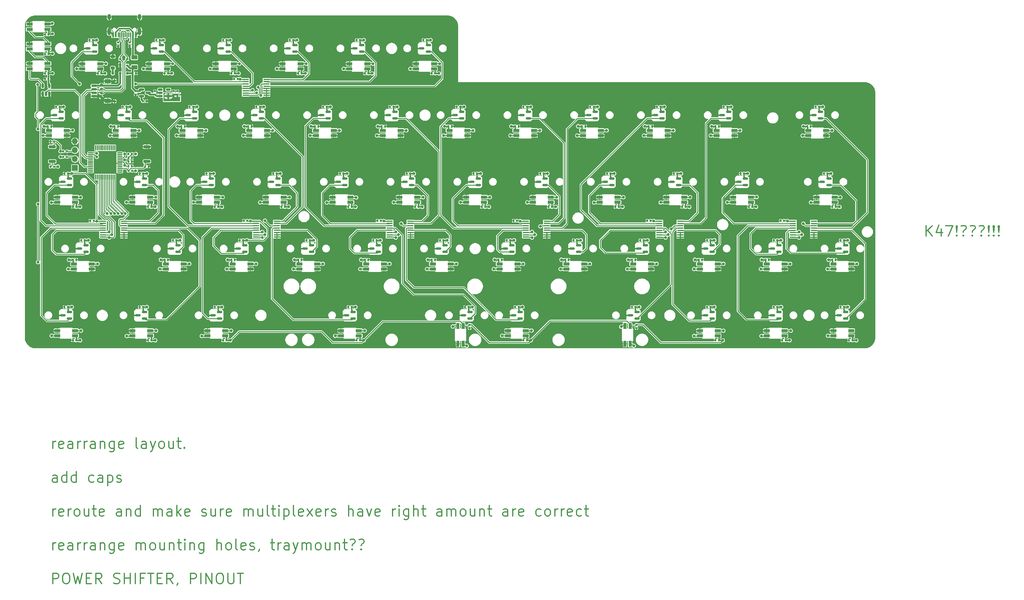
<source format=gbr>
%TF.GenerationSoftware,KiCad,Pcbnew,8.0.8*%
%TF.CreationDate,2025-02-11T14:29:33+01:00*%
%TF.ProjectId,vootington V4N STM32G0B1CBT6,766f6f74-696e-4677-946f-6e2056344e20,rev?*%
%TF.SameCoordinates,Original*%
%TF.FileFunction,Copper,L2,Bot*%
%TF.FilePolarity,Positive*%
%FSLAX46Y46*%
G04 Gerber Fmt 4.6, Leading zero omitted, Abs format (unit mm)*
G04 Created by KiCad (PCBNEW 8.0.8) date 2025-02-11 14:29:33*
%MOMM*%
%LPD*%
G01*
G04 APERTURE LIST*
G04 Aperture macros list*
%AMRoundRect*
0 Rectangle with rounded corners*
0 $1 Rounding radius*
0 $2 $3 $4 $5 $6 $7 $8 $9 X,Y pos of 4 corners*
0 Add a 4 corners polygon primitive as box body*
4,1,4,$2,$3,$4,$5,$6,$7,$8,$9,$2,$3,0*
0 Add four circle primitives for the rounded corners*
1,1,$1+$1,$2,$3*
1,1,$1+$1,$4,$5*
1,1,$1+$1,$6,$7*
1,1,$1+$1,$8,$9*
0 Add four rect primitives between the rounded corners*
20,1,$1+$1,$2,$3,$4,$5,0*
20,1,$1+$1,$4,$5,$6,$7,0*
20,1,$1+$1,$6,$7,$8,$9,0*
20,1,$1+$1,$8,$9,$2,$3,0*%
G04 Aperture macros list end*
%ADD10C,0.300000*%
%TA.AperFunction,NonConductor*%
%ADD11C,0.300000*%
%TD*%
%TA.AperFunction,SMDPad,CuDef*%
%ADD12RoundRect,0.140000X0.140000X0.170000X-0.140000X0.170000X-0.140000X-0.170000X0.140000X-0.170000X0*%
%TD*%
%TA.AperFunction,SMDPad,CuDef*%
%ADD13RoundRect,0.205000X-0.205000X0.645000X-0.205000X-0.645000X0.205000X-0.645000X0.205000X0.645000X0*%
%TD*%
%TA.AperFunction,SMDPad,CuDef*%
%ADD14R,0.820000X1.700000*%
%TD*%
%TA.AperFunction,SMDPad,CuDef*%
%ADD15RoundRect,0.140000X-0.140000X-0.170000X0.140000X-0.170000X0.140000X0.170000X-0.140000X0.170000X0*%
%TD*%
%TA.AperFunction,SMDPad,CuDef*%
%ADD16RoundRect,0.150000X0.150000X-0.512500X0.150000X0.512500X-0.150000X0.512500X-0.150000X-0.512500X0*%
%TD*%
%TA.AperFunction,SMDPad,CuDef*%
%ADD17R,1.778000X0.419100*%
%TD*%
%TA.AperFunction,SMDPad,CuDef*%
%ADD18RoundRect,0.205000X0.645000X0.205000X-0.645000X0.205000X-0.645000X-0.205000X0.645000X-0.205000X0*%
%TD*%
%TA.AperFunction,SMDPad,CuDef*%
%ADD19R,1.700000X0.820000*%
%TD*%
%TA.AperFunction,SMDPad,CuDef*%
%ADD20RoundRect,0.150000X0.587500X0.150000X-0.587500X0.150000X-0.587500X-0.150000X0.587500X-0.150000X0*%
%TD*%
%TA.AperFunction,SMDPad,CuDef*%
%ADD21RoundRect,0.205000X-0.645000X-0.205000X0.645000X-0.205000X0.645000X0.205000X-0.645000X0.205000X0*%
%TD*%
%TA.AperFunction,SMDPad,CuDef*%
%ADD22RoundRect,0.200000X0.800000X-0.200000X0.800000X0.200000X-0.800000X0.200000X-0.800000X-0.200000X0*%
%TD*%
%TA.AperFunction,SMDPad,CuDef*%
%ADD23RoundRect,0.150000X-0.587500X-0.150000X0.587500X-0.150000X0.587500X0.150000X-0.587500X0.150000X0*%
%TD*%
%TA.AperFunction,SMDPad,CuDef*%
%ADD24RoundRect,0.135000X-0.135000X-0.185000X0.135000X-0.185000X0.135000X0.185000X-0.135000X0.185000X0*%
%TD*%
%TA.AperFunction,SMDPad,CuDef*%
%ADD25RoundRect,0.135000X0.185000X-0.135000X0.185000X0.135000X-0.185000X0.135000X-0.185000X-0.135000X0*%
%TD*%
%TA.AperFunction,SMDPad,CuDef*%
%ADD26R,0.700000X1.000000*%
%TD*%
%TA.AperFunction,SMDPad,CuDef*%
%ADD27R,0.700000X0.600000*%
%TD*%
%TA.AperFunction,SMDPad,CuDef*%
%ADD28RoundRect,0.140000X-0.170000X0.140000X-0.170000X-0.140000X0.170000X-0.140000X0.170000X0.140000X0*%
%TD*%
%TA.AperFunction,SMDPad,CuDef*%
%ADD29RoundRect,0.150000X-0.512500X-0.150000X0.512500X-0.150000X0.512500X0.150000X-0.512500X0.150000X0*%
%TD*%
%TA.AperFunction,ComponentPad*%
%ADD30R,1.700000X1.700000*%
%TD*%
%TA.AperFunction,ComponentPad*%
%ADD31O,1.700000X1.700000*%
%TD*%
%TA.AperFunction,SMDPad,CuDef*%
%ADD32RoundRect,0.147500X-0.147500X-0.172500X0.147500X-0.172500X0.147500X0.172500X-0.147500X0.172500X0*%
%TD*%
%TA.AperFunction,SMDPad,CuDef*%
%ADD33RoundRect,0.075000X0.662500X0.075000X-0.662500X0.075000X-0.662500X-0.075000X0.662500X-0.075000X0*%
%TD*%
%TA.AperFunction,SMDPad,CuDef*%
%ADD34RoundRect,0.075000X0.075000X0.662500X-0.075000X0.662500X-0.075000X-0.662500X0.075000X-0.662500X0*%
%TD*%
%TA.AperFunction,SMDPad,CuDef*%
%ADD35R,0.600000X1.450000*%
%TD*%
%TA.AperFunction,SMDPad,CuDef*%
%ADD36R,0.300000X1.450000*%
%TD*%
%TA.AperFunction,ComponentPad*%
%ADD37O,1.000000X1.600000*%
%TD*%
%TA.AperFunction,ComponentPad*%
%ADD38O,1.000000X2.100000*%
%TD*%
%TA.AperFunction,SMDPad,CuDef*%
%ADD39RoundRect,0.150000X-0.275000X0.150000X-0.275000X-0.150000X0.275000X-0.150000X0.275000X0.150000X0*%
%TD*%
%TA.AperFunction,SMDPad,CuDef*%
%ADD40RoundRect,0.175000X-0.225000X0.175000X-0.225000X-0.175000X0.225000X-0.175000X0.225000X0.175000X0*%
%TD*%
%TA.AperFunction,SMDPad,CuDef*%
%ADD41RoundRect,0.135000X0.135000X0.185000X-0.135000X0.185000X-0.135000X-0.185000X0.135000X-0.185000X0*%
%TD*%
%TA.AperFunction,SMDPad,CuDef*%
%ADD42RoundRect,0.225000X0.375000X-0.225000X0.375000X0.225000X-0.375000X0.225000X-0.375000X-0.225000X0*%
%TD*%
%TA.AperFunction,SMDPad,CuDef*%
%ADD43RoundRect,0.140000X0.170000X-0.140000X0.170000X0.140000X-0.170000X0.140000X-0.170000X-0.140000X0*%
%TD*%
%TA.AperFunction,SMDPad,CuDef*%
%ADD44RoundRect,0.150000X-0.625000X0.150000X-0.625000X-0.150000X0.625000X-0.150000X0.625000X0.150000X0*%
%TD*%
%TA.AperFunction,SMDPad,CuDef*%
%ADD45RoundRect,0.250000X-0.650000X0.350000X-0.650000X-0.350000X0.650000X-0.350000X0.650000X0.350000X0*%
%TD*%
%TA.AperFunction,SMDPad,CuDef*%
%ADD46RoundRect,0.250000X-0.625000X0.375000X-0.625000X-0.375000X0.625000X-0.375000X0.625000X0.375000X0*%
%TD*%
%TA.AperFunction,ViaPad*%
%ADD47C,0.800000*%
%TD*%
%TA.AperFunction,Conductor*%
%ADD48C,0.250000*%
%TD*%
%TA.AperFunction,Conductor*%
%ADD49C,0.381000*%
%TD*%
%TA.AperFunction,Conductor*%
%ADD50C,0.500000*%
%TD*%
%TA.AperFunction,Conductor*%
%ADD51C,0.600000*%
%TD*%
G04 APERTURE END LIST*
D10*
D11*
X35042903Y-136397351D02*
X35042903Y-134397351D01*
X35042903Y-134968779D02*
X35185760Y-134683065D01*
X35185760Y-134683065D02*
X35328618Y-134540208D01*
X35328618Y-134540208D02*
X35614332Y-134397351D01*
X35614332Y-134397351D02*
X35900046Y-134397351D01*
X38042903Y-136254494D02*
X37757189Y-136397351D01*
X37757189Y-136397351D02*
X37185761Y-136397351D01*
X37185761Y-136397351D02*
X36900046Y-136254494D01*
X36900046Y-136254494D02*
X36757189Y-135968779D01*
X36757189Y-135968779D02*
X36757189Y-134825922D01*
X36757189Y-134825922D02*
X36900046Y-134540208D01*
X36900046Y-134540208D02*
X37185761Y-134397351D01*
X37185761Y-134397351D02*
X37757189Y-134397351D01*
X37757189Y-134397351D02*
X38042903Y-134540208D01*
X38042903Y-134540208D02*
X38185761Y-134825922D01*
X38185761Y-134825922D02*
X38185761Y-135111636D01*
X38185761Y-135111636D02*
X36757189Y-135397351D01*
X40757190Y-136397351D02*
X40757190Y-134825922D01*
X40757190Y-134825922D02*
X40614332Y-134540208D01*
X40614332Y-134540208D02*
X40328618Y-134397351D01*
X40328618Y-134397351D02*
X39757190Y-134397351D01*
X39757190Y-134397351D02*
X39471475Y-134540208D01*
X40757190Y-136254494D02*
X40471475Y-136397351D01*
X40471475Y-136397351D02*
X39757190Y-136397351D01*
X39757190Y-136397351D02*
X39471475Y-136254494D01*
X39471475Y-136254494D02*
X39328618Y-135968779D01*
X39328618Y-135968779D02*
X39328618Y-135683065D01*
X39328618Y-135683065D02*
X39471475Y-135397351D01*
X39471475Y-135397351D02*
X39757190Y-135254494D01*
X39757190Y-135254494D02*
X40471475Y-135254494D01*
X40471475Y-135254494D02*
X40757190Y-135111636D01*
X42185761Y-136397351D02*
X42185761Y-134397351D01*
X42185761Y-134968779D02*
X42328618Y-134683065D01*
X42328618Y-134683065D02*
X42471476Y-134540208D01*
X42471476Y-134540208D02*
X42757190Y-134397351D01*
X42757190Y-134397351D02*
X43042904Y-134397351D01*
X44042904Y-136397351D02*
X44042904Y-134397351D01*
X44042904Y-134968779D02*
X44185761Y-134683065D01*
X44185761Y-134683065D02*
X44328619Y-134540208D01*
X44328619Y-134540208D02*
X44614333Y-134397351D01*
X44614333Y-134397351D02*
X44900047Y-134397351D01*
X47185762Y-136397351D02*
X47185762Y-134825922D01*
X47185762Y-134825922D02*
X47042904Y-134540208D01*
X47042904Y-134540208D02*
X46757190Y-134397351D01*
X46757190Y-134397351D02*
X46185762Y-134397351D01*
X46185762Y-134397351D02*
X45900047Y-134540208D01*
X47185762Y-136254494D02*
X46900047Y-136397351D01*
X46900047Y-136397351D02*
X46185762Y-136397351D01*
X46185762Y-136397351D02*
X45900047Y-136254494D01*
X45900047Y-136254494D02*
X45757190Y-135968779D01*
X45757190Y-135968779D02*
X45757190Y-135683065D01*
X45757190Y-135683065D02*
X45900047Y-135397351D01*
X45900047Y-135397351D02*
X46185762Y-135254494D01*
X46185762Y-135254494D02*
X46900047Y-135254494D01*
X46900047Y-135254494D02*
X47185762Y-135111636D01*
X48614333Y-134397351D02*
X48614333Y-136397351D01*
X48614333Y-134683065D02*
X48757190Y-134540208D01*
X48757190Y-134540208D02*
X49042905Y-134397351D01*
X49042905Y-134397351D02*
X49471476Y-134397351D01*
X49471476Y-134397351D02*
X49757190Y-134540208D01*
X49757190Y-134540208D02*
X49900048Y-134825922D01*
X49900048Y-134825922D02*
X49900048Y-136397351D01*
X52614334Y-134397351D02*
X52614334Y-136825922D01*
X52614334Y-136825922D02*
X52471476Y-137111636D01*
X52471476Y-137111636D02*
X52328619Y-137254494D01*
X52328619Y-137254494D02*
X52042905Y-137397351D01*
X52042905Y-137397351D02*
X51614334Y-137397351D01*
X51614334Y-137397351D02*
X51328619Y-137254494D01*
X52614334Y-136254494D02*
X52328619Y-136397351D01*
X52328619Y-136397351D02*
X51757191Y-136397351D01*
X51757191Y-136397351D02*
X51471476Y-136254494D01*
X51471476Y-136254494D02*
X51328619Y-136111636D01*
X51328619Y-136111636D02*
X51185762Y-135825922D01*
X51185762Y-135825922D02*
X51185762Y-134968779D01*
X51185762Y-134968779D02*
X51328619Y-134683065D01*
X51328619Y-134683065D02*
X51471476Y-134540208D01*
X51471476Y-134540208D02*
X51757191Y-134397351D01*
X51757191Y-134397351D02*
X52328619Y-134397351D01*
X52328619Y-134397351D02*
X52614334Y-134540208D01*
X55185762Y-136254494D02*
X54900048Y-136397351D01*
X54900048Y-136397351D02*
X54328620Y-136397351D01*
X54328620Y-136397351D02*
X54042905Y-136254494D01*
X54042905Y-136254494D02*
X53900048Y-135968779D01*
X53900048Y-135968779D02*
X53900048Y-134825922D01*
X53900048Y-134825922D02*
X54042905Y-134540208D01*
X54042905Y-134540208D02*
X54328620Y-134397351D01*
X54328620Y-134397351D02*
X54900048Y-134397351D01*
X54900048Y-134397351D02*
X55185762Y-134540208D01*
X55185762Y-134540208D02*
X55328620Y-134825922D01*
X55328620Y-134825922D02*
X55328620Y-135111636D01*
X55328620Y-135111636D02*
X53900048Y-135397351D01*
X59328620Y-136397351D02*
X59042905Y-136254494D01*
X59042905Y-136254494D02*
X58900048Y-135968779D01*
X58900048Y-135968779D02*
X58900048Y-133397351D01*
X61757192Y-136397351D02*
X61757192Y-134825922D01*
X61757192Y-134825922D02*
X61614334Y-134540208D01*
X61614334Y-134540208D02*
X61328620Y-134397351D01*
X61328620Y-134397351D02*
X60757192Y-134397351D01*
X60757192Y-134397351D02*
X60471477Y-134540208D01*
X61757192Y-136254494D02*
X61471477Y-136397351D01*
X61471477Y-136397351D02*
X60757192Y-136397351D01*
X60757192Y-136397351D02*
X60471477Y-136254494D01*
X60471477Y-136254494D02*
X60328620Y-135968779D01*
X60328620Y-135968779D02*
X60328620Y-135683065D01*
X60328620Y-135683065D02*
X60471477Y-135397351D01*
X60471477Y-135397351D02*
X60757192Y-135254494D01*
X60757192Y-135254494D02*
X61471477Y-135254494D01*
X61471477Y-135254494D02*
X61757192Y-135111636D01*
X62900049Y-134397351D02*
X63614335Y-136397351D01*
X64328620Y-134397351D02*
X63614335Y-136397351D01*
X63614335Y-136397351D02*
X63328620Y-137111636D01*
X63328620Y-137111636D02*
X63185763Y-137254494D01*
X63185763Y-137254494D02*
X62900049Y-137397351D01*
X65900049Y-136397351D02*
X65614334Y-136254494D01*
X65614334Y-136254494D02*
X65471477Y-136111636D01*
X65471477Y-136111636D02*
X65328620Y-135825922D01*
X65328620Y-135825922D02*
X65328620Y-134968779D01*
X65328620Y-134968779D02*
X65471477Y-134683065D01*
X65471477Y-134683065D02*
X65614334Y-134540208D01*
X65614334Y-134540208D02*
X65900049Y-134397351D01*
X65900049Y-134397351D02*
X66328620Y-134397351D01*
X66328620Y-134397351D02*
X66614334Y-134540208D01*
X66614334Y-134540208D02*
X66757192Y-134683065D01*
X66757192Y-134683065D02*
X66900049Y-134968779D01*
X66900049Y-134968779D02*
X66900049Y-135825922D01*
X66900049Y-135825922D02*
X66757192Y-136111636D01*
X66757192Y-136111636D02*
X66614334Y-136254494D01*
X66614334Y-136254494D02*
X66328620Y-136397351D01*
X66328620Y-136397351D02*
X65900049Y-136397351D01*
X69471478Y-134397351D02*
X69471478Y-136397351D01*
X68185763Y-134397351D02*
X68185763Y-135968779D01*
X68185763Y-135968779D02*
X68328620Y-136254494D01*
X68328620Y-136254494D02*
X68614335Y-136397351D01*
X68614335Y-136397351D02*
X69042906Y-136397351D01*
X69042906Y-136397351D02*
X69328620Y-136254494D01*
X69328620Y-136254494D02*
X69471478Y-136111636D01*
X70471478Y-134397351D02*
X71614335Y-134397351D01*
X70900049Y-133397351D02*
X70900049Y-135968779D01*
X70900049Y-135968779D02*
X71042906Y-136254494D01*
X71042906Y-136254494D02*
X71328621Y-136397351D01*
X71328621Y-136397351D02*
X71614335Y-136397351D01*
X72614335Y-136111636D02*
X72757192Y-136254494D01*
X72757192Y-136254494D02*
X72614335Y-136397351D01*
X72614335Y-136397351D02*
X72471478Y-136254494D01*
X72471478Y-136254494D02*
X72614335Y-136111636D01*
X72614335Y-136111636D02*
X72614335Y-136397351D01*
X36328618Y-146057015D02*
X36328618Y-144485586D01*
X36328618Y-144485586D02*
X36185760Y-144199872D01*
X36185760Y-144199872D02*
X35900046Y-144057015D01*
X35900046Y-144057015D02*
X35328618Y-144057015D01*
X35328618Y-144057015D02*
X35042903Y-144199872D01*
X36328618Y-145914158D02*
X36042903Y-146057015D01*
X36042903Y-146057015D02*
X35328618Y-146057015D01*
X35328618Y-146057015D02*
X35042903Y-145914158D01*
X35042903Y-145914158D02*
X34900046Y-145628443D01*
X34900046Y-145628443D02*
X34900046Y-145342729D01*
X34900046Y-145342729D02*
X35042903Y-145057015D01*
X35042903Y-145057015D02*
X35328618Y-144914158D01*
X35328618Y-144914158D02*
X36042903Y-144914158D01*
X36042903Y-144914158D02*
X36328618Y-144771300D01*
X39042904Y-146057015D02*
X39042904Y-143057015D01*
X39042904Y-145914158D02*
X38757189Y-146057015D01*
X38757189Y-146057015D02*
X38185761Y-146057015D01*
X38185761Y-146057015D02*
X37900046Y-145914158D01*
X37900046Y-145914158D02*
X37757189Y-145771300D01*
X37757189Y-145771300D02*
X37614332Y-145485586D01*
X37614332Y-145485586D02*
X37614332Y-144628443D01*
X37614332Y-144628443D02*
X37757189Y-144342729D01*
X37757189Y-144342729D02*
X37900046Y-144199872D01*
X37900046Y-144199872D02*
X38185761Y-144057015D01*
X38185761Y-144057015D02*
X38757189Y-144057015D01*
X38757189Y-144057015D02*
X39042904Y-144199872D01*
X41757190Y-146057015D02*
X41757190Y-143057015D01*
X41757190Y-145914158D02*
X41471475Y-146057015D01*
X41471475Y-146057015D02*
X40900047Y-146057015D01*
X40900047Y-146057015D02*
X40614332Y-145914158D01*
X40614332Y-145914158D02*
X40471475Y-145771300D01*
X40471475Y-145771300D02*
X40328618Y-145485586D01*
X40328618Y-145485586D02*
X40328618Y-144628443D01*
X40328618Y-144628443D02*
X40471475Y-144342729D01*
X40471475Y-144342729D02*
X40614332Y-144199872D01*
X40614332Y-144199872D02*
X40900047Y-144057015D01*
X40900047Y-144057015D02*
X41471475Y-144057015D01*
X41471475Y-144057015D02*
X41757190Y-144199872D01*
X46757190Y-145914158D02*
X46471475Y-146057015D01*
X46471475Y-146057015D02*
X45900047Y-146057015D01*
X45900047Y-146057015D02*
X45614332Y-145914158D01*
X45614332Y-145914158D02*
X45471475Y-145771300D01*
X45471475Y-145771300D02*
X45328618Y-145485586D01*
X45328618Y-145485586D02*
X45328618Y-144628443D01*
X45328618Y-144628443D02*
X45471475Y-144342729D01*
X45471475Y-144342729D02*
X45614332Y-144199872D01*
X45614332Y-144199872D02*
X45900047Y-144057015D01*
X45900047Y-144057015D02*
X46471475Y-144057015D01*
X46471475Y-144057015D02*
X46757190Y-144199872D01*
X49328619Y-146057015D02*
X49328619Y-144485586D01*
X49328619Y-144485586D02*
X49185761Y-144199872D01*
X49185761Y-144199872D02*
X48900047Y-144057015D01*
X48900047Y-144057015D02*
X48328619Y-144057015D01*
X48328619Y-144057015D02*
X48042904Y-144199872D01*
X49328619Y-145914158D02*
X49042904Y-146057015D01*
X49042904Y-146057015D02*
X48328619Y-146057015D01*
X48328619Y-146057015D02*
X48042904Y-145914158D01*
X48042904Y-145914158D02*
X47900047Y-145628443D01*
X47900047Y-145628443D02*
X47900047Y-145342729D01*
X47900047Y-145342729D02*
X48042904Y-145057015D01*
X48042904Y-145057015D02*
X48328619Y-144914158D01*
X48328619Y-144914158D02*
X49042904Y-144914158D01*
X49042904Y-144914158D02*
X49328619Y-144771300D01*
X50757190Y-144057015D02*
X50757190Y-147057015D01*
X50757190Y-144199872D02*
X51042905Y-144057015D01*
X51042905Y-144057015D02*
X51614333Y-144057015D01*
X51614333Y-144057015D02*
X51900047Y-144199872D01*
X51900047Y-144199872D02*
X52042905Y-144342729D01*
X52042905Y-144342729D02*
X52185762Y-144628443D01*
X52185762Y-144628443D02*
X52185762Y-145485586D01*
X52185762Y-145485586D02*
X52042905Y-145771300D01*
X52042905Y-145771300D02*
X51900047Y-145914158D01*
X51900047Y-145914158D02*
X51614333Y-146057015D01*
X51614333Y-146057015D02*
X51042905Y-146057015D01*
X51042905Y-146057015D02*
X50757190Y-145914158D01*
X53328619Y-145914158D02*
X53614333Y-146057015D01*
X53614333Y-146057015D02*
X54185762Y-146057015D01*
X54185762Y-146057015D02*
X54471476Y-145914158D01*
X54471476Y-145914158D02*
X54614333Y-145628443D01*
X54614333Y-145628443D02*
X54614333Y-145485586D01*
X54614333Y-145485586D02*
X54471476Y-145199872D01*
X54471476Y-145199872D02*
X54185762Y-145057015D01*
X54185762Y-145057015D02*
X53757191Y-145057015D01*
X53757191Y-145057015D02*
X53471476Y-144914158D01*
X53471476Y-144914158D02*
X53328619Y-144628443D01*
X53328619Y-144628443D02*
X53328619Y-144485586D01*
X53328619Y-144485586D02*
X53471476Y-144199872D01*
X53471476Y-144199872D02*
X53757191Y-144057015D01*
X53757191Y-144057015D02*
X54185762Y-144057015D01*
X54185762Y-144057015D02*
X54471476Y-144199872D01*
X35042903Y-155716679D02*
X35042903Y-153716679D01*
X35042903Y-154288107D02*
X35185760Y-154002393D01*
X35185760Y-154002393D02*
X35328618Y-153859536D01*
X35328618Y-153859536D02*
X35614332Y-153716679D01*
X35614332Y-153716679D02*
X35900046Y-153716679D01*
X38042903Y-155573822D02*
X37757189Y-155716679D01*
X37757189Y-155716679D02*
X37185761Y-155716679D01*
X37185761Y-155716679D02*
X36900046Y-155573822D01*
X36900046Y-155573822D02*
X36757189Y-155288107D01*
X36757189Y-155288107D02*
X36757189Y-154145250D01*
X36757189Y-154145250D02*
X36900046Y-153859536D01*
X36900046Y-153859536D02*
X37185761Y-153716679D01*
X37185761Y-153716679D02*
X37757189Y-153716679D01*
X37757189Y-153716679D02*
X38042903Y-153859536D01*
X38042903Y-153859536D02*
X38185761Y-154145250D01*
X38185761Y-154145250D02*
X38185761Y-154430964D01*
X38185761Y-154430964D02*
X36757189Y-154716679D01*
X39471475Y-155716679D02*
X39471475Y-153716679D01*
X39471475Y-154288107D02*
X39614332Y-154002393D01*
X39614332Y-154002393D02*
X39757190Y-153859536D01*
X39757190Y-153859536D02*
X40042904Y-153716679D01*
X40042904Y-153716679D02*
X40328618Y-153716679D01*
X41757190Y-155716679D02*
X41471475Y-155573822D01*
X41471475Y-155573822D02*
X41328618Y-155430964D01*
X41328618Y-155430964D02*
X41185761Y-155145250D01*
X41185761Y-155145250D02*
X41185761Y-154288107D01*
X41185761Y-154288107D02*
X41328618Y-154002393D01*
X41328618Y-154002393D02*
X41471475Y-153859536D01*
X41471475Y-153859536D02*
X41757190Y-153716679D01*
X41757190Y-153716679D02*
X42185761Y-153716679D01*
X42185761Y-153716679D02*
X42471475Y-153859536D01*
X42471475Y-153859536D02*
X42614333Y-154002393D01*
X42614333Y-154002393D02*
X42757190Y-154288107D01*
X42757190Y-154288107D02*
X42757190Y-155145250D01*
X42757190Y-155145250D02*
X42614333Y-155430964D01*
X42614333Y-155430964D02*
X42471475Y-155573822D01*
X42471475Y-155573822D02*
X42185761Y-155716679D01*
X42185761Y-155716679D02*
X41757190Y-155716679D01*
X45328619Y-153716679D02*
X45328619Y-155716679D01*
X44042904Y-153716679D02*
X44042904Y-155288107D01*
X44042904Y-155288107D02*
X44185761Y-155573822D01*
X44185761Y-155573822D02*
X44471476Y-155716679D01*
X44471476Y-155716679D02*
X44900047Y-155716679D01*
X44900047Y-155716679D02*
X45185761Y-155573822D01*
X45185761Y-155573822D02*
X45328619Y-155430964D01*
X46328619Y-153716679D02*
X47471476Y-153716679D01*
X46757190Y-152716679D02*
X46757190Y-155288107D01*
X46757190Y-155288107D02*
X46900047Y-155573822D01*
X46900047Y-155573822D02*
X47185762Y-155716679D01*
X47185762Y-155716679D02*
X47471476Y-155716679D01*
X49614333Y-155573822D02*
X49328619Y-155716679D01*
X49328619Y-155716679D02*
X48757191Y-155716679D01*
X48757191Y-155716679D02*
X48471476Y-155573822D01*
X48471476Y-155573822D02*
X48328619Y-155288107D01*
X48328619Y-155288107D02*
X48328619Y-154145250D01*
X48328619Y-154145250D02*
X48471476Y-153859536D01*
X48471476Y-153859536D02*
X48757191Y-153716679D01*
X48757191Y-153716679D02*
X49328619Y-153716679D01*
X49328619Y-153716679D02*
X49614333Y-153859536D01*
X49614333Y-153859536D02*
X49757191Y-154145250D01*
X49757191Y-154145250D02*
X49757191Y-154430964D01*
X49757191Y-154430964D02*
X48328619Y-154716679D01*
X54614334Y-155716679D02*
X54614334Y-154145250D01*
X54614334Y-154145250D02*
X54471476Y-153859536D01*
X54471476Y-153859536D02*
X54185762Y-153716679D01*
X54185762Y-153716679D02*
X53614334Y-153716679D01*
X53614334Y-153716679D02*
X53328619Y-153859536D01*
X54614334Y-155573822D02*
X54328619Y-155716679D01*
X54328619Y-155716679D02*
X53614334Y-155716679D01*
X53614334Y-155716679D02*
X53328619Y-155573822D01*
X53328619Y-155573822D02*
X53185762Y-155288107D01*
X53185762Y-155288107D02*
X53185762Y-155002393D01*
X53185762Y-155002393D02*
X53328619Y-154716679D01*
X53328619Y-154716679D02*
X53614334Y-154573822D01*
X53614334Y-154573822D02*
X54328619Y-154573822D01*
X54328619Y-154573822D02*
X54614334Y-154430964D01*
X56042905Y-153716679D02*
X56042905Y-155716679D01*
X56042905Y-154002393D02*
X56185762Y-153859536D01*
X56185762Y-153859536D02*
X56471477Y-153716679D01*
X56471477Y-153716679D02*
X56900048Y-153716679D01*
X56900048Y-153716679D02*
X57185762Y-153859536D01*
X57185762Y-153859536D02*
X57328620Y-154145250D01*
X57328620Y-154145250D02*
X57328620Y-155716679D01*
X60042906Y-155716679D02*
X60042906Y-152716679D01*
X60042906Y-155573822D02*
X59757191Y-155716679D01*
X59757191Y-155716679D02*
X59185763Y-155716679D01*
X59185763Y-155716679D02*
X58900048Y-155573822D01*
X58900048Y-155573822D02*
X58757191Y-155430964D01*
X58757191Y-155430964D02*
X58614334Y-155145250D01*
X58614334Y-155145250D02*
X58614334Y-154288107D01*
X58614334Y-154288107D02*
X58757191Y-154002393D01*
X58757191Y-154002393D02*
X58900048Y-153859536D01*
X58900048Y-153859536D02*
X59185763Y-153716679D01*
X59185763Y-153716679D02*
X59757191Y-153716679D01*
X59757191Y-153716679D02*
X60042906Y-153859536D01*
X63757191Y-155716679D02*
X63757191Y-153716679D01*
X63757191Y-154002393D02*
X63900048Y-153859536D01*
X63900048Y-153859536D02*
X64185763Y-153716679D01*
X64185763Y-153716679D02*
X64614334Y-153716679D01*
X64614334Y-153716679D02*
X64900048Y-153859536D01*
X64900048Y-153859536D02*
X65042906Y-154145250D01*
X65042906Y-154145250D02*
X65042906Y-155716679D01*
X65042906Y-154145250D02*
X65185763Y-153859536D01*
X65185763Y-153859536D02*
X65471477Y-153716679D01*
X65471477Y-153716679D02*
X65900048Y-153716679D01*
X65900048Y-153716679D02*
X66185763Y-153859536D01*
X66185763Y-153859536D02*
X66328620Y-154145250D01*
X66328620Y-154145250D02*
X66328620Y-155716679D01*
X69042906Y-155716679D02*
X69042906Y-154145250D01*
X69042906Y-154145250D02*
X68900048Y-153859536D01*
X68900048Y-153859536D02*
X68614334Y-153716679D01*
X68614334Y-153716679D02*
X68042906Y-153716679D01*
X68042906Y-153716679D02*
X67757191Y-153859536D01*
X69042906Y-155573822D02*
X68757191Y-155716679D01*
X68757191Y-155716679D02*
X68042906Y-155716679D01*
X68042906Y-155716679D02*
X67757191Y-155573822D01*
X67757191Y-155573822D02*
X67614334Y-155288107D01*
X67614334Y-155288107D02*
X67614334Y-155002393D01*
X67614334Y-155002393D02*
X67757191Y-154716679D01*
X67757191Y-154716679D02*
X68042906Y-154573822D01*
X68042906Y-154573822D02*
X68757191Y-154573822D01*
X68757191Y-154573822D02*
X69042906Y-154430964D01*
X70471477Y-155716679D02*
X70471477Y-152716679D01*
X70757192Y-154573822D02*
X71614334Y-155716679D01*
X71614334Y-153716679D02*
X70471477Y-154859536D01*
X74042905Y-155573822D02*
X73757191Y-155716679D01*
X73757191Y-155716679D02*
X73185763Y-155716679D01*
X73185763Y-155716679D02*
X72900048Y-155573822D01*
X72900048Y-155573822D02*
X72757191Y-155288107D01*
X72757191Y-155288107D02*
X72757191Y-154145250D01*
X72757191Y-154145250D02*
X72900048Y-153859536D01*
X72900048Y-153859536D02*
X73185763Y-153716679D01*
X73185763Y-153716679D02*
X73757191Y-153716679D01*
X73757191Y-153716679D02*
X74042905Y-153859536D01*
X74042905Y-153859536D02*
X74185763Y-154145250D01*
X74185763Y-154145250D02*
X74185763Y-154430964D01*
X74185763Y-154430964D02*
X72757191Y-154716679D01*
X77614334Y-155573822D02*
X77900048Y-155716679D01*
X77900048Y-155716679D02*
X78471477Y-155716679D01*
X78471477Y-155716679D02*
X78757191Y-155573822D01*
X78757191Y-155573822D02*
X78900048Y-155288107D01*
X78900048Y-155288107D02*
X78900048Y-155145250D01*
X78900048Y-155145250D02*
X78757191Y-154859536D01*
X78757191Y-154859536D02*
X78471477Y-154716679D01*
X78471477Y-154716679D02*
X78042906Y-154716679D01*
X78042906Y-154716679D02*
X77757191Y-154573822D01*
X77757191Y-154573822D02*
X77614334Y-154288107D01*
X77614334Y-154288107D02*
X77614334Y-154145250D01*
X77614334Y-154145250D02*
X77757191Y-153859536D01*
X77757191Y-153859536D02*
X78042906Y-153716679D01*
X78042906Y-153716679D02*
X78471477Y-153716679D01*
X78471477Y-153716679D02*
X78757191Y-153859536D01*
X81471477Y-153716679D02*
X81471477Y-155716679D01*
X80185762Y-153716679D02*
X80185762Y-155288107D01*
X80185762Y-155288107D02*
X80328619Y-155573822D01*
X80328619Y-155573822D02*
X80614334Y-155716679D01*
X80614334Y-155716679D02*
X81042905Y-155716679D01*
X81042905Y-155716679D02*
X81328619Y-155573822D01*
X81328619Y-155573822D02*
X81471477Y-155430964D01*
X82900048Y-155716679D02*
X82900048Y-153716679D01*
X82900048Y-154288107D02*
X83042905Y-154002393D01*
X83042905Y-154002393D02*
X83185763Y-153859536D01*
X83185763Y-153859536D02*
X83471477Y-153716679D01*
X83471477Y-153716679D02*
X83757191Y-153716679D01*
X85900048Y-155573822D02*
X85614334Y-155716679D01*
X85614334Y-155716679D02*
X85042906Y-155716679D01*
X85042906Y-155716679D02*
X84757191Y-155573822D01*
X84757191Y-155573822D02*
X84614334Y-155288107D01*
X84614334Y-155288107D02*
X84614334Y-154145250D01*
X84614334Y-154145250D02*
X84757191Y-153859536D01*
X84757191Y-153859536D02*
X85042906Y-153716679D01*
X85042906Y-153716679D02*
X85614334Y-153716679D01*
X85614334Y-153716679D02*
X85900048Y-153859536D01*
X85900048Y-153859536D02*
X86042906Y-154145250D01*
X86042906Y-154145250D02*
X86042906Y-154430964D01*
X86042906Y-154430964D02*
X84614334Y-154716679D01*
X89614334Y-155716679D02*
X89614334Y-153716679D01*
X89614334Y-154002393D02*
X89757191Y-153859536D01*
X89757191Y-153859536D02*
X90042906Y-153716679D01*
X90042906Y-153716679D02*
X90471477Y-153716679D01*
X90471477Y-153716679D02*
X90757191Y-153859536D01*
X90757191Y-153859536D02*
X90900049Y-154145250D01*
X90900049Y-154145250D02*
X90900049Y-155716679D01*
X90900049Y-154145250D02*
X91042906Y-153859536D01*
X91042906Y-153859536D02*
X91328620Y-153716679D01*
X91328620Y-153716679D02*
X91757191Y-153716679D01*
X91757191Y-153716679D02*
X92042906Y-153859536D01*
X92042906Y-153859536D02*
X92185763Y-154145250D01*
X92185763Y-154145250D02*
X92185763Y-155716679D01*
X94900049Y-153716679D02*
X94900049Y-155716679D01*
X93614334Y-153716679D02*
X93614334Y-155288107D01*
X93614334Y-155288107D02*
X93757191Y-155573822D01*
X93757191Y-155573822D02*
X94042906Y-155716679D01*
X94042906Y-155716679D02*
X94471477Y-155716679D01*
X94471477Y-155716679D02*
X94757191Y-155573822D01*
X94757191Y-155573822D02*
X94900049Y-155430964D01*
X96757192Y-155716679D02*
X96471477Y-155573822D01*
X96471477Y-155573822D02*
X96328620Y-155288107D01*
X96328620Y-155288107D02*
X96328620Y-152716679D01*
X97471478Y-153716679D02*
X98614335Y-153716679D01*
X97900049Y-152716679D02*
X97900049Y-155288107D01*
X97900049Y-155288107D02*
X98042906Y-155573822D01*
X98042906Y-155573822D02*
X98328621Y-155716679D01*
X98328621Y-155716679D02*
X98614335Y-155716679D01*
X99614335Y-155716679D02*
X99614335Y-153716679D01*
X99614335Y-152716679D02*
X99471478Y-152859536D01*
X99471478Y-152859536D02*
X99614335Y-153002393D01*
X99614335Y-153002393D02*
X99757192Y-152859536D01*
X99757192Y-152859536D02*
X99614335Y-152716679D01*
X99614335Y-152716679D02*
X99614335Y-153002393D01*
X101042906Y-153716679D02*
X101042906Y-156716679D01*
X101042906Y-153859536D02*
X101328621Y-153716679D01*
X101328621Y-153716679D02*
X101900049Y-153716679D01*
X101900049Y-153716679D02*
X102185763Y-153859536D01*
X102185763Y-153859536D02*
X102328621Y-154002393D01*
X102328621Y-154002393D02*
X102471478Y-154288107D01*
X102471478Y-154288107D02*
X102471478Y-155145250D01*
X102471478Y-155145250D02*
X102328621Y-155430964D01*
X102328621Y-155430964D02*
X102185763Y-155573822D01*
X102185763Y-155573822D02*
X101900049Y-155716679D01*
X101900049Y-155716679D02*
X101328621Y-155716679D01*
X101328621Y-155716679D02*
X101042906Y-155573822D01*
X104185764Y-155716679D02*
X103900049Y-155573822D01*
X103900049Y-155573822D02*
X103757192Y-155288107D01*
X103757192Y-155288107D02*
X103757192Y-152716679D01*
X106471478Y-155573822D02*
X106185764Y-155716679D01*
X106185764Y-155716679D02*
X105614336Y-155716679D01*
X105614336Y-155716679D02*
X105328621Y-155573822D01*
X105328621Y-155573822D02*
X105185764Y-155288107D01*
X105185764Y-155288107D02*
X105185764Y-154145250D01*
X105185764Y-154145250D02*
X105328621Y-153859536D01*
X105328621Y-153859536D02*
X105614336Y-153716679D01*
X105614336Y-153716679D02*
X106185764Y-153716679D01*
X106185764Y-153716679D02*
X106471478Y-153859536D01*
X106471478Y-153859536D02*
X106614336Y-154145250D01*
X106614336Y-154145250D02*
X106614336Y-154430964D01*
X106614336Y-154430964D02*
X105185764Y-154716679D01*
X107614336Y-155716679D02*
X109185765Y-153716679D01*
X107614336Y-153716679D02*
X109185765Y-155716679D01*
X111471478Y-155573822D02*
X111185764Y-155716679D01*
X111185764Y-155716679D02*
X110614336Y-155716679D01*
X110614336Y-155716679D02*
X110328621Y-155573822D01*
X110328621Y-155573822D02*
X110185764Y-155288107D01*
X110185764Y-155288107D02*
X110185764Y-154145250D01*
X110185764Y-154145250D02*
X110328621Y-153859536D01*
X110328621Y-153859536D02*
X110614336Y-153716679D01*
X110614336Y-153716679D02*
X111185764Y-153716679D01*
X111185764Y-153716679D02*
X111471478Y-153859536D01*
X111471478Y-153859536D02*
X111614336Y-154145250D01*
X111614336Y-154145250D02*
X111614336Y-154430964D01*
X111614336Y-154430964D02*
X110185764Y-154716679D01*
X112900050Y-155716679D02*
X112900050Y-153716679D01*
X112900050Y-154288107D02*
X113042907Y-154002393D01*
X113042907Y-154002393D02*
X113185765Y-153859536D01*
X113185765Y-153859536D02*
X113471479Y-153716679D01*
X113471479Y-153716679D02*
X113757193Y-153716679D01*
X114614336Y-155573822D02*
X114900050Y-155716679D01*
X114900050Y-155716679D02*
X115471479Y-155716679D01*
X115471479Y-155716679D02*
X115757193Y-155573822D01*
X115757193Y-155573822D02*
X115900050Y-155288107D01*
X115900050Y-155288107D02*
X115900050Y-155145250D01*
X115900050Y-155145250D02*
X115757193Y-154859536D01*
X115757193Y-154859536D02*
X115471479Y-154716679D01*
X115471479Y-154716679D02*
X115042908Y-154716679D01*
X115042908Y-154716679D02*
X114757193Y-154573822D01*
X114757193Y-154573822D02*
X114614336Y-154288107D01*
X114614336Y-154288107D02*
X114614336Y-154145250D01*
X114614336Y-154145250D02*
X114757193Y-153859536D01*
X114757193Y-153859536D02*
X115042908Y-153716679D01*
X115042908Y-153716679D02*
X115471479Y-153716679D01*
X115471479Y-153716679D02*
X115757193Y-153859536D01*
X119471478Y-155716679D02*
X119471478Y-152716679D01*
X120757193Y-155716679D02*
X120757193Y-154145250D01*
X120757193Y-154145250D02*
X120614335Y-153859536D01*
X120614335Y-153859536D02*
X120328621Y-153716679D01*
X120328621Y-153716679D02*
X119900050Y-153716679D01*
X119900050Y-153716679D02*
X119614335Y-153859536D01*
X119614335Y-153859536D02*
X119471478Y-154002393D01*
X123471479Y-155716679D02*
X123471479Y-154145250D01*
X123471479Y-154145250D02*
X123328621Y-153859536D01*
X123328621Y-153859536D02*
X123042907Y-153716679D01*
X123042907Y-153716679D02*
X122471479Y-153716679D01*
X122471479Y-153716679D02*
X122185764Y-153859536D01*
X123471479Y-155573822D02*
X123185764Y-155716679D01*
X123185764Y-155716679D02*
X122471479Y-155716679D01*
X122471479Y-155716679D02*
X122185764Y-155573822D01*
X122185764Y-155573822D02*
X122042907Y-155288107D01*
X122042907Y-155288107D02*
X122042907Y-155002393D01*
X122042907Y-155002393D02*
X122185764Y-154716679D01*
X122185764Y-154716679D02*
X122471479Y-154573822D01*
X122471479Y-154573822D02*
X123185764Y-154573822D01*
X123185764Y-154573822D02*
X123471479Y-154430964D01*
X124614336Y-153716679D02*
X125328622Y-155716679D01*
X125328622Y-155716679D02*
X126042907Y-153716679D01*
X128328621Y-155573822D02*
X128042907Y-155716679D01*
X128042907Y-155716679D02*
X127471479Y-155716679D01*
X127471479Y-155716679D02*
X127185764Y-155573822D01*
X127185764Y-155573822D02*
X127042907Y-155288107D01*
X127042907Y-155288107D02*
X127042907Y-154145250D01*
X127042907Y-154145250D02*
X127185764Y-153859536D01*
X127185764Y-153859536D02*
X127471479Y-153716679D01*
X127471479Y-153716679D02*
X128042907Y-153716679D01*
X128042907Y-153716679D02*
X128328621Y-153859536D01*
X128328621Y-153859536D02*
X128471479Y-154145250D01*
X128471479Y-154145250D02*
X128471479Y-154430964D01*
X128471479Y-154430964D02*
X127042907Y-154716679D01*
X132042907Y-155716679D02*
X132042907Y-153716679D01*
X132042907Y-154288107D02*
X132185764Y-154002393D01*
X132185764Y-154002393D02*
X132328622Y-153859536D01*
X132328622Y-153859536D02*
X132614336Y-153716679D01*
X132614336Y-153716679D02*
X132900050Y-153716679D01*
X133900050Y-155716679D02*
X133900050Y-153716679D01*
X133900050Y-152716679D02*
X133757193Y-152859536D01*
X133757193Y-152859536D02*
X133900050Y-153002393D01*
X133900050Y-153002393D02*
X134042907Y-152859536D01*
X134042907Y-152859536D02*
X133900050Y-152716679D01*
X133900050Y-152716679D02*
X133900050Y-153002393D01*
X136614336Y-153716679D02*
X136614336Y-156145250D01*
X136614336Y-156145250D02*
X136471478Y-156430964D01*
X136471478Y-156430964D02*
X136328621Y-156573822D01*
X136328621Y-156573822D02*
X136042907Y-156716679D01*
X136042907Y-156716679D02*
X135614336Y-156716679D01*
X135614336Y-156716679D02*
X135328621Y-156573822D01*
X136614336Y-155573822D02*
X136328621Y-155716679D01*
X136328621Y-155716679D02*
X135757193Y-155716679D01*
X135757193Y-155716679D02*
X135471478Y-155573822D01*
X135471478Y-155573822D02*
X135328621Y-155430964D01*
X135328621Y-155430964D02*
X135185764Y-155145250D01*
X135185764Y-155145250D02*
X135185764Y-154288107D01*
X135185764Y-154288107D02*
X135328621Y-154002393D01*
X135328621Y-154002393D02*
X135471478Y-153859536D01*
X135471478Y-153859536D02*
X135757193Y-153716679D01*
X135757193Y-153716679D02*
X136328621Y-153716679D01*
X136328621Y-153716679D02*
X136614336Y-153859536D01*
X138042907Y-155716679D02*
X138042907Y-152716679D01*
X139328622Y-155716679D02*
X139328622Y-154145250D01*
X139328622Y-154145250D02*
X139185764Y-153859536D01*
X139185764Y-153859536D02*
X138900050Y-153716679D01*
X138900050Y-153716679D02*
X138471479Y-153716679D01*
X138471479Y-153716679D02*
X138185764Y-153859536D01*
X138185764Y-153859536D02*
X138042907Y-154002393D01*
X140328622Y-153716679D02*
X141471479Y-153716679D01*
X140757193Y-152716679D02*
X140757193Y-155288107D01*
X140757193Y-155288107D02*
X140900050Y-155573822D01*
X140900050Y-155573822D02*
X141185765Y-155716679D01*
X141185765Y-155716679D02*
X141471479Y-155716679D01*
X146042908Y-155716679D02*
X146042908Y-154145250D01*
X146042908Y-154145250D02*
X145900050Y-153859536D01*
X145900050Y-153859536D02*
X145614336Y-153716679D01*
X145614336Y-153716679D02*
X145042908Y-153716679D01*
X145042908Y-153716679D02*
X144757193Y-153859536D01*
X146042908Y-155573822D02*
X145757193Y-155716679D01*
X145757193Y-155716679D02*
X145042908Y-155716679D01*
X145042908Y-155716679D02*
X144757193Y-155573822D01*
X144757193Y-155573822D02*
X144614336Y-155288107D01*
X144614336Y-155288107D02*
X144614336Y-155002393D01*
X144614336Y-155002393D02*
X144757193Y-154716679D01*
X144757193Y-154716679D02*
X145042908Y-154573822D01*
X145042908Y-154573822D02*
X145757193Y-154573822D01*
X145757193Y-154573822D02*
X146042908Y-154430964D01*
X147471479Y-155716679D02*
X147471479Y-153716679D01*
X147471479Y-154002393D02*
X147614336Y-153859536D01*
X147614336Y-153859536D02*
X147900051Y-153716679D01*
X147900051Y-153716679D02*
X148328622Y-153716679D01*
X148328622Y-153716679D02*
X148614336Y-153859536D01*
X148614336Y-153859536D02*
X148757194Y-154145250D01*
X148757194Y-154145250D02*
X148757194Y-155716679D01*
X148757194Y-154145250D02*
X148900051Y-153859536D01*
X148900051Y-153859536D02*
X149185765Y-153716679D01*
X149185765Y-153716679D02*
X149614336Y-153716679D01*
X149614336Y-153716679D02*
X149900051Y-153859536D01*
X149900051Y-153859536D02*
X150042908Y-154145250D01*
X150042908Y-154145250D02*
X150042908Y-155716679D01*
X151900051Y-155716679D02*
X151614336Y-155573822D01*
X151614336Y-155573822D02*
X151471479Y-155430964D01*
X151471479Y-155430964D02*
X151328622Y-155145250D01*
X151328622Y-155145250D02*
X151328622Y-154288107D01*
X151328622Y-154288107D02*
X151471479Y-154002393D01*
X151471479Y-154002393D02*
X151614336Y-153859536D01*
X151614336Y-153859536D02*
X151900051Y-153716679D01*
X151900051Y-153716679D02*
X152328622Y-153716679D01*
X152328622Y-153716679D02*
X152614336Y-153859536D01*
X152614336Y-153859536D02*
X152757194Y-154002393D01*
X152757194Y-154002393D02*
X152900051Y-154288107D01*
X152900051Y-154288107D02*
X152900051Y-155145250D01*
X152900051Y-155145250D02*
X152757194Y-155430964D01*
X152757194Y-155430964D02*
X152614336Y-155573822D01*
X152614336Y-155573822D02*
X152328622Y-155716679D01*
X152328622Y-155716679D02*
X151900051Y-155716679D01*
X155471480Y-153716679D02*
X155471480Y-155716679D01*
X154185765Y-153716679D02*
X154185765Y-155288107D01*
X154185765Y-155288107D02*
X154328622Y-155573822D01*
X154328622Y-155573822D02*
X154614337Y-155716679D01*
X154614337Y-155716679D02*
X155042908Y-155716679D01*
X155042908Y-155716679D02*
X155328622Y-155573822D01*
X155328622Y-155573822D02*
X155471480Y-155430964D01*
X156900051Y-153716679D02*
X156900051Y-155716679D01*
X156900051Y-154002393D02*
X157042908Y-153859536D01*
X157042908Y-153859536D02*
X157328623Y-153716679D01*
X157328623Y-153716679D02*
X157757194Y-153716679D01*
X157757194Y-153716679D02*
X158042908Y-153859536D01*
X158042908Y-153859536D02*
X158185766Y-154145250D01*
X158185766Y-154145250D02*
X158185766Y-155716679D01*
X159185766Y-153716679D02*
X160328623Y-153716679D01*
X159614337Y-152716679D02*
X159614337Y-155288107D01*
X159614337Y-155288107D02*
X159757194Y-155573822D01*
X159757194Y-155573822D02*
X160042909Y-155716679D01*
X160042909Y-155716679D02*
X160328623Y-155716679D01*
X164900052Y-155716679D02*
X164900052Y-154145250D01*
X164900052Y-154145250D02*
X164757194Y-153859536D01*
X164757194Y-153859536D02*
X164471480Y-153716679D01*
X164471480Y-153716679D02*
X163900052Y-153716679D01*
X163900052Y-153716679D02*
X163614337Y-153859536D01*
X164900052Y-155573822D02*
X164614337Y-155716679D01*
X164614337Y-155716679D02*
X163900052Y-155716679D01*
X163900052Y-155716679D02*
X163614337Y-155573822D01*
X163614337Y-155573822D02*
X163471480Y-155288107D01*
X163471480Y-155288107D02*
X163471480Y-155002393D01*
X163471480Y-155002393D02*
X163614337Y-154716679D01*
X163614337Y-154716679D02*
X163900052Y-154573822D01*
X163900052Y-154573822D02*
X164614337Y-154573822D01*
X164614337Y-154573822D02*
X164900052Y-154430964D01*
X166328623Y-155716679D02*
X166328623Y-153716679D01*
X166328623Y-154288107D02*
X166471480Y-154002393D01*
X166471480Y-154002393D02*
X166614338Y-153859536D01*
X166614338Y-153859536D02*
X166900052Y-153716679D01*
X166900052Y-153716679D02*
X167185766Y-153716679D01*
X169328623Y-155573822D02*
X169042909Y-155716679D01*
X169042909Y-155716679D02*
X168471481Y-155716679D01*
X168471481Y-155716679D02*
X168185766Y-155573822D01*
X168185766Y-155573822D02*
X168042909Y-155288107D01*
X168042909Y-155288107D02*
X168042909Y-154145250D01*
X168042909Y-154145250D02*
X168185766Y-153859536D01*
X168185766Y-153859536D02*
X168471481Y-153716679D01*
X168471481Y-153716679D02*
X169042909Y-153716679D01*
X169042909Y-153716679D02*
X169328623Y-153859536D01*
X169328623Y-153859536D02*
X169471481Y-154145250D01*
X169471481Y-154145250D02*
X169471481Y-154430964D01*
X169471481Y-154430964D02*
X168042909Y-154716679D01*
X174328624Y-155573822D02*
X174042909Y-155716679D01*
X174042909Y-155716679D02*
X173471481Y-155716679D01*
X173471481Y-155716679D02*
X173185766Y-155573822D01*
X173185766Y-155573822D02*
X173042909Y-155430964D01*
X173042909Y-155430964D02*
X172900052Y-155145250D01*
X172900052Y-155145250D02*
X172900052Y-154288107D01*
X172900052Y-154288107D02*
X173042909Y-154002393D01*
X173042909Y-154002393D02*
X173185766Y-153859536D01*
X173185766Y-153859536D02*
X173471481Y-153716679D01*
X173471481Y-153716679D02*
X174042909Y-153716679D01*
X174042909Y-153716679D02*
X174328624Y-153859536D01*
X176042910Y-155716679D02*
X175757195Y-155573822D01*
X175757195Y-155573822D02*
X175614338Y-155430964D01*
X175614338Y-155430964D02*
X175471481Y-155145250D01*
X175471481Y-155145250D02*
X175471481Y-154288107D01*
X175471481Y-154288107D02*
X175614338Y-154002393D01*
X175614338Y-154002393D02*
X175757195Y-153859536D01*
X175757195Y-153859536D02*
X176042910Y-153716679D01*
X176042910Y-153716679D02*
X176471481Y-153716679D01*
X176471481Y-153716679D02*
X176757195Y-153859536D01*
X176757195Y-153859536D02*
X176900053Y-154002393D01*
X176900053Y-154002393D02*
X177042910Y-154288107D01*
X177042910Y-154288107D02*
X177042910Y-155145250D01*
X177042910Y-155145250D02*
X176900053Y-155430964D01*
X176900053Y-155430964D02*
X176757195Y-155573822D01*
X176757195Y-155573822D02*
X176471481Y-155716679D01*
X176471481Y-155716679D02*
X176042910Y-155716679D01*
X178328624Y-155716679D02*
X178328624Y-153716679D01*
X178328624Y-154288107D02*
X178471481Y-154002393D01*
X178471481Y-154002393D02*
X178614339Y-153859536D01*
X178614339Y-153859536D02*
X178900053Y-153716679D01*
X178900053Y-153716679D02*
X179185767Y-153716679D01*
X180185767Y-155716679D02*
X180185767Y-153716679D01*
X180185767Y-154288107D02*
X180328624Y-154002393D01*
X180328624Y-154002393D02*
X180471482Y-153859536D01*
X180471482Y-153859536D02*
X180757196Y-153716679D01*
X180757196Y-153716679D02*
X181042910Y-153716679D01*
X183185767Y-155573822D02*
X182900053Y-155716679D01*
X182900053Y-155716679D02*
X182328625Y-155716679D01*
X182328625Y-155716679D02*
X182042910Y-155573822D01*
X182042910Y-155573822D02*
X181900053Y-155288107D01*
X181900053Y-155288107D02*
X181900053Y-154145250D01*
X181900053Y-154145250D02*
X182042910Y-153859536D01*
X182042910Y-153859536D02*
X182328625Y-153716679D01*
X182328625Y-153716679D02*
X182900053Y-153716679D01*
X182900053Y-153716679D02*
X183185767Y-153859536D01*
X183185767Y-153859536D02*
X183328625Y-154145250D01*
X183328625Y-154145250D02*
X183328625Y-154430964D01*
X183328625Y-154430964D02*
X181900053Y-154716679D01*
X185900054Y-155573822D02*
X185614339Y-155716679D01*
X185614339Y-155716679D02*
X185042911Y-155716679D01*
X185042911Y-155716679D02*
X184757196Y-155573822D01*
X184757196Y-155573822D02*
X184614339Y-155430964D01*
X184614339Y-155430964D02*
X184471482Y-155145250D01*
X184471482Y-155145250D02*
X184471482Y-154288107D01*
X184471482Y-154288107D02*
X184614339Y-154002393D01*
X184614339Y-154002393D02*
X184757196Y-153859536D01*
X184757196Y-153859536D02*
X185042911Y-153716679D01*
X185042911Y-153716679D02*
X185614339Y-153716679D01*
X185614339Y-153716679D02*
X185900054Y-153859536D01*
X186757197Y-153716679D02*
X187900054Y-153716679D01*
X187185768Y-152716679D02*
X187185768Y-155288107D01*
X187185768Y-155288107D02*
X187328625Y-155573822D01*
X187328625Y-155573822D02*
X187614340Y-155716679D01*
X187614340Y-155716679D02*
X187900054Y-155716679D01*
X35042903Y-165376343D02*
X35042903Y-163376343D01*
X35042903Y-163947771D02*
X35185760Y-163662057D01*
X35185760Y-163662057D02*
X35328618Y-163519200D01*
X35328618Y-163519200D02*
X35614332Y-163376343D01*
X35614332Y-163376343D02*
X35900046Y-163376343D01*
X38042903Y-165233486D02*
X37757189Y-165376343D01*
X37757189Y-165376343D02*
X37185761Y-165376343D01*
X37185761Y-165376343D02*
X36900046Y-165233486D01*
X36900046Y-165233486D02*
X36757189Y-164947771D01*
X36757189Y-164947771D02*
X36757189Y-163804914D01*
X36757189Y-163804914D02*
X36900046Y-163519200D01*
X36900046Y-163519200D02*
X37185761Y-163376343D01*
X37185761Y-163376343D02*
X37757189Y-163376343D01*
X37757189Y-163376343D02*
X38042903Y-163519200D01*
X38042903Y-163519200D02*
X38185761Y-163804914D01*
X38185761Y-163804914D02*
X38185761Y-164090628D01*
X38185761Y-164090628D02*
X36757189Y-164376343D01*
X40757190Y-165376343D02*
X40757190Y-163804914D01*
X40757190Y-163804914D02*
X40614332Y-163519200D01*
X40614332Y-163519200D02*
X40328618Y-163376343D01*
X40328618Y-163376343D02*
X39757190Y-163376343D01*
X39757190Y-163376343D02*
X39471475Y-163519200D01*
X40757190Y-165233486D02*
X40471475Y-165376343D01*
X40471475Y-165376343D02*
X39757190Y-165376343D01*
X39757190Y-165376343D02*
X39471475Y-165233486D01*
X39471475Y-165233486D02*
X39328618Y-164947771D01*
X39328618Y-164947771D02*
X39328618Y-164662057D01*
X39328618Y-164662057D02*
X39471475Y-164376343D01*
X39471475Y-164376343D02*
X39757190Y-164233486D01*
X39757190Y-164233486D02*
X40471475Y-164233486D01*
X40471475Y-164233486D02*
X40757190Y-164090628D01*
X42185761Y-165376343D02*
X42185761Y-163376343D01*
X42185761Y-163947771D02*
X42328618Y-163662057D01*
X42328618Y-163662057D02*
X42471476Y-163519200D01*
X42471476Y-163519200D02*
X42757190Y-163376343D01*
X42757190Y-163376343D02*
X43042904Y-163376343D01*
X44042904Y-165376343D02*
X44042904Y-163376343D01*
X44042904Y-163947771D02*
X44185761Y-163662057D01*
X44185761Y-163662057D02*
X44328619Y-163519200D01*
X44328619Y-163519200D02*
X44614333Y-163376343D01*
X44614333Y-163376343D02*
X44900047Y-163376343D01*
X47185762Y-165376343D02*
X47185762Y-163804914D01*
X47185762Y-163804914D02*
X47042904Y-163519200D01*
X47042904Y-163519200D02*
X46757190Y-163376343D01*
X46757190Y-163376343D02*
X46185762Y-163376343D01*
X46185762Y-163376343D02*
X45900047Y-163519200D01*
X47185762Y-165233486D02*
X46900047Y-165376343D01*
X46900047Y-165376343D02*
X46185762Y-165376343D01*
X46185762Y-165376343D02*
X45900047Y-165233486D01*
X45900047Y-165233486D02*
X45757190Y-164947771D01*
X45757190Y-164947771D02*
X45757190Y-164662057D01*
X45757190Y-164662057D02*
X45900047Y-164376343D01*
X45900047Y-164376343D02*
X46185762Y-164233486D01*
X46185762Y-164233486D02*
X46900047Y-164233486D01*
X46900047Y-164233486D02*
X47185762Y-164090628D01*
X48614333Y-163376343D02*
X48614333Y-165376343D01*
X48614333Y-163662057D02*
X48757190Y-163519200D01*
X48757190Y-163519200D02*
X49042905Y-163376343D01*
X49042905Y-163376343D02*
X49471476Y-163376343D01*
X49471476Y-163376343D02*
X49757190Y-163519200D01*
X49757190Y-163519200D02*
X49900048Y-163804914D01*
X49900048Y-163804914D02*
X49900048Y-165376343D01*
X52614334Y-163376343D02*
X52614334Y-165804914D01*
X52614334Y-165804914D02*
X52471476Y-166090628D01*
X52471476Y-166090628D02*
X52328619Y-166233486D01*
X52328619Y-166233486D02*
X52042905Y-166376343D01*
X52042905Y-166376343D02*
X51614334Y-166376343D01*
X51614334Y-166376343D02*
X51328619Y-166233486D01*
X52614334Y-165233486D02*
X52328619Y-165376343D01*
X52328619Y-165376343D02*
X51757191Y-165376343D01*
X51757191Y-165376343D02*
X51471476Y-165233486D01*
X51471476Y-165233486D02*
X51328619Y-165090628D01*
X51328619Y-165090628D02*
X51185762Y-164804914D01*
X51185762Y-164804914D02*
X51185762Y-163947771D01*
X51185762Y-163947771D02*
X51328619Y-163662057D01*
X51328619Y-163662057D02*
X51471476Y-163519200D01*
X51471476Y-163519200D02*
X51757191Y-163376343D01*
X51757191Y-163376343D02*
X52328619Y-163376343D01*
X52328619Y-163376343D02*
X52614334Y-163519200D01*
X55185762Y-165233486D02*
X54900048Y-165376343D01*
X54900048Y-165376343D02*
X54328620Y-165376343D01*
X54328620Y-165376343D02*
X54042905Y-165233486D01*
X54042905Y-165233486D02*
X53900048Y-164947771D01*
X53900048Y-164947771D02*
X53900048Y-163804914D01*
X53900048Y-163804914D02*
X54042905Y-163519200D01*
X54042905Y-163519200D02*
X54328620Y-163376343D01*
X54328620Y-163376343D02*
X54900048Y-163376343D01*
X54900048Y-163376343D02*
X55185762Y-163519200D01*
X55185762Y-163519200D02*
X55328620Y-163804914D01*
X55328620Y-163804914D02*
X55328620Y-164090628D01*
X55328620Y-164090628D02*
X53900048Y-164376343D01*
X58900048Y-165376343D02*
X58900048Y-163376343D01*
X58900048Y-163662057D02*
X59042905Y-163519200D01*
X59042905Y-163519200D02*
X59328620Y-163376343D01*
X59328620Y-163376343D02*
X59757191Y-163376343D01*
X59757191Y-163376343D02*
X60042905Y-163519200D01*
X60042905Y-163519200D02*
X60185763Y-163804914D01*
X60185763Y-163804914D02*
X60185763Y-165376343D01*
X60185763Y-163804914D02*
X60328620Y-163519200D01*
X60328620Y-163519200D02*
X60614334Y-163376343D01*
X60614334Y-163376343D02*
X61042905Y-163376343D01*
X61042905Y-163376343D02*
X61328620Y-163519200D01*
X61328620Y-163519200D02*
X61471477Y-163804914D01*
X61471477Y-163804914D02*
X61471477Y-165376343D01*
X63328620Y-165376343D02*
X63042905Y-165233486D01*
X63042905Y-165233486D02*
X62900048Y-165090628D01*
X62900048Y-165090628D02*
X62757191Y-164804914D01*
X62757191Y-164804914D02*
X62757191Y-163947771D01*
X62757191Y-163947771D02*
X62900048Y-163662057D01*
X62900048Y-163662057D02*
X63042905Y-163519200D01*
X63042905Y-163519200D02*
X63328620Y-163376343D01*
X63328620Y-163376343D02*
X63757191Y-163376343D01*
X63757191Y-163376343D02*
X64042905Y-163519200D01*
X64042905Y-163519200D02*
X64185763Y-163662057D01*
X64185763Y-163662057D02*
X64328620Y-163947771D01*
X64328620Y-163947771D02*
X64328620Y-164804914D01*
X64328620Y-164804914D02*
X64185763Y-165090628D01*
X64185763Y-165090628D02*
X64042905Y-165233486D01*
X64042905Y-165233486D02*
X63757191Y-165376343D01*
X63757191Y-165376343D02*
X63328620Y-165376343D01*
X66900049Y-163376343D02*
X66900049Y-165376343D01*
X65614334Y-163376343D02*
X65614334Y-164947771D01*
X65614334Y-164947771D02*
X65757191Y-165233486D01*
X65757191Y-165233486D02*
X66042906Y-165376343D01*
X66042906Y-165376343D02*
X66471477Y-165376343D01*
X66471477Y-165376343D02*
X66757191Y-165233486D01*
X66757191Y-165233486D02*
X66900049Y-165090628D01*
X68328620Y-163376343D02*
X68328620Y-165376343D01*
X68328620Y-163662057D02*
X68471477Y-163519200D01*
X68471477Y-163519200D02*
X68757192Y-163376343D01*
X68757192Y-163376343D02*
X69185763Y-163376343D01*
X69185763Y-163376343D02*
X69471477Y-163519200D01*
X69471477Y-163519200D02*
X69614335Y-163804914D01*
X69614335Y-163804914D02*
X69614335Y-165376343D01*
X70614335Y-163376343D02*
X71757192Y-163376343D01*
X71042906Y-162376343D02*
X71042906Y-164947771D01*
X71042906Y-164947771D02*
X71185763Y-165233486D01*
X71185763Y-165233486D02*
X71471478Y-165376343D01*
X71471478Y-165376343D02*
X71757192Y-165376343D01*
X72757192Y-165376343D02*
X72757192Y-163376343D01*
X72757192Y-162376343D02*
X72614335Y-162519200D01*
X72614335Y-162519200D02*
X72757192Y-162662057D01*
X72757192Y-162662057D02*
X72900049Y-162519200D01*
X72900049Y-162519200D02*
X72757192Y-162376343D01*
X72757192Y-162376343D02*
X72757192Y-162662057D01*
X74185763Y-163376343D02*
X74185763Y-165376343D01*
X74185763Y-163662057D02*
X74328620Y-163519200D01*
X74328620Y-163519200D02*
X74614335Y-163376343D01*
X74614335Y-163376343D02*
X75042906Y-163376343D01*
X75042906Y-163376343D02*
X75328620Y-163519200D01*
X75328620Y-163519200D02*
X75471478Y-163804914D01*
X75471478Y-163804914D02*
X75471478Y-165376343D01*
X78185764Y-163376343D02*
X78185764Y-165804914D01*
X78185764Y-165804914D02*
X78042906Y-166090628D01*
X78042906Y-166090628D02*
X77900049Y-166233486D01*
X77900049Y-166233486D02*
X77614335Y-166376343D01*
X77614335Y-166376343D02*
X77185764Y-166376343D01*
X77185764Y-166376343D02*
X76900049Y-166233486D01*
X78185764Y-165233486D02*
X77900049Y-165376343D01*
X77900049Y-165376343D02*
X77328621Y-165376343D01*
X77328621Y-165376343D02*
X77042906Y-165233486D01*
X77042906Y-165233486D02*
X76900049Y-165090628D01*
X76900049Y-165090628D02*
X76757192Y-164804914D01*
X76757192Y-164804914D02*
X76757192Y-163947771D01*
X76757192Y-163947771D02*
X76900049Y-163662057D01*
X76900049Y-163662057D02*
X77042906Y-163519200D01*
X77042906Y-163519200D02*
X77328621Y-163376343D01*
X77328621Y-163376343D02*
X77900049Y-163376343D01*
X77900049Y-163376343D02*
X78185764Y-163519200D01*
X81900049Y-165376343D02*
X81900049Y-162376343D01*
X83185764Y-165376343D02*
X83185764Y-163804914D01*
X83185764Y-163804914D02*
X83042906Y-163519200D01*
X83042906Y-163519200D02*
X82757192Y-163376343D01*
X82757192Y-163376343D02*
X82328621Y-163376343D01*
X82328621Y-163376343D02*
X82042906Y-163519200D01*
X82042906Y-163519200D02*
X81900049Y-163662057D01*
X85042907Y-165376343D02*
X84757192Y-165233486D01*
X84757192Y-165233486D02*
X84614335Y-165090628D01*
X84614335Y-165090628D02*
X84471478Y-164804914D01*
X84471478Y-164804914D02*
X84471478Y-163947771D01*
X84471478Y-163947771D02*
X84614335Y-163662057D01*
X84614335Y-163662057D02*
X84757192Y-163519200D01*
X84757192Y-163519200D02*
X85042907Y-163376343D01*
X85042907Y-163376343D02*
X85471478Y-163376343D01*
X85471478Y-163376343D02*
X85757192Y-163519200D01*
X85757192Y-163519200D02*
X85900050Y-163662057D01*
X85900050Y-163662057D02*
X86042907Y-163947771D01*
X86042907Y-163947771D02*
X86042907Y-164804914D01*
X86042907Y-164804914D02*
X85900050Y-165090628D01*
X85900050Y-165090628D02*
X85757192Y-165233486D01*
X85757192Y-165233486D02*
X85471478Y-165376343D01*
X85471478Y-165376343D02*
X85042907Y-165376343D01*
X87757193Y-165376343D02*
X87471478Y-165233486D01*
X87471478Y-165233486D02*
X87328621Y-164947771D01*
X87328621Y-164947771D02*
X87328621Y-162376343D01*
X90042907Y-165233486D02*
X89757193Y-165376343D01*
X89757193Y-165376343D02*
X89185765Y-165376343D01*
X89185765Y-165376343D02*
X88900050Y-165233486D01*
X88900050Y-165233486D02*
X88757193Y-164947771D01*
X88757193Y-164947771D02*
X88757193Y-163804914D01*
X88757193Y-163804914D02*
X88900050Y-163519200D01*
X88900050Y-163519200D02*
X89185765Y-163376343D01*
X89185765Y-163376343D02*
X89757193Y-163376343D01*
X89757193Y-163376343D02*
X90042907Y-163519200D01*
X90042907Y-163519200D02*
X90185765Y-163804914D01*
X90185765Y-163804914D02*
X90185765Y-164090628D01*
X90185765Y-164090628D02*
X88757193Y-164376343D01*
X91328622Y-165233486D02*
X91614336Y-165376343D01*
X91614336Y-165376343D02*
X92185765Y-165376343D01*
X92185765Y-165376343D02*
X92471479Y-165233486D01*
X92471479Y-165233486D02*
X92614336Y-164947771D01*
X92614336Y-164947771D02*
X92614336Y-164804914D01*
X92614336Y-164804914D02*
X92471479Y-164519200D01*
X92471479Y-164519200D02*
X92185765Y-164376343D01*
X92185765Y-164376343D02*
X91757194Y-164376343D01*
X91757194Y-164376343D02*
X91471479Y-164233486D01*
X91471479Y-164233486D02*
X91328622Y-163947771D01*
X91328622Y-163947771D02*
X91328622Y-163804914D01*
X91328622Y-163804914D02*
X91471479Y-163519200D01*
X91471479Y-163519200D02*
X91757194Y-163376343D01*
X91757194Y-163376343D02*
X92185765Y-163376343D01*
X92185765Y-163376343D02*
X92471479Y-163519200D01*
X94042907Y-165233486D02*
X94042907Y-165376343D01*
X94042907Y-165376343D02*
X93900050Y-165662057D01*
X93900050Y-165662057D02*
X93757193Y-165804914D01*
X97185764Y-163376343D02*
X98328621Y-163376343D01*
X97614335Y-162376343D02*
X97614335Y-164947771D01*
X97614335Y-164947771D02*
X97757192Y-165233486D01*
X97757192Y-165233486D02*
X98042907Y-165376343D01*
X98042907Y-165376343D02*
X98328621Y-165376343D01*
X99328621Y-165376343D02*
X99328621Y-163376343D01*
X99328621Y-163947771D02*
X99471478Y-163662057D01*
X99471478Y-163662057D02*
X99614336Y-163519200D01*
X99614336Y-163519200D02*
X99900050Y-163376343D01*
X99900050Y-163376343D02*
X100185764Y-163376343D01*
X102471479Y-165376343D02*
X102471479Y-163804914D01*
X102471479Y-163804914D02*
X102328621Y-163519200D01*
X102328621Y-163519200D02*
X102042907Y-163376343D01*
X102042907Y-163376343D02*
X101471479Y-163376343D01*
X101471479Y-163376343D02*
X101185764Y-163519200D01*
X102471479Y-165233486D02*
X102185764Y-165376343D01*
X102185764Y-165376343D02*
X101471479Y-165376343D01*
X101471479Y-165376343D02*
X101185764Y-165233486D01*
X101185764Y-165233486D02*
X101042907Y-164947771D01*
X101042907Y-164947771D02*
X101042907Y-164662057D01*
X101042907Y-164662057D02*
X101185764Y-164376343D01*
X101185764Y-164376343D02*
X101471479Y-164233486D01*
X101471479Y-164233486D02*
X102185764Y-164233486D01*
X102185764Y-164233486D02*
X102471479Y-164090628D01*
X103614336Y-163376343D02*
X104328622Y-165376343D01*
X105042907Y-163376343D02*
X104328622Y-165376343D01*
X104328622Y-165376343D02*
X104042907Y-166090628D01*
X104042907Y-166090628D02*
X103900050Y-166233486D01*
X103900050Y-166233486D02*
X103614336Y-166376343D01*
X106185764Y-165376343D02*
X106185764Y-163376343D01*
X106185764Y-163662057D02*
X106328621Y-163519200D01*
X106328621Y-163519200D02*
X106614336Y-163376343D01*
X106614336Y-163376343D02*
X107042907Y-163376343D01*
X107042907Y-163376343D02*
X107328621Y-163519200D01*
X107328621Y-163519200D02*
X107471479Y-163804914D01*
X107471479Y-163804914D02*
X107471479Y-165376343D01*
X107471479Y-163804914D02*
X107614336Y-163519200D01*
X107614336Y-163519200D02*
X107900050Y-163376343D01*
X107900050Y-163376343D02*
X108328621Y-163376343D01*
X108328621Y-163376343D02*
X108614336Y-163519200D01*
X108614336Y-163519200D02*
X108757193Y-163804914D01*
X108757193Y-163804914D02*
X108757193Y-165376343D01*
X110614336Y-165376343D02*
X110328621Y-165233486D01*
X110328621Y-165233486D02*
X110185764Y-165090628D01*
X110185764Y-165090628D02*
X110042907Y-164804914D01*
X110042907Y-164804914D02*
X110042907Y-163947771D01*
X110042907Y-163947771D02*
X110185764Y-163662057D01*
X110185764Y-163662057D02*
X110328621Y-163519200D01*
X110328621Y-163519200D02*
X110614336Y-163376343D01*
X110614336Y-163376343D02*
X111042907Y-163376343D01*
X111042907Y-163376343D02*
X111328621Y-163519200D01*
X111328621Y-163519200D02*
X111471479Y-163662057D01*
X111471479Y-163662057D02*
X111614336Y-163947771D01*
X111614336Y-163947771D02*
X111614336Y-164804914D01*
X111614336Y-164804914D02*
X111471479Y-165090628D01*
X111471479Y-165090628D02*
X111328621Y-165233486D01*
X111328621Y-165233486D02*
X111042907Y-165376343D01*
X111042907Y-165376343D02*
X110614336Y-165376343D01*
X114185765Y-163376343D02*
X114185765Y-165376343D01*
X112900050Y-163376343D02*
X112900050Y-164947771D01*
X112900050Y-164947771D02*
X113042907Y-165233486D01*
X113042907Y-165233486D02*
X113328622Y-165376343D01*
X113328622Y-165376343D02*
X113757193Y-165376343D01*
X113757193Y-165376343D02*
X114042907Y-165233486D01*
X114042907Y-165233486D02*
X114185765Y-165090628D01*
X115614336Y-163376343D02*
X115614336Y-165376343D01*
X115614336Y-163662057D02*
X115757193Y-163519200D01*
X115757193Y-163519200D02*
X116042908Y-163376343D01*
X116042908Y-163376343D02*
X116471479Y-163376343D01*
X116471479Y-163376343D02*
X116757193Y-163519200D01*
X116757193Y-163519200D02*
X116900051Y-163804914D01*
X116900051Y-163804914D02*
X116900051Y-165376343D01*
X117900051Y-163376343D02*
X119042908Y-163376343D01*
X118328622Y-162376343D02*
X118328622Y-164947771D01*
X118328622Y-164947771D02*
X118471479Y-165233486D01*
X118471479Y-165233486D02*
X118757194Y-165376343D01*
X118757194Y-165376343D02*
X119042908Y-165376343D01*
X120471480Y-165090628D02*
X120614337Y-165233486D01*
X120614337Y-165233486D02*
X120471480Y-165376343D01*
X120471480Y-165376343D02*
X120328623Y-165233486D01*
X120328623Y-165233486D02*
X120471480Y-165090628D01*
X120471480Y-165090628D02*
X120471480Y-165376343D01*
X119900051Y-162519200D02*
X120185765Y-162376343D01*
X120185765Y-162376343D02*
X120900051Y-162376343D01*
X120900051Y-162376343D02*
X121185765Y-162519200D01*
X121185765Y-162519200D02*
X121328623Y-162804914D01*
X121328623Y-162804914D02*
X121328623Y-163090628D01*
X121328623Y-163090628D02*
X121185765Y-163376343D01*
X121185765Y-163376343D02*
X121042908Y-163519200D01*
X121042908Y-163519200D02*
X120757194Y-163662057D01*
X120757194Y-163662057D02*
X120614337Y-163804914D01*
X120614337Y-163804914D02*
X120471480Y-164090628D01*
X120471480Y-164090628D02*
X120471480Y-164233486D01*
X123042909Y-165090628D02*
X123185766Y-165233486D01*
X123185766Y-165233486D02*
X123042909Y-165376343D01*
X123042909Y-165376343D02*
X122900052Y-165233486D01*
X122900052Y-165233486D02*
X123042909Y-165090628D01*
X123042909Y-165090628D02*
X123042909Y-165376343D01*
X122471480Y-162519200D02*
X122757194Y-162376343D01*
X122757194Y-162376343D02*
X123471480Y-162376343D01*
X123471480Y-162376343D02*
X123757194Y-162519200D01*
X123757194Y-162519200D02*
X123900052Y-162804914D01*
X123900052Y-162804914D02*
X123900052Y-163090628D01*
X123900052Y-163090628D02*
X123757194Y-163376343D01*
X123757194Y-163376343D02*
X123614337Y-163519200D01*
X123614337Y-163519200D02*
X123328623Y-163662057D01*
X123328623Y-163662057D02*
X123185766Y-163804914D01*
X123185766Y-163804914D02*
X123042909Y-164090628D01*
X123042909Y-164090628D02*
X123042909Y-164233486D01*
X35042903Y-175036007D02*
X35042903Y-172036007D01*
X35042903Y-172036007D02*
X36185760Y-172036007D01*
X36185760Y-172036007D02*
X36471475Y-172178864D01*
X36471475Y-172178864D02*
X36614332Y-172321721D01*
X36614332Y-172321721D02*
X36757189Y-172607435D01*
X36757189Y-172607435D02*
X36757189Y-173036007D01*
X36757189Y-173036007D02*
X36614332Y-173321721D01*
X36614332Y-173321721D02*
X36471475Y-173464578D01*
X36471475Y-173464578D02*
X36185760Y-173607435D01*
X36185760Y-173607435D02*
X35042903Y-173607435D01*
X38614332Y-172036007D02*
X39185760Y-172036007D01*
X39185760Y-172036007D02*
X39471475Y-172178864D01*
X39471475Y-172178864D02*
X39757189Y-172464578D01*
X39757189Y-172464578D02*
X39900046Y-173036007D01*
X39900046Y-173036007D02*
X39900046Y-174036007D01*
X39900046Y-174036007D02*
X39757189Y-174607435D01*
X39757189Y-174607435D02*
X39471475Y-174893150D01*
X39471475Y-174893150D02*
X39185760Y-175036007D01*
X39185760Y-175036007D02*
X38614332Y-175036007D01*
X38614332Y-175036007D02*
X38328618Y-174893150D01*
X38328618Y-174893150D02*
X38042903Y-174607435D01*
X38042903Y-174607435D02*
X37900046Y-174036007D01*
X37900046Y-174036007D02*
X37900046Y-173036007D01*
X37900046Y-173036007D02*
X38042903Y-172464578D01*
X38042903Y-172464578D02*
X38328618Y-172178864D01*
X38328618Y-172178864D02*
X38614332Y-172036007D01*
X40900046Y-172036007D02*
X41614332Y-175036007D01*
X41614332Y-175036007D02*
X42185760Y-172893150D01*
X42185760Y-172893150D02*
X42757189Y-175036007D01*
X42757189Y-175036007D02*
X43471475Y-172036007D01*
X44614331Y-173464578D02*
X45614331Y-173464578D01*
X46042903Y-175036007D02*
X44614331Y-175036007D01*
X44614331Y-175036007D02*
X44614331Y-172036007D01*
X44614331Y-172036007D02*
X46042903Y-172036007D01*
X49042903Y-175036007D02*
X48042903Y-173607435D01*
X47328617Y-175036007D02*
X47328617Y-172036007D01*
X47328617Y-172036007D02*
X48471474Y-172036007D01*
X48471474Y-172036007D02*
X48757189Y-172178864D01*
X48757189Y-172178864D02*
X48900046Y-172321721D01*
X48900046Y-172321721D02*
X49042903Y-172607435D01*
X49042903Y-172607435D02*
X49042903Y-173036007D01*
X49042903Y-173036007D02*
X48900046Y-173321721D01*
X48900046Y-173321721D02*
X48757189Y-173464578D01*
X48757189Y-173464578D02*
X48471474Y-173607435D01*
X48471474Y-173607435D02*
X47328617Y-173607435D01*
X52471474Y-174893150D02*
X52900046Y-175036007D01*
X52900046Y-175036007D02*
X53614331Y-175036007D01*
X53614331Y-175036007D02*
X53900046Y-174893150D01*
X53900046Y-174893150D02*
X54042903Y-174750292D01*
X54042903Y-174750292D02*
X54185760Y-174464578D01*
X54185760Y-174464578D02*
X54185760Y-174178864D01*
X54185760Y-174178864D02*
X54042903Y-173893150D01*
X54042903Y-173893150D02*
X53900046Y-173750292D01*
X53900046Y-173750292D02*
X53614331Y-173607435D01*
X53614331Y-173607435D02*
X53042903Y-173464578D01*
X53042903Y-173464578D02*
X52757188Y-173321721D01*
X52757188Y-173321721D02*
X52614331Y-173178864D01*
X52614331Y-173178864D02*
X52471474Y-172893150D01*
X52471474Y-172893150D02*
X52471474Y-172607435D01*
X52471474Y-172607435D02*
X52614331Y-172321721D01*
X52614331Y-172321721D02*
X52757188Y-172178864D01*
X52757188Y-172178864D02*
X53042903Y-172036007D01*
X53042903Y-172036007D02*
X53757188Y-172036007D01*
X53757188Y-172036007D02*
X54185760Y-172178864D01*
X55471474Y-175036007D02*
X55471474Y-172036007D01*
X55471474Y-173464578D02*
X57185760Y-173464578D01*
X57185760Y-175036007D02*
X57185760Y-172036007D01*
X58614331Y-175036007D02*
X58614331Y-172036007D01*
X61042902Y-173464578D02*
X60042902Y-173464578D01*
X60042902Y-175036007D02*
X60042902Y-172036007D01*
X60042902Y-172036007D02*
X61471474Y-172036007D01*
X62185760Y-172036007D02*
X63900046Y-172036007D01*
X63042903Y-175036007D02*
X63042903Y-172036007D01*
X64900045Y-173464578D02*
X65900045Y-173464578D01*
X66328617Y-175036007D02*
X64900045Y-175036007D01*
X64900045Y-175036007D02*
X64900045Y-172036007D01*
X64900045Y-172036007D02*
X66328617Y-172036007D01*
X69328617Y-175036007D02*
X68328617Y-173607435D01*
X67614331Y-175036007D02*
X67614331Y-172036007D01*
X67614331Y-172036007D02*
X68757188Y-172036007D01*
X68757188Y-172036007D02*
X69042903Y-172178864D01*
X69042903Y-172178864D02*
X69185760Y-172321721D01*
X69185760Y-172321721D02*
X69328617Y-172607435D01*
X69328617Y-172607435D02*
X69328617Y-173036007D01*
X69328617Y-173036007D02*
X69185760Y-173321721D01*
X69185760Y-173321721D02*
X69042903Y-173464578D01*
X69042903Y-173464578D02*
X68757188Y-173607435D01*
X68757188Y-173607435D02*
X67614331Y-173607435D01*
X70757188Y-174893150D02*
X70757188Y-175036007D01*
X70757188Y-175036007D02*
X70614331Y-175321721D01*
X70614331Y-175321721D02*
X70471474Y-175464578D01*
X74328616Y-175036007D02*
X74328616Y-172036007D01*
X74328616Y-172036007D02*
X75471473Y-172036007D01*
X75471473Y-172036007D02*
X75757188Y-172178864D01*
X75757188Y-172178864D02*
X75900045Y-172321721D01*
X75900045Y-172321721D02*
X76042902Y-172607435D01*
X76042902Y-172607435D02*
X76042902Y-173036007D01*
X76042902Y-173036007D02*
X75900045Y-173321721D01*
X75900045Y-173321721D02*
X75757188Y-173464578D01*
X75757188Y-173464578D02*
X75471473Y-173607435D01*
X75471473Y-173607435D02*
X74328616Y-173607435D01*
X77328616Y-175036007D02*
X77328616Y-172036007D01*
X78757187Y-175036007D02*
X78757187Y-172036007D01*
X78757187Y-172036007D02*
X80471473Y-175036007D01*
X80471473Y-175036007D02*
X80471473Y-172036007D01*
X82471473Y-172036007D02*
X83042901Y-172036007D01*
X83042901Y-172036007D02*
X83328616Y-172178864D01*
X83328616Y-172178864D02*
X83614330Y-172464578D01*
X83614330Y-172464578D02*
X83757187Y-173036007D01*
X83757187Y-173036007D02*
X83757187Y-174036007D01*
X83757187Y-174036007D02*
X83614330Y-174607435D01*
X83614330Y-174607435D02*
X83328616Y-174893150D01*
X83328616Y-174893150D02*
X83042901Y-175036007D01*
X83042901Y-175036007D02*
X82471473Y-175036007D01*
X82471473Y-175036007D02*
X82185759Y-174893150D01*
X82185759Y-174893150D02*
X81900044Y-174607435D01*
X81900044Y-174607435D02*
X81757187Y-174036007D01*
X81757187Y-174036007D02*
X81757187Y-173036007D01*
X81757187Y-173036007D02*
X81900044Y-172464578D01*
X81900044Y-172464578D02*
X82185759Y-172178864D01*
X82185759Y-172178864D02*
X82471473Y-172036007D01*
X85042901Y-172036007D02*
X85042901Y-174464578D01*
X85042901Y-174464578D02*
X85185758Y-174750292D01*
X85185758Y-174750292D02*
X85328616Y-174893150D01*
X85328616Y-174893150D02*
X85614330Y-175036007D01*
X85614330Y-175036007D02*
X86185758Y-175036007D01*
X86185758Y-175036007D02*
X86471473Y-174893150D01*
X86471473Y-174893150D02*
X86614330Y-174750292D01*
X86614330Y-174750292D02*
X86757187Y-174464578D01*
X86757187Y-174464578D02*
X86757187Y-172036007D01*
X87757187Y-172036007D02*
X89471473Y-172036007D01*
X88614330Y-175036007D02*
X88614330Y-172036007D01*
D10*
D11*
X284280403Y-75817257D02*
X284280403Y-72817257D01*
X285994689Y-75817257D02*
X284708975Y-74102971D01*
X285994689Y-72817257D02*
X284280403Y-74531542D01*
X288566118Y-73817257D02*
X288566118Y-75817257D01*
X287851832Y-72674400D02*
X287137546Y-74817257D01*
X287137546Y-74817257D02*
X288994689Y-74817257D01*
X289851832Y-72817257D02*
X291851832Y-72817257D01*
X291851832Y-72817257D02*
X290566118Y-75817257D01*
X292994689Y-75531542D02*
X293137546Y-75674400D01*
X293137546Y-75674400D02*
X292994689Y-75817257D01*
X292994689Y-75817257D02*
X292851832Y-75674400D01*
X292851832Y-75674400D02*
X292994689Y-75531542D01*
X292994689Y-75531542D02*
X292994689Y-75817257D01*
X292994689Y-74674400D02*
X292851832Y-72960114D01*
X292851832Y-72960114D02*
X292994689Y-72817257D01*
X292994689Y-72817257D02*
X293137546Y-72960114D01*
X293137546Y-72960114D02*
X292994689Y-74674400D01*
X292994689Y-74674400D02*
X292994689Y-72817257D01*
X294851832Y-75531542D02*
X294994689Y-75674400D01*
X294994689Y-75674400D02*
X294851832Y-75817257D01*
X294851832Y-75817257D02*
X294708975Y-75674400D01*
X294708975Y-75674400D02*
X294851832Y-75531542D01*
X294851832Y-75531542D02*
X294851832Y-75817257D01*
X294280403Y-72960114D02*
X294566117Y-72817257D01*
X294566117Y-72817257D02*
X295280403Y-72817257D01*
X295280403Y-72817257D02*
X295566117Y-72960114D01*
X295566117Y-72960114D02*
X295708975Y-73245828D01*
X295708975Y-73245828D02*
X295708975Y-73531542D01*
X295708975Y-73531542D02*
X295566117Y-73817257D01*
X295566117Y-73817257D02*
X295423260Y-73960114D01*
X295423260Y-73960114D02*
X295137546Y-74102971D01*
X295137546Y-74102971D02*
X294994689Y-74245828D01*
X294994689Y-74245828D02*
X294851832Y-74531542D01*
X294851832Y-74531542D02*
X294851832Y-74674400D01*
X297423261Y-75531542D02*
X297566118Y-75674400D01*
X297566118Y-75674400D02*
X297423261Y-75817257D01*
X297423261Y-75817257D02*
X297280404Y-75674400D01*
X297280404Y-75674400D02*
X297423261Y-75531542D01*
X297423261Y-75531542D02*
X297423261Y-75817257D01*
X296851832Y-72960114D02*
X297137546Y-72817257D01*
X297137546Y-72817257D02*
X297851832Y-72817257D01*
X297851832Y-72817257D02*
X298137546Y-72960114D01*
X298137546Y-72960114D02*
X298280404Y-73245828D01*
X298280404Y-73245828D02*
X298280404Y-73531542D01*
X298280404Y-73531542D02*
X298137546Y-73817257D01*
X298137546Y-73817257D02*
X297994689Y-73960114D01*
X297994689Y-73960114D02*
X297708975Y-74102971D01*
X297708975Y-74102971D02*
X297566118Y-74245828D01*
X297566118Y-74245828D02*
X297423261Y-74531542D01*
X297423261Y-74531542D02*
X297423261Y-74674400D01*
X299994690Y-75531542D02*
X300137547Y-75674400D01*
X300137547Y-75674400D02*
X299994690Y-75817257D01*
X299994690Y-75817257D02*
X299851833Y-75674400D01*
X299851833Y-75674400D02*
X299994690Y-75531542D01*
X299994690Y-75531542D02*
X299994690Y-75817257D01*
X299423261Y-72960114D02*
X299708975Y-72817257D01*
X299708975Y-72817257D02*
X300423261Y-72817257D01*
X300423261Y-72817257D02*
X300708975Y-72960114D01*
X300708975Y-72960114D02*
X300851833Y-73245828D01*
X300851833Y-73245828D02*
X300851833Y-73531542D01*
X300851833Y-73531542D02*
X300708975Y-73817257D01*
X300708975Y-73817257D02*
X300566118Y-73960114D01*
X300566118Y-73960114D02*
X300280404Y-74102971D01*
X300280404Y-74102971D02*
X300137547Y-74245828D01*
X300137547Y-74245828D02*
X299994690Y-74531542D01*
X299994690Y-74531542D02*
X299994690Y-74674400D01*
X302137547Y-75531542D02*
X302280404Y-75674400D01*
X302280404Y-75674400D02*
X302137547Y-75817257D01*
X302137547Y-75817257D02*
X301994690Y-75674400D01*
X301994690Y-75674400D02*
X302137547Y-75531542D01*
X302137547Y-75531542D02*
X302137547Y-75817257D01*
X302137547Y-74674400D02*
X301994690Y-72960114D01*
X301994690Y-72960114D02*
X302137547Y-72817257D01*
X302137547Y-72817257D02*
X302280404Y-72960114D01*
X302280404Y-72960114D02*
X302137547Y-74674400D01*
X302137547Y-74674400D02*
X302137547Y-72817257D01*
X303566118Y-75531542D02*
X303708975Y-75674400D01*
X303708975Y-75674400D02*
X303566118Y-75817257D01*
X303566118Y-75817257D02*
X303423261Y-75674400D01*
X303423261Y-75674400D02*
X303566118Y-75531542D01*
X303566118Y-75531542D02*
X303566118Y-75817257D01*
X303566118Y-74674400D02*
X303423261Y-72960114D01*
X303423261Y-72960114D02*
X303566118Y-72817257D01*
X303566118Y-72817257D02*
X303708975Y-72960114D01*
X303708975Y-72960114D02*
X303566118Y-74674400D01*
X303566118Y-74674400D02*
X303566118Y-72817257D01*
X304994689Y-75531542D02*
X305137546Y-75674400D01*
X305137546Y-75674400D02*
X304994689Y-75817257D01*
X304994689Y-75817257D02*
X304851832Y-75674400D01*
X304851832Y-75674400D02*
X304994689Y-75531542D01*
X304994689Y-75531542D02*
X304994689Y-75817257D01*
X304994689Y-74674400D02*
X304851832Y-72960114D01*
X304851832Y-72960114D02*
X304994689Y-72817257D01*
X304994689Y-72817257D02*
X305137546Y-72960114D01*
X305137546Y-72960114D02*
X304994689Y-74674400D01*
X304994689Y-74674400D02*
X304994689Y-72817257D01*
D12*
%TO.P,C39,1*%
%TO.N,+3V3*%
X203680000Y-76993750D03*
%TO.P,C39,2*%
%TO.N,GND*%
X202720000Y-76993750D03*
%TD*%
%TO.P,C118,1*%
%TO.N,+3V3*%
X243734704Y-71401076D03*
%TO.P,C118,2*%
%TO.N,GND*%
X242774704Y-71401076D03*
%TD*%
%TO.P,C48,1*%
%TO.N,+3V3*%
X167961250Y-96043750D03*
%TO.P,C48,2*%
%TO.N,GND*%
X167001250Y-96043750D03*
%TD*%
%TO.P,C40,1*%
%TO.N,+3V3*%
X222730000Y-76993750D03*
%TO.P,C40,2*%
%TO.N,GND*%
X221770000Y-76993750D03*
%TD*%
D13*
%TO.P,D51,1,VSS*%
%TO.N,GND*%
X150679852Y-106531250D03*
D14*
%TO.P,D51,2,DIN*%
%TO.N,Net-(D51-DIN)*%
X152179852Y-106531250D03*
%TO.P,D51,3,VDD*%
%TO.N,+5V*%
X152179852Y-101431250D03*
%TO.P,D51,4,DOUT*%
%TO.N,Net-(D50-DIN)*%
X150679852Y-101431250D03*
%TD*%
D15*
%TO.P,C97,1*%
%TO.N,+5V*%
X66988750Y-82550000D03*
%TO.P,C97,2*%
%TO.N,GND*%
X67948750Y-82550000D03*
%TD*%
D16*
%TO.P,U56,1*%
%TO.N,GND*%
X34093250Y-35172250D03*
%TO.P,U56,2*%
%TO.N,RGB MCU*%
X33143250Y-35172250D03*
%TO.P,U56,3,GND*%
%TO.N,GND*%
X32193250Y-35172250D03*
%TO.P,U56,4*%
%TO.N,RGB*%
X32193250Y-32897250D03*
%TO.P,U56,5,VCC*%
%TO.N,+5V*%
X34093250Y-32897250D03*
%TD*%
D15*
%TO.P,C53,1*%
%TO.N,+3V3*%
X56670000Y-55805587D03*
%TO.P,C53,2*%
%TO.N,GND*%
X57630000Y-55805587D03*
%TD*%
D17*
%TO.P,U58,1,A4*%
%TO.N,K_22*%
X214111840Y-71563905D03*
%TO.P,U58,2,A6*%
%TO.N,K_11*%
X214111840Y-72214145D03*
%TO.P,U58,3,A*%
%TO.N,ADC1*%
X214111840Y-72864385D03*
%TO.P,U58,4,A7*%
%TO.N,K_44*%
X214111840Y-73514625D03*
%TO.P,U58,5,A5*%
%TO.N,K_34*%
X214111840Y-74159785D03*
%TO.P,U58,6,~{E}*%
%TO.N,GND*%
X214111840Y-74810025D03*
%TO.P,U58,7,VEE*%
X214111840Y-75460265D03*
%TO.P,U58,8,GND*%
X214111840Y-76110505D03*
%TO.P,U58,9,S2*%
%TO.N,SELECT2*%
X208163160Y-76110505D03*
%TO.P,U58,10,S1*%
%TO.N,SELECT1*%
X208163160Y-75460265D03*
%TO.P,U58,11,S0*%
%TO.N,SELECT0*%
X208163160Y-74810025D03*
%TO.P,U58,12,A3*%
%TO.N,K_33*%
X208163160Y-74159785D03*
%TO.P,U58,13,A0*%
%TO.N,K_43*%
X208163160Y-73514625D03*
%TO.P,U58,14,A1*%
%TO.N,K_10*%
X208163160Y-72864385D03*
%TO.P,U58,15,A2*%
%TO.N,K_21*%
X208163160Y-72214145D03*
%TO.P,U58,16,VCC*%
%TO.N,+3V3*%
X208163160Y-71563905D03*
%TD*%
D15*
%TO.P,C96,1*%
%TO.N,+5V*%
X40795000Y-82550000D03*
%TO.P,C96,2*%
%TO.N,GND*%
X41755000Y-82550000D03*
%TD*%
D18*
%TO.P,D55,1,VSS*%
%TO.N,GND*%
X36343750Y-102779000D03*
D19*
%TO.P,D55,2,DIN*%
%TO.N,Net-(D45-DOUT)*%
X36343750Y-104279000D03*
%TO.P,D55,3,VDD*%
%TO.N,+5V*%
X41443750Y-104279000D03*
%TO.P,D55,4,DOUT*%
%TO.N,Net-(D54-DIN)*%
X41443750Y-102779000D03*
%TD*%
D20*
%TO.P,U49,1,VDD*%
%TO.N,+3V3*%
X201756250Y-97475000D03*
%TO.P,U49,2,OUT*%
%TO.N,K_43*%
X201756250Y-99375000D03*
%TO.P,U49,3,GND*%
%TO.N,GND*%
X199881250Y-98425000D03*
%TD*%
D21*
%TO.P,D17,1,VSS*%
%TO.N,GND*%
X115262500Y-47129000D03*
D19*
%TO.P,D17,2,DIN*%
%TO.N,Net-(D16-DOUT)*%
X115262500Y-45629000D03*
%TO.P,D17,3,VDD*%
%TO.N,+5V*%
X110162500Y-45629000D03*
%TO.P,D17,4,DOUT*%
%TO.N,Net-(D17-DOUT)*%
X110162500Y-47129000D03*
%TD*%
D20*
%TO.P,U43,1,VDD*%
%TO.N,+3V3*%
X39831250Y-97475000D03*
%TO.P,U43,2,OUT*%
%TO.N,K_37*%
X39831250Y-99375000D03*
%TO.P,U43,3,GND*%
%TO.N,GND*%
X37956250Y-98425000D03*
%TD*%
D21*
%TO.P,D45,1,VSS*%
%TO.N,GND*%
X46206250Y-85229000D03*
D19*
%TO.P,D45,2,DIN*%
%TO.N,Net-(D44-DOUT)*%
X46206250Y-83729000D03*
%TO.P,D45,3,VDD*%
%TO.N,+5V*%
X41106250Y-83729000D03*
%TO.P,D45,4,DOUT*%
%TO.N,Net-(D45-DOUT)*%
X41106250Y-85229000D03*
%TD*%
D20*
%TO.P,U13,1,VDD*%
%TO.N,+3V3*%
X151750000Y-40325000D03*
%TO.P,U13,2,OUT*%
%TO.N,K_7*%
X151750000Y-42225000D03*
%TO.P,U13,3,GND*%
%TO.N,GND*%
X149875000Y-41275000D03*
%TD*%
D15*
%TO.P,C78,1*%
%TO.N,+5V*%
X147951250Y-44450000D03*
%TO.P,C78,2*%
%TO.N,GND*%
X148911250Y-44450000D03*
%TD*%
D12*
%TO.P,C18,1*%
%TO.N,+3V3*%
X253686250Y-38893750D03*
%TO.P,C18,2*%
%TO.N,GND*%
X252726250Y-38893750D03*
%TD*%
%TO.P,C23,1*%
%TO.N,+3V3*%
X117955000Y-57943750D03*
%TO.P,C23,2*%
%TO.N,GND*%
X116995000Y-57943750D03*
%TD*%
D21*
%TO.P,D36,1,VSS*%
%TO.N,GND*%
X224800000Y-85229000D03*
D19*
%TO.P,D36,2,DIN*%
%TO.N,Net-(D35-DOUT)*%
X224800000Y-83729000D03*
%TO.P,D36,3,VDD*%
%TO.N,+5V*%
X219700000Y-83729000D03*
%TO.P,D36,4,DOUT*%
%TO.N,Net-(D36-DOUT)*%
X219700000Y-85229000D03*
%TD*%
D12*
%TO.P,C64,1*%
%TO.N,+5V*%
X33817500Y-23812500D03*
%TO.P,C64,2*%
%TO.N,GND*%
X32857500Y-23812500D03*
%TD*%
D18*
%TO.P,D46,1,VSS*%
%TO.N,GND*%
X257800000Y-102779000D03*
D19*
%TO.P,D46,2,DIN*%
%TO.N,Net-(D46-DIN)*%
X257800000Y-104279000D03*
%TO.P,D46,3,VDD*%
%TO.N,+5V*%
X262900000Y-104279000D03*
%TO.P,D46,4,DOUT*%
%TO.N,unconnected-(D46-DOUT-Pad4)*%
X262900000Y-102779000D03*
%TD*%
D20*
%TO.P,U33,1,VDD*%
%TO.N,+3V3*%
X89837500Y-78425000D03*
%TO.P,U33,2,OUT*%
%TO.N,K_27*%
X89837500Y-80325000D03*
%TO.P,U33,3,GND*%
%TO.N,GND*%
X87962500Y-79375000D03*
%TD*%
%TO.P,U46,1,VDD*%
%TO.N,+3V3*%
X120793750Y-97475000D03*
%TO.P,U46,2,OUT*%
%TO.N,K_40*%
X120793750Y-99375000D03*
%TO.P,U46,3,GND*%
%TO.N,GND*%
X118918750Y-98425000D03*
%TD*%
D12*
%TO.P,C69,1*%
%TO.N,+5V*%
X106048750Y-29368750D03*
%TO.P,C69,2*%
%TO.N,GND*%
X105088750Y-29368750D03*
%TD*%
D22*
%TO.P,SW1,1,1*%
%TO.N,Net-(R4-Pad2)*%
X34925000Y-54487500D03*
%TO.P,SW1,2,2*%
%TO.N,BOOT0*%
X34925000Y-50287500D03*
%TD*%
D23*
%TO.P,Q1,1,G*%
%TO.N,Net-(Q1-G)*%
X60381250Y-35875000D03*
%TO.P,Q1,2,S*%
%TO.N,+5V*%
X60381250Y-33975000D03*
%TO.P,Q1,3,D*%
%TO.N,Net-(Q1-D)*%
X62256250Y-34925000D03*
%TD*%
D12*
%TO.P,C33,1*%
%TO.N,+3V3*%
X89380000Y-76993750D03*
%TO.P,C33,2*%
%TO.N,GND*%
X88420000Y-76993750D03*
%TD*%
D24*
%TO.P,R2,1*%
%TO.N,BOOT0*%
X38073750Y-51593750D03*
%TO.P,R2,2*%
%TO.N,Net-(J1-Pin_3)*%
X39093750Y-51593750D03*
%TD*%
D21*
%TO.P,D13,1,VSS*%
%TO.N,GND*%
X191462500Y-47129000D03*
D19*
%TO.P,D13,2,DIN*%
%TO.N,Net-(D12-DOUT)*%
X191462500Y-45629000D03*
%TO.P,D13,3,VDD*%
%TO.N,+5V*%
X186362500Y-45629000D03*
%TO.P,D13,4,DOUT*%
%TO.N,Net-(D13-DOUT)*%
X186362500Y-47129000D03*
%TD*%
D15*
%TO.P,C61,1*%
%TO.N,+5V*%
X57857500Y-29368750D03*
%TO.P,C61,2*%
%TO.N,GND*%
X58817500Y-29368750D03*
%TD*%
D12*
%TO.P,C71,1*%
%TO.N,+5V*%
X144148750Y-29368750D03*
%TO.P,C71,2*%
%TO.N,GND*%
X143188750Y-29368750D03*
%TD*%
D18*
%TO.P,D53,1,VSS*%
%TO.N,GND*%
X79206250Y-102779000D03*
D19*
%TO.P,D53,2,DIN*%
%TO.N,Net-(D53-DIN)*%
X79206250Y-104279000D03*
%TO.P,D53,3,VDD*%
%TO.N,+5V*%
X84306250Y-104279000D03*
%TO.P,D53,4,DOUT*%
%TO.N,Net-(D52-DIN)*%
X84306250Y-102779000D03*
%TD*%
D15*
%TO.P,C101,1*%
%TO.N,+5V*%
X143188750Y-82550000D03*
%TO.P,C101,2*%
%TO.N,GND*%
X144148750Y-82550000D03*
%TD*%
D18*
%TO.P,D3,1,VSS*%
%TO.N,GND*%
X28462500Y-15290000D03*
D19*
%TO.P,D3,2,DIN*%
%TO.N,Net-(D2-DOUT)*%
X28462500Y-16790000D03*
%TO.P,D3,3,VDD*%
%TO.N,+5V*%
X33562500Y-16790000D03*
%TO.P,D3,4,DOUT*%
%TO.N,Net-(D3-DOUT)*%
X33562500Y-15290000D03*
%TD*%
D12*
%TO.P,C24,1*%
%TO.N,+3V3*%
X137005000Y-57943750D03*
%TO.P,C24,2*%
%TO.N,GND*%
X136045000Y-57943750D03*
%TD*%
%TO.P,C109,1*%
%TO.N,+5V*%
X63186250Y-105568750D03*
%TO.P,C109,2*%
%TO.N,GND*%
X62226250Y-105568750D03*
%TD*%
%TO.P,C46,1*%
%TO.N,+3V3*%
X120336250Y-96043750D03*
%TO.P,C46,2*%
%TO.N,GND*%
X119376250Y-96043750D03*
%TD*%
D25*
%TO.P,R7,1*%
%TO.N,GND*%
X53721589Y-21547501D03*
%TO.P,R7,2*%
%TO.N,Net-(J2-CC1)*%
X53721589Y-20527501D03*
%TD*%
D15*
%TO.P,C56,1*%
%TO.N,NRST*%
X61432500Y-55956250D03*
%TO.P,C56,2*%
%TO.N,GND*%
X62392500Y-55956250D03*
%TD*%
D18*
%TO.P,D32,1,VSS*%
%TO.N,GND*%
X57775000Y-64679000D03*
D19*
%TO.P,D32,2,DIN*%
%TO.N,Net-(D32-DIN)*%
X57775000Y-66179000D03*
%TO.P,D32,3,VDD*%
%TO.N,+5V*%
X62875000Y-66179000D03*
%TO.P,D32,4,DOUT*%
%TO.N,Net-(D31-DIN)*%
X62875000Y-64679000D03*
%TD*%
D12*
%TO.P,C87,1*%
%TO.N,+5V*%
X101286250Y-67468750D03*
%TO.P,C87,2*%
%TO.N,GND*%
X100326250Y-67468750D03*
%TD*%
D18*
%TO.P,D30,1,VSS*%
%TO.N,GND*%
X95875000Y-64679000D03*
D19*
%TO.P,D30,2,DIN*%
%TO.N,Net-(D30-DIN)*%
X95875000Y-66179000D03*
%TO.P,D30,3,VDD*%
%TO.N,+5V*%
X100975000Y-66179000D03*
%TO.P,D30,4,DOUT*%
%TO.N,Net-(D29-DIN)*%
X100975000Y-64679000D03*
%TD*%
D20*
%TO.P,U39,1,VDD*%
%TO.N,+3V3*%
X204137500Y-78425000D03*
%TO.P,U39,2,OUT*%
%TO.N,K_33*%
X204137500Y-80325000D03*
%TO.P,U39,3,GND*%
%TO.N,GND*%
X202262500Y-79375000D03*
%TD*%
%TO.P,U24,1,VDD*%
%TO.N,+3V3*%
X137462500Y-59375000D03*
%TO.P,U24,2,OUT*%
%TO.N,K_18*%
X137462500Y-61275000D03*
%TO.P,U24,3,GND*%
%TO.N,GND*%
X135587500Y-60325000D03*
%TD*%
D12*
%TO.P,C2,1*%
%TO.N,+3V3*%
X46517500Y-19843750D03*
%TO.P,C2,2*%
%TO.N,GND*%
X45557500Y-19843750D03*
%TD*%
%TO.P,C84,1*%
%TO.N,+5V*%
X41755000Y-67468750D03*
%TO.P,C84,2*%
%TO.N,GND*%
X40795000Y-67468750D03*
%TD*%
%TO.P,C51,1*%
%TO.N,+3V3*%
X241780000Y-96043750D03*
%TO.P,C51,2*%
%TO.N,GND*%
X240820000Y-96043750D03*
%TD*%
%TO.P,C10,1*%
%TO.N,+3V3*%
X94142500Y-38893750D03*
%TO.P,C10,2*%
%TO.N,GND*%
X93182500Y-38893750D03*
%TD*%
D26*
%TO.P,U55,1,GND*%
%TO.N,GND*%
X54309089Y-26943750D03*
D27*
%TO.P,U55,2,I/O1*%
%TO.N,D_N*%
X54309089Y-25243750D03*
%TO.P,U55,3,I/O2*%
%TO.N,D_P*%
X56309089Y-25243750D03*
%TO.P,U55,4,VCC*%
%TO.N,+5V*%
X56309089Y-27143750D03*
%TD*%
D12*
%TO.P,C37,1*%
%TO.N,+3V3*%
X165580000Y-76993750D03*
%TO.P,C37,2*%
%TO.N,GND*%
X164620000Y-76993750D03*
%TD*%
%TO.P,C70,1*%
%TO.N,+5V*%
X125098750Y-29368750D03*
%TO.P,C70,2*%
%TO.N,GND*%
X124138750Y-29368750D03*
%TD*%
%TO.P,C35,1*%
%TO.N,+3V3*%
X127480000Y-76993750D03*
%TO.P,C35,2*%
%TO.N,GND*%
X126520000Y-76993750D03*
%TD*%
D20*
%TO.P,U18,1,VDD*%
%TO.N,+3V3*%
X227950000Y-40325000D03*
%TO.P,U18,2,OUT*%
%TO.N,K_11*%
X227950000Y-42225000D03*
%TO.P,U18,3,GND*%
%TO.N,GND*%
X226075000Y-41275000D03*
%TD*%
%TO.P,U30,1,VDD*%
%TO.N,+3V3*%
X256525000Y-59375000D03*
%TO.P,U30,2,OUT*%
%TO.N,K_24*%
X256525000Y-61275000D03*
%TO.P,U30,3,GND*%
%TO.N,GND*%
X254650000Y-60325000D03*
%TD*%
%TO.P,U25,1,VDD*%
%TO.N,+3V3*%
X156512500Y-59375000D03*
%TO.P,U25,2,OUT*%
%TO.N,K_19*%
X156512500Y-61275000D03*
%TO.P,U25,3,GND*%
%TO.N,GND*%
X154637500Y-60325000D03*
%TD*%
D12*
%TO.P,C116,1*%
%TO.N,+5V*%
X244161250Y-105568750D03*
%TO.P,C116,2*%
%TO.N,GND*%
X243201250Y-105568750D03*
%TD*%
D15*
%TO.P,C81,1*%
%TO.N,+5V*%
X205101250Y-44450000D03*
%TO.P,C81,2*%
%TO.N,GND*%
X206061250Y-44450000D03*
%TD*%
D28*
%TO.P,C57,1*%
%TO.N,GND*%
X64200000Y-34445000D03*
%TO.P,C57,2*%
%TO.N,Net-(Q1-D)*%
X64200000Y-35405000D03*
%TD*%
D15*
%TO.P,C72,1*%
%TO.N,+5V*%
X33651250Y-44450000D03*
%TO.P,C72,2*%
%TO.N,GND*%
X34611250Y-44450000D03*
%TD*%
D12*
%TO.P,C1,1*%
%TO.N,+3V3*%
X84617500Y-19843750D03*
%TO.P,C1,2*%
%TO.N,GND*%
X83657500Y-19843750D03*
%TD*%
D20*
%TO.P,U2,1,VDD*%
%TO.N,+3V3*%
X66025000Y-21275000D03*
%TO.P,U2,2,OUT*%
%TO.N,K_49*%
X66025000Y-23175000D03*
%TO.P,U2,3,GND*%
%TO.N,GND*%
X64150000Y-22225000D03*
%TD*%
D12*
%TO.P,C108,1*%
%TO.N,+5V*%
X41755000Y-105568750D03*
%TO.P,C108,2*%
%TO.N,GND*%
X40795000Y-105568750D03*
%TD*%
D21*
%TO.P,D19,1,VSS*%
%TO.N,GND*%
X77162500Y-47129000D03*
D19*
%TO.P,D19,2,DIN*%
%TO.N,Net-(D18-DOUT)*%
X77162500Y-45629000D03*
%TO.P,D19,3,VDD*%
%TO.N,+5V*%
X72062500Y-45629000D03*
%TO.P,D19,4,DOUT*%
%TO.N,Net-(D19-DOUT)*%
X72062500Y-47129000D03*
%TD*%
D29*
%TO.P,U54,1,VIN*%
%TO.N,Net-(Q1-D)*%
X65737500Y-35875000D03*
%TO.P,U54,2,GND*%
%TO.N,GND*%
X65737500Y-34925000D03*
%TO.P,U54,3,EN*%
%TO.N,unconnected-(U54-EN-Pad3)*%
X65737500Y-33975000D03*
%TO.P,U54,4,NC*%
%TO.N,unconnected-(U54-NC-Pad4)*%
X68012500Y-33975000D03*
%TO.P,U54,5,VOUT*%
%TO.N,+3V3*%
X68012500Y-35875000D03*
%TD*%
D28*
%TO.P,C59,1*%
%TO.N,GND*%
X70643750Y-34445000D03*
%TO.P,C59,2*%
%TO.N,+3V3*%
X70643750Y-35405000D03*
%TD*%
D18*
%TO.P,D29,1,VSS*%
%TO.N,GND*%
X114925000Y-64679000D03*
D19*
%TO.P,D29,2,DIN*%
%TO.N,Net-(D29-DIN)*%
X114925000Y-66179000D03*
%TO.P,D29,3,VDD*%
%TO.N,+5V*%
X120025000Y-66179000D03*
%TO.P,D29,4,DOUT*%
%TO.N,Net-(D28-DIN)*%
X120025000Y-64679000D03*
%TD*%
D15*
%TO.P,C102,1*%
%TO.N,+5V*%
X162238750Y-82550000D03*
%TO.P,C102,2*%
%TO.N,GND*%
X163198750Y-82550000D03*
%TD*%
D18*
%TO.P,D24,1,VSS*%
%TO.N,GND*%
X210175000Y-64679000D03*
D19*
%TO.P,D24,2,DIN*%
%TO.N,Net-(D24-DIN)*%
X210175000Y-66179000D03*
%TO.P,D24,3,VDD*%
%TO.N,+5V*%
X215275000Y-66179000D03*
%TO.P,D24,4,DOUT*%
%TO.N,Net-(D23-DIN)*%
X215275000Y-64679000D03*
%TD*%
D18*
%TO.P,D1,1,VSS*%
%TO.N,GND*%
X28462500Y-26555000D03*
D19*
%TO.P,D1,2,DIN*%
%TO.N,RGB*%
X28462500Y-28055000D03*
%TO.P,D1,3,VDD*%
%TO.N,+5V*%
X33562500Y-28055000D03*
%TO.P,D1,4,DOUT*%
%TO.N,Net-(D1-DOUT)*%
X33562500Y-26555000D03*
%TD*%
D12*
%TO.P,C8,1*%
%TO.N,+3V3*%
X56042500Y-38893750D03*
%TO.P,C8,2*%
%TO.N,GND*%
X55082500Y-38893750D03*
%TD*%
D15*
%TO.P,C107,1*%
%TO.N,+5V*%
X257488750Y-82550000D03*
%TO.P,C107,2*%
%TO.N,GND*%
X258448750Y-82550000D03*
%TD*%
D12*
%TO.P,C89,1*%
%TO.N,+5V*%
X139386250Y-67468750D03*
%TO.P,C89,2*%
%TO.N,GND*%
X138426250Y-67468750D03*
%TD*%
D28*
%TO.P,C112,1*%
%TO.N,+5V*%
X153987500Y-101120000D03*
%TO.P,C112,2*%
%TO.N,GND*%
X153987500Y-102080000D03*
%TD*%
D15*
%TO.P,C83,1*%
%TO.N,+5V*%
X250345000Y-44450000D03*
%TO.P,C83,2*%
%TO.N,GND*%
X251305000Y-44450000D03*
%TD*%
D30*
%TO.P,J1,1,Pin_1*%
%TO.N,+3V3*%
X41375000Y-56356250D03*
D31*
%TO.P,J1,2,Pin_2*%
%TO.N,Net-(J1-Pin_2)*%
X41375000Y-53816250D03*
%TO.P,J1,3,Pin_3*%
%TO.N,Net-(J1-Pin_3)*%
X41375000Y-51276250D03*
%TO.P,J1,4,Pin_4*%
%TO.N,GND*%
X41375000Y-48736250D03*
%TD*%
D12*
%TO.P,C50,1*%
%TO.N,+3V3*%
X222730000Y-96043750D03*
%TO.P,C50,2*%
%TO.N,GND*%
X221770000Y-96043750D03*
%TD*%
D20*
%TO.P,U5,1,VDD*%
%TO.N,+3V3*%
X123175000Y-21275000D03*
%TO.P,U5,2,OUT*%
%TO.N,K_52*%
X123175000Y-23175000D03*
%TO.P,U5,3,GND*%
%TO.N,GND*%
X121300000Y-22225000D03*
%TD*%
D12*
%TO.P,C11,1*%
%TO.N,+3V3*%
X113192500Y-38893750D03*
%TO.P,C11,2*%
%TO.N,GND*%
X112232500Y-38893750D03*
%TD*%
D20*
%TO.P,U36,1,VDD*%
%TO.N,+3V3*%
X146987500Y-78425000D03*
%TO.P,U36,2,OUT*%
%TO.N,K_30*%
X146987500Y-80325000D03*
%TO.P,U36,3,GND*%
%TO.N,GND*%
X145112500Y-79375000D03*
%TD*%
D21*
%TO.P,D21,1,VSS*%
%TO.N,GND*%
X39062500Y-47129000D03*
D19*
%TO.P,D21,2,DIN*%
%TO.N,Net-(D20-DOUT)*%
X39062500Y-45629000D03*
%TO.P,D21,3,VDD*%
%TO.N,+5V*%
X33962500Y-45629000D03*
%TO.P,D21,4,DOUT*%
%TO.N,Net-(D21-DOUT)*%
X33962500Y-47129000D03*
%TD*%
D20*
%TO.P,U12,1,VDD*%
%TO.N,+3V3*%
X132700000Y-40325000D03*
%TO.P,U12,2,OUT*%
%TO.N,K_6*%
X132700000Y-42225000D03*
%TO.P,U12,3,GND*%
%TO.N,GND*%
X130825000Y-41275000D03*
%TD*%
D18*
%TO.P,D5,1,VSS*%
%TO.N,GND*%
X62537500Y-26579000D03*
D19*
%TO.P,D5,2,DIN*%
%TO.N,Net-(D4-DOUT)*%
X62537500Y-28079000D03*
%TO.P,D5,3,VDD*%
%TO.N,+5V*%
X67637500Y-28079000D03*
%TO.P,D5,4,DOUT*%
%TO.N,Net-(D5-DOUT)*%
X67637500Y-26579000D03*
%TD*%
D32*
%TO.P,FB1,1*%
%TO.N,+3V3*%
X56665000Y-52387500D03*
%TO.P,FB1,2*%
%TO.N,/MCU/VREF*%
X57635000Y-52387500D03*
%TD*%
D20*
%TO.P,U47,1,VDD*%
%TO.N,+3V3*%
X154131250Y-97475000D03*
%TO.P,U47,2,OUT*%
%TO.N,K_41*%
X154131250Y-99375000D03*
%TO.P,U47,3,GND*%
%TO.N,GND*%
X152256250Y-98425000D03*
%TD*%
D12*
%TO.P,C26,1*%
%TO.N,+3V3*%
X175105000Y-57943750D03*
%TO.P,C26,2*%
%TO.N,GND*%
X174145000Y-57943750D03*
%TD*%
D15*
%TO.P,C104,1*%
%TO.N,+5V*%
X200338750Y-82550000D03*
%TO.P,C104,2*%
%TO.N,GND*%
X201298750Y-82550000D03*
%TD*%
D25*
%TO.P,R8,1*%
%TO.N,GND*%
X57037122Y-21576841D03*
%TO.P,R8,2*%
%TO.N,Net-(J2-CC2)*%
X57037122Y-20556841D03*
%TD*%
D18*
%TO.P,D33,1,VSS*%
%TO.N,GND*%
X36343750Y-64679000D03*
D19*
%TO.P,D33,2,DIN*%
%TO.N,Net-(D21-DOUT)*%
X36343750Y-66179000D03*
%TO.P,D33,3,VDD*%
%TO.N,+5V*%
X41443750Y-66179000D03*
%TO.P,D33,4,DOUT*%
%TO.N,Net-(D32-DIN)*%
X41443750Y-64679000D03*
%TD*%
D21*
%TO.P,D37,1,VSS*%
%TO.N,GND*%
X205750000Y-85229000D03*
D19*
%TO.P,D37,2,DIN*%
%TO.N,Net-(D36-DOUT)*%
X205750000Y-83729000D03*
%TO.P,D37,3,VDD*%
%TO.N,+5V*%
X200650000Y-83729000D03*
%TO.P,D37,4,DOUT*%
%TO.N,Net-(D37-DOUT)*%
X200650000Y-85229000D03*
%TD*%
D20*
%TO.P,U35,1,VDD*%
%TO.N,+3V3*%
X127937500Y-78425000D03*
%TO.P,U35,2,OUT*%
%TO.N,K_29*%
X127937500Y-80325000D03*
%TO.P,U35,3,GND*%
%TO.N,GND*%
X126062500Y-79375000D03*
%TD*%
D33*
%TO.P,U53,1,PC13*%
%TO.N,unconnected-(U53-PC13-Pad1)*%
X54168750Y-52018750D03*
%TO.P,U53,2,PC14*%
%TO.N,unconnected-(U53-PC14-Pad2)*%
X54168750Y-52518750D03*
%TO.P,U53,3,PC15*%
%TO.N,unconnected-(U53-PC15-Pad3)*%
X54168750Y-53018750D03*
%TO.P,U53,4,VBAT*%
%TO.N,+3V3*%
X54168750Y-53518750D03*
%TO.P,U53,5,VREF+*%
%TO.N,/MCU/VREF*%
X54168750Y-54018750D03*
%TO.P,U53,6,VDD*%
%TO.N,+3V3*%
X54168750Y-54518750D03*
%TO.P,U53,7,VSS*%
%TO.N,GND*%
X54168750Y-55018750D03*
%TO.P,U53,8,PF0*%
%TO.N,unconnected-(U53-PF0-Pad8)*%
X54168750Y-55518750D03*
%TO.P,U53,9,PF1*%
%TO.N,unconnected-(U53-PF1-Pad9)*%
X54168750Y-56018750D03*
%TO.P,U53,10,PF2*%
%TO.N,NRST*%
X54168750Y-56518750D03*
%TO.P,U53,11,PA0*%
%TO.N,unconnected-(U53-PA0-Pad11)*%
X54168750Y-57018750D03*
%TO.P,U53,12,PA1*%
%TO.N,unconnected-(U53-PA1-Pad12)*%
X54168750Y-57518750D03*
D34*
%TO.P,U53,13,PA2*%
%TO.N,ADC5*%
X52756250Y-58931250D03*
%TO.P,U53,14,PA3*%
%TO.N,ADC0*%
X52256250Y-58931250D03*
%TO.P,U53,15,PA4*%
%TO.N,ADC4*%
X51756250Y-58931250D03*
%TO.P,U53,16,PA5*%
%TO.N,ADC3*%
X51256250Y-58931250D03*
%TO.P,U53,17,PA6*%
%TO.N,ADC2*%
X50756250Y-58931250D03*
%TO.P,U53,18,PA7*%
%TO.N,ADC1*%
X50256250Y-58931250D03*
%TO.P,U53,19,PB0*%
%TO.N,ADC6*%
X49756250Y-58931250D03*
%TO.P,U53,20,PB1*%
%TO.N,SELECT2*%
X49256250Y-58931250D03*
%TO.P,U53,21,PB2*%
%TO.N,SELECT1*%
X48756250Y-58931250D03*
%TO.P,U53,22,PB10*%
%TO.N,SELECT0*%
X48256250Y-58931250D03*
%TO.P,U53,23,PB11*%
%TO.N,unconnected-(U53-PB11-Pad23)*%
X47756250Y-58931250D03*
%TO.P,U53,24,PB12*%
%TO.N,unconnected-(U53-PB12-Pad24)*%
X47256250Y-58931250D03*
D33*
%TO.P,U53,25,PB13*%
%TO.N,unconnected-(U53-PB13-Pad25)*%
X45843750Y-57518750D03*
%TO.P,U53,26,PB14*%
%TO.N,unconnected-(U53-PB14-Pad26)*%
X45843750Y-57018750D03*
%TO.P,U53,27,PB15*%
%TO.N,unconnected-(U53-PB15-Pad27)*%
X45843750Y-56518750D03*
%TO.P,U53,28,PA8*%
%TO.N,RGB MCU*%
X45843750Y-56018750D03*
%TO.P,U53,29,PA9/UCPD1_DBCC1*%
%TO.N,unconnected-(U53-PA9{slash}UCPD1_DBCC1-Pad29)*%
X45843750Y-55518750D03*
%TO.P,U53,30,PC6*%
%TO.N,unconnected-(U53-PC6-Pad30)*%
X45843750Y-55018750D03*
%TO.P,U53,31,PC7*%
%TO.N,unconnected-(U53-PC7-Pad31)*%
X45843750Y-54518750D03*
%TO.P,U53,32,PA10/UCPD1_DBCC2*%
%TO.N,unconnected-(U53-PA10{slash}UCPD1_DBCC2-Pad32)*%
X45843750Y-54018750D03*
%TO.P,U53,33,PA11/PA9*%
%TO.N,D_N*%
X45843750Y-53518750D03*
%TO.P,U53,34,PA12/PA10*%
%TO.N,D_P*%
X45843750Y-53018750D03*
%TO.P,U53,35,PA13*%
%TO.N,SWDIO*%
X45843750Y-52518750D03*
%TO.P,U53,36,PA14*%
%TO.N,BOOT0*%
X45843750Y-52018750D03*
D34*
%TO.P,U53,37,PA15*%
%TO.N,unconnected-(U53-PA15-Pad37)*%
X47256250Y-50606250D03*
%TO.P,U53,38,PD0*%
%TO.N,unconnected-(U53-PD0-Pad38)*%
X47756250Y-50606250D03*
%TO.P,U53,39,PD1*%
%TO.N,unconnected-(U53-PD1-Pad39)*%
X48256250Y-50606250D03*
%TO.P,U53,40,PD2*%
%TO.N,unconnected-(U53-PD2-Pad40)*%
X48756250Y-50606250D03*
%TO.P,U53,41,PD3*%
%TO.N,unconnected-(U53-PD3-Pad41)*%
X49256250Y-50606250D03*
%TO.P,U53,42,PB3*%
%TO.N,unconnected-(U53-PB3-Pad42)*%
X49756250Y-50606250D03*
%TO.P,U53,43,PB4*%
%TO.N,unconnected-(U53-PB4-Pad43)*%
X50256250Y-50606250D03*
%TO.P,U53,44,PB5*%
%TO.N,unconnected-(U53-PB5-Pad44)*%
X50756250Y-50606250D03*
%TO.P,U53,45,PB6*%
%TO.N,unconnected-(U53-PB6-Pad45)*%
X51256250Y-50606250D03*
%TO.P,U53,46,PB7*%
%TO.N,unconnected-(U53-PB7-Pad46)*%
X51756250Y-50606250D03*
%TO.P,U53,47,PB8*%
%TO.N,unconnected-(U53-PB8-Pad47)*%
X52256250Y-50606250D03*
%TO.P,U53,48,PB9*%
%TO.N,unconnected-(U53-PB9-Pad48)*%
X52756250Y-50606250D03*
%TD*%
D12*
%TO.P,C12,1*%
%TO.N,+3V3*%
X132242500Y-38893750D03*
%TO.P,C12,2*%
%TO.N,GND*%
X131282500Y-38893750D03*
%TD*%
%TO.P,C113,1*%
%TO.N,+5V*%
X170342500Y-105568750D03*
%TO.P,C113,2*%
%TO.N,GND*%
X169382500Y-105568750D03*
%TD*%
D15*
%TO.P,C77,1*%
%TO.N,+5V*%
X128901250Y-44450000D03*
%TO.P,C77,2*%
%TO.N,GND*%
X129861250Y-44450000D03*
%TD*%
D21*
%TO.P,D11,1,VSS*%
%TO.N,GND*%
X229562500Y-47129000D03*
D19*
%TO.P,D11,2,DIN*%
%TO.N,Net-(D10-DOUT)*%
X229562500Y-45629000D03*
%TO.P,D11,3,VDD*%
%TO.N,+5V*%
X224462500Y-45629000D03*
%TO.P,D11,4,DOUT*%
%TO.N,Net-(D11-DOUT)*%
X224462500Y-47129000D03*
%TD*%
D12*
%TO.P,C25,1*%
%TO.N,+3V3*%
X156055000Y-57943750D03*
%TO.P,C25,2*%
%TO.N,GND*%
X155095000Y-57943750D03*
%TD*%
%TO.P,C13,1*%
%TO.N,+3V3*%
X151292500Y-38893750D03*
%TO.P,C13,2*%
%TO.N,GND*%
X150332500Y-38893750D03*
%TD*%
D20*
%TO.P,U45,1,VDD*%
%TO.N,+3V3*%
X82693750Y-97475000D03*
%TO.P,U45,2,OUT*%
%TO.N,K_39*%
X82693750Y-99375000D03*
%TO.P,U45,3,GND*%
%TO.N,GND*%
X80818750Y-98425000D03*
%TD*%
D15*
%TO.P,C100,1*%
%TO.N,+5V*%
X124138750Y-82550000D03*
%TO.P,C100,2*%
%TO.N,GND*%
X125098750Y-82550000D03*
%TD*%
D12*
%TO.P,C93,1*%
%TO.N,+5V*%
X215586250Y-67468750D03*
%TO.P,C93,2*%
%TO.N,GND*%
X214626250Y-67468750D03*
%TD*%
%TO.P,C34,1*%
%TO.N,+3V3*%
X108430000Y-76993750D03*
%TO.P,C34,2*%
%TO.N,GND*%
X107470000Y-76993750D03*
%TD*%
%TO.P,C94,1*%
%TO.N,+5V*%
X234636250Y-67468750D03*
%TO.P,C94,2*%
%TO.N,GND*%
X233676250Y-67468750D03*
%TD*%
%TO.P,C91,1*%
%TO.N,+5V*%
X177486250Y-67468750D03*
%TO.P,C91,2*%
%TO.N,GND*%
X176526250Y-67468750D03*
%TD*%
D15*
%TO.P,C105,1*%
%TO.N,+5V*%
X219388750Y-82550000D03*
%TO.P,C105,2*%
%TO.N,GND*%
X220348750Y-82550000D03*
%TD*%
D13*
%TO.P,D49,1,VSS*%
%TO.N,GND*%
X198304852Y-106531250D03*
D14*
%TO.P,D49,2,DIN*%
%TO.N,Net-(D49-DIN)*%
X199804852Y-106531250D03*
%TO.P,D49,3,VDD*%
%TO.N,+5V*%
X199804852Y-101431250D03*
%TO.P,D49,4,DOUT*%
%TO.N,Net-(D48-DIN)*%
X198304852Y-101431250D03*
%TD*%
D20*
%TO.P,U38,1,VDD*%
%TO.N,+3V3*%
X185087500Y-78425000D03*
%TO.P,U38,2,OUT*%
%TO.N,K_32*%
X185087500Y-80325000D03*
%TO.P,U38,3,GND*%
%TO.N,GND*%
X183212500Y-79375000D03*
%TD*%
D15*
%TO.P,C80,1*%
%TO.N,+5V*%
X186051250Y-44450000D03*
%TO.P,C80,2*%
%TO.N,GND*%
X187011250Y-44450000D03*
%TD*%
D12*
%TO.P,C52,1*%
%TO.N,+3V3*%
X260830000Y-96043750D03*
%TO.P,C52,2*%
%TO.N,GND*%
X259870000Y-96043750D03*
%TD*%
%TO.P,C16,1*%
%TO.N,+3V3*%
X208442500Y-38893750D03*
%TO.P,C16,2*%
%TO.N,GND*%
X207482500Y-38893750D03*
%TD*%
D20*
%TO.P,U4,1,VDD*%
%TO.N,+3V3*%
X104125000Y-21275000D03*
%TO.P,U4,2,OUT*%
%TO.N,K_51*%
X104125000Y-23175000D03*
%TO.P,U4,3,GND*%
%TO.N,GND*%
X102250000Y-22225000D03*
%TD*%
D18*
%TO.P,D9,1,VSS*%
%TO.N,GND*%
X138737500Y-26579000D03*
D19*
%TO.P,D9,2,DIN*%
%TO.N,Net-(D8-DOUT)*%
X138737500Y-28079000D03*
%TO.P,D9,3,VDD*%
%TO.N,+5V*%
X143837500Y-28079000D03*
%TO.P,D9,4,DOUT*%
%TO.N,Net-(D10-DIN)*%
X143837500Y-26579000D03*
%TD*%
D15*
%TO.P,C99,1*%
%TO.N,+5V*%
X105088750Y-82550000D03*
%TO.P,C99,2*%
%TO.N,GND*%
X106048750Y-82550000D03*
%TD*%
D20*
%TO.P,U32,1,VDD*%
%TO.N,+3V3*%
X70787500Y-78425000D03*
%TO.P,U32,2,OUT*%
%TO.N,K_26*%
X70787500Y-80325000D03*
%TO.P,U32,3,GND*%
%TO.N,GND*%
X68912500Y-79375000D03*
%TD*%
D17*
%TO.P,U62,1,A4*%
%TO.N,K_14*%
X55361840Y-71545450D03*
%TO.P,U62,2,A6*%
%TO.N,K_2*%
X55361840Y-72195690D03*
%TO.P,U62,3,A*%
%TO.N,ADC5*%
X55361840Y-72845930D03*
%TO.P,U62,4,A7*%
%TO.N,K_38*%
X55361840Y-73496170D03*
%TO.P,U62,5,A5*%
%TO.N,K_26*%
X55361840Y-74141330D03*
%TO.P,U62,6,~{E}*%
%TO.N,GND*%
X55361840Y-74791570D03*
%TO.P,U62,7,VEE*%
X55361840Y-75441810D03*
%TO.P,U62,8,GND*%
X55361840Y-76092050D03*
%TO.P,U62,9,S2*%
%TO.N,SELECT2*%
X49413160Y-76092050D03*
%TO.P,U62,10,S1*%
%TO.N,SELECT1*%
X49413160Y-75441810D03*
%TO.P,U62,11,S0*%
%TO.N,SELECT0*%
X49413160Y-74791570D03*
%TO.P,U62,12,A3*%
%TO.N,K_25*%
X49413160Y-74141330D03*
%TO.P,U62,13,A0*%
%TO.N,K_37*%
X49413160Y-73496170D03*
%TO.P,U62,14,A1*%
%TO.N,K_1*%
X49413160Y-72845930D03*
%TO.P,U62,15,A2*%
%TO.N,K_13*%
X49413160Y-72195690D03*
%TO.P,U62,16,VCC*%
%TO.N,+3V3*%
X49413160Y-71545450D03*
%TD*%
D20*
%TO.P,U7,1,VDD*%
%TO.N,+3V3*%
X37450000Y-40325000D03*
%TO.P,U7,2,OUT*%
%TO.N,K_1*%
X37450000Y-42225000D03*
%TO.P,U7,3,GND*%
%TO.N,GND*%
X35575000Y-41275000D03*
%TD*%
D12*
%TO.P,C36,1*%
%TO.N,+3V3*%
X146530000Y-76993750D03*
%TO.P,C36,2*%
%TO.N,GND*%
X145570000Y-76993750D03*
%TD*%
D15*
%TO.P,C79,1*%
%TO.N,+5V*%
X167001250Y-44450000D03*
%TO.P,C79,2*%
%TO.N,GND*%
X167961250Y-44450000D03*
%TD*%
D12*
%TO.P,C47,1*%
%TO.N,+3V3*%
X153673750Y-96043750D03*
%TO.P,C47,2*%
%TO.N,GND*%
X152713750Y-96043750D03*
%TD*%
D20*
%TO.P,U41,1,VDD*%
%TO.N,+3V3*%
X242237500Y-78425000D03*
%TO.P,U41,2,OUT*%
%TO.N,K_35*%
X242237500Y-80325000D03*
%TO.P,U41,3,GND*%
%TO.N,GND*%
X240362500Y-79375000D03*
%TD*%
D12*
%TO.P,C68,1*%
%TO.N,+5V*%
X86998750Y-29368750D03*
%TO.P,C68,2*%
%TO.N,GND*%
X86038750Y-29368750D03*
%TD*%
D20*
%TO.P,U52,1,VDD*%
%TO.N,+3V3*%
X261287500Y-97475000D03*
%TO.P,U52,2,OUT*%
%TO.N,K_46*%
X261287500Y-99375000D03*
%TO.P,U52,3,GND*%
%TO.N,GND*%
X259412500Y-98425000D03*
%TD*%
D12*
%TO.P,C7,1*%
%TO.N,+3V3*%
X36992500Y-38893750D03*
%TO.P,C7,2*%
%TO.N,GND*%
X36032500Y-38893750D03*
%TD*%
D20*
%TO.P,U44,1,VDD*%
%TO.N,+3V3*%
X61262500Y-97475000D03*
%TO.P,U44,2,OUT*%
%TO.N,K_38*%
X61262500Y-99375000D03*
%TO.P,U44,3,GND*%
%TO.N,GND*%
X59387500Y-98425000D03*
%TD*%
%TO.P,U11,1,VDD*%
%TO.N,+3V3*%
X113650000Y-40325000D03*
%TO.P,U11,2,OUT*%
%TO.N,K_5*%
X113650000Y-42225000D03*
%TO.P,U11,3,GND*%
%TO.N,GND*%
X111775000Y-41275000D03*
%TD*%
D12*
%TO.P,C115,1*%
%TO.N,+5V*%
X225111250Y-105568750D03*
%TO.P,C115,2*%
%TO.N,GND*%
X224151250Y-105568750D03*
%TD*%
D20*
%TO.P,U34,1,VDD*%
%TO.N,+3V3*%
X108887500Y-78425000D03*
%TO.P,U34,2,OUT*%
%TO.N,K_28*%
X108887500Y-80325000D03*
%TO.P,U34,3,GND*%
%TO.N,GND*%
X107012500Y-79375000D03*
%TD*%
D12*
%TO.P,C29,1*%
%TO.N,+3V3*%
X232255000Y-57943750D03*
%TO.P,C29,2*%
%TO.N,GND*%
X231295000Y-57943750D03*
%TD*%
D20*
%TO.P,U8,1,VDD*%
%TO.N,+3V3*%
X56500000Y-40325000D03*
%TO.P,U8,2,OUT*%
%TO.N,K_2*%
X56500000Y-42225000D03*
%TO.P,U8,3,GND*%
%TO.N,GND*%
X54625000Y-41275000D03*
%TD*%
D12*
%TO.P,C121,1*%
%TO.N,+3V3*%
X128640954Y-71437500D03*
%TO.P,C121,2*%
%TO.N,GND*%
X127680954Y-71437500D03*
%TD*%
D35*
%TO.P,J2,A1,GND*%
%TO.N,GND*%
X52249000Y-18335625D03*
%TO.P,J2,A4,VBUS*%
%TO.N,VBUS*%
X53049000Y-18335625D03*
D36*
%TO.P,J2,A5,CC1*%
%TO.N,Net-(J2-CC1)*%
X54249000Y-18335625D03*
%TO.P,J2,A6,D+*%
%TO.N,D_P*%
X55249000Y-18335625D03*
%TO.P,J2,A7,D-*%
%TO.N,D_N*%
X55749000Y-18335625D03*
%TO.P,J2,A8,SBU1*%
%TO.N,unconnected-(J2-SBU1-PadA8)*%
X56749000Y-18335625D03*
D35*
%TO.P,J2,A9,VBUS*%
%TO.N,VBUS*%
X57949000Y-18335625D03*
%TO.P,J2,A12,GND*%
%TO.N,GND*%
X58749000Y-18335625D03*
%TO.P,J2,B1,GND*%
X58749000Y-18335625D03*
%TO.P,J2,B4,VBUS*%
%TO.N,VBUS*%
X57949000Y-18335625D03*
D36*
%TO.P,J2,B5,CC2*%
%TO.N,Net-(J2-CC2)*%
X57249000Y-18335625D03*
%TO.P,J2,B6,D+*%
%TO.N,D_P*%
X56249000Y-18335625D03*
%TO.P,J2,B7,D-*%
%TO.N,D_N*%
X54749000Y-18335625D03*
%TO.P,J2,B8,SBU2*%
%TO.N,unconnected-(J2-SBU2-PadB8)*%
X53749000Y-18335625D03*
D35*
%TO.P,J2,B9,VBUS*%
%TO.N,VBUS*%
X53049000Y-18335625D03*
%TO.P,J2,B12,GND*%
%TO.N,GND*%
X52249000Y-18335625D03*
D37*
%TO.P,J2,S1,SHIELD*%
X51179000Y-13240625D03*
D38*
X51179000Y-17420625D03*
D37*
X59819000Y-13240625D03*
D38*
X59819000Y-17420625D03*
%TD*%
D39*
%TO.P,J4,1,Pin_1*%
%TO.N,+5V*%
X48925000Y-32581250D03*
%TO.P,J4,2,Pin_2*%
%TO.N,D_N*%
X48925000Y-33781250D03*
%TO.P,J4,3,Pin_3*%
%TO.N,D_P*%
X48925000Y-34981250D03*
%TO.P,J4,4,Pin_4*%
%TO.N,GND*%
X48925000Y-36181250D03*
D40*
%TO.P,J4,MP,MountPin*%
X52700000Y-31431250D03*
X52700000Y-37331250D03*
%TD*%
D20*
%TO.P,U14,1,VDD*%
%TO.N,+3V3*%
X170800000Y-40325000D03*
%TO.P,U14,2,OUT*%
%TO.N,K_8*%
X170800000Y-42225000D03*
%TO.P,U14,3,GND*%
%TO.N,GND*%
X168925000Y-41275000D03*
%TD*%
D12*
%TO.P,C62,1*%
%TO.N,+5V*%
X33817500Y-29368750D03*
%TO.P,C62,2*%
%TO.N,GND*%
X32857500Y-29368750D03*
%TD*%
%TO.P,C92,1*%
%TO.N,+5V*%
X196536250Y-67468750D03*
%TO.P,C92,2*%
%TO.N,GND*%
X195576250Y-67468750D03*
%TD*%
D18*
%TO.P,D8,1,VSS*%
%TO.N,GND*%
X119687500Y-26579000D03*
D19*
%TO.P,D8,2,DIN*%
%TO.N,Net-(D7-DOUT)*%
X119687500Y-28079000D03*
%TO.P,D8,3,VDD*%
%TO.N,+5V*%
X124787500Y-28079000D03*
%TO.P,D8,4,DOUT*%
%TO.N,Net-(D8-DOUT)*%
X124787500Y-26579000D03*
%TD*%
D17*
%TO.P,U63,1,A4*%
%TO.N,K_51*%
X96043750Y-31064200D03*
%TO.P,U63,2,A6*%
%TO.N,K_52*%
X96043750Y-31714440D03*
%TO.P,U63,3,A*%
%TO.N,ADC6*%
X96043750Y-32364680D03*
%TO.P,U63,4,A7*%
%TO.N,K_53*%
X96043750Y-33014920D03*
%TO.P,U63,5,A5*%
%TO.N,GND*%
X96043750Y-33660080D03*
%TO.P,U63,6,~{E}*%
X96043750Y-34310320D03*
%TO.P,U63,7,VEE*%
X96043750Y-34960560D03*
%TO.P,U63,8,GND*%
X96043750Y-35610800D03*
%TO.P,U63,9,S2*%
%TO.N,SELECT2*%
X90095070Y-35610800D03*
%TO.P,U63,10,S1*%
%TO.N,SELECT1*%
X90095070Y-34960560D03*
%TO.P,U63,11,S0*%
%TO.N,SELECT0*%
X90095070Y-34310320D03*
%TO.P,U63,12,A3*%
%TO.N,GND*%
X90095070Y-33660080D03*
%TO.P,U63,13,A0*%
%TO.N,K_50*%
X90095070Y-33014920D03*
%TO.P,U63,14,A1*%
%TO.N,K_48*%
X90095070Y-32364680D03*
%TO.P,U63,15,A2*%
%TO.N,K_49*%
X90095070Y-31714440D03*
%TO.P,U63,16,VCC*%
%TO.N,+3V3*%
X90095070Y-31064200D03*
%TD*%
D20*
%TO.P,U50,1,VDD*%
%TO.N,+3V3*%
X223187500Y-97475000D03*
%TO.P,U50,2,OUT*%
%TO.N,K_44*%
X223187500Y-99375000D03*
%TO.P,U50,3,GND*%
%TO.N,GND*%
X221312500Y-98425000D03*
%TD*%
D41*
%TO.P,R4,1*%
%TO.N,+3V3*%
X35435000Y-55956250D03*
%TO.P,R4,2*%
%TO.N,Net-(R4-Pad2)*%
X34415000Y-55956250D03*
%TD*%
D18*
%TO.P,D48,1,VSS*%
%TO.N,GND*%
X219700000Y-102779000D03*
D19*
%TO.P,D48,2,DIN*%
%TO.N,Net-(D48-DIN)*%
X219700000Y-104279000D03*
%TO.P,D48,3,VDD*%
%TO.N,+5V*%
X224800000Y-104279000D03*
%TO.P,D48,4,DOUT*%
%TO.N,Net-(D47-DIN)*%
X224800000Y-102779000D03*
%TD*%
D15*
%TO.P,C103,1*%
%TO.N,+5V*%
X181288750Y-82550000D03*
%TO.P,C103,2*%
%TO.N,GND*%
X182248750Y-82550000D03*
%TD*%
%TO.P,C76,1*%
%TO.N,+5V*%
X109851250Y-44450000D03*
%TO.P,C76,2*%
%TO.N,GND*%
X110811250Y-44450000D03*
%TD*%
D17*
%TO.P,U59,1,A4*%
%TO.N,K_20*%
X176011840Y-71545450D03*
%TO.P,U59,2,A6*%
%TO.N,K_8*%
X176011840Y-72195690D03*
%TO.P,U59,3,A*%
%TO.N,ADC2*%
X176011840Y-72845930D03*
%TO.P,U59,4,A7*%
%TO.N,K_9*%
X176011840Y-73496170D03*
%TO.P,U59,5,A5*%
%TO.N,K_32*%
X176011840Y-74141330D03*
%TO.P,U59,6,~{E}*%
%TO.N,GND*%
X176011840Y-74791570D03*
%TO.P,U59,7,VEE*%
X176011840Y-75441810D03*
%TO.P,U59,8,GND*%
X176011840Y-76092050D03*
%TO.P,U59,9,S2*%
%TO.N,SELECT2*%
X170063160Y-76092050D03*
%TO.P,U59,10,S1*%
%TO.N,SELECT1*%
X170063160Y-75441810D03*
%TO.P,U59,11,S0*%
%TO.N,SELECT0*%
X170063160Y-74791570D03*
%TO.P,U59,12,A3*%
%TO.N,K_31*%
X170063160Y-74141330D03*
%TO.P,U59,13,A0*%
%TO.N,K_7*%
X170063160Y-73496170D03*
%TO.P,U59,14,A1*%
%TO.N,K_19*%
X170063160Y-72845930D03*
%TO.P,U59,15,A2*%
%TO.N,GND*%
X170063160Y-72195690D03*
%TO.P,U59,16,VCC*%
%TO.N,+3V3*%
X170063160Y-71545450D03*
%TD*%
D12*
%TO.P,C30,1*%
%TO.N,+3V3*%
X256067500Y-57943750D03*
%TO.P,C30,2*%
%TO.N,GND*%
X255107500Y-57943750D03*
%TD*%
D21*
%TO.P,D10,1,VSS*%
%TO.N,GND*%
X255756250Y-47129000D03*
D19*
%TO.P,D10,2,DIN*%
%TO.N,Net-(D10-DIN)*%
X255756250Y-45629000D03*
%TO.P,D10,3,VDD*%
%TO.N,+5V*%
X250656250Y-45629000D03*
%TO.P,D10,4,DOUT*%
%TO.N,Net-(D10-DOUT)*%
X250656250Y-47129000D03*
%TD*%
D12*
%TO.P,C88,1*%
%TO.N,+5V*%
X120336250Y-67468750D03*
%TO.P,C88,2*%
%TO.N,GND*%
X119376250Y-67468750D03*
%TD*%
%TO.P,C19,1*%
%TO.N,+3V3*%
X39373750Y-57943750D03*
%TO.P,C19,2*%
%TO.N,GND*%
X38413750Y-57943750D03*
%TD*%
D18*
%TO.P,D31,1,VSS*%
%TO.N,GND*%
X76825000Y-64679000D03*
D19*
%TO.P,D31,2,DIN*%
%TO.N,Net-(D31-DIN)*%
X76825000Y-66179000D03*
%TO.P,D31,3,VDD*%
%TO.N,+5V*%
X81925000Y-66179000D03*
%TO.P,D31,4,DOUT*%
%TO.N,Net-(D30-DIN)*%
X81925000Y-64679000D03*
%TD*%
D15*
%TO.P,C106,1*%
%TO.N,+5V*%
X238438750Y-82550000D03*
%TO.P,C106,2*%
%TO.N,GND*%
X239398750Y-82550000D03*
%TD*%
%TO.P,C98,1*%
%TO.N,+5V*%
X86038750Y-82550000D03*
%TO.P,C98,2*%
%TO.N,GND*%
X86998750Y-82550000D03*
%TD*%
D20*
%TO.P,U20,1,VDD*%
%TO.N,+3V3*%
X61262500Y-59375000D03*
%TO.P,U20,2,OUT*%
%TO.N,K_14*%
X61262500Y-61275000D03*
%TO.P,U20,3,GND*%
%TO.N,GND*%
X59387500Y-60325000D03*
%TD*%
D12*
%TO.P,C123,1*%
%TO.N,+3V3*%
X46723300Y-71437500D03*
%TO.P,C123,2*%
%TO.N,GND*%
X45763300Y-71437500D03*
%TD*%
D42*
%TO.P,D_PWR1,1,A1*%
%TO.N,+5V*%
X52193750Y-27843750D03*
%TO.P,D_PWR1,2,A2*%
%TO.N,GND*%
X52193750Y-24543750D03*
%TD*%
D20*
%TO.P,U21,1,VDD*%
%TO.N,+3V3*%
X80312500Y-59375000D03*
%TO.P,U21,2,OUT*%
%TO.N,K_15*%
X80312500Y-61275000D03*
%TO.P,U21,3,GND*%
%TO.N,GND*%
X78437500Y-60325000D03*
%TD*%
D43*
%TO.P,C60,1*%
%TO.N,GND*%
X58737500Y-35405000D03*
%TO.P,C60,2*%
%TO.N,+5V*%
X58737500Y-34445000D03*
%TD*%
D12*
%TO.P,C27,1*%
%TO.N,+3V3*%
X194155000Y-57943750D03*
%TO.P,C27,2*%
%TO.N,GND*%
X193195000Y-57943750D03*
%TD*%
%TO.P,C15,1*%
%TO.N,+3V3*%
X189392500Y-38893750D03*
%TO.P,C15,2*%
%TO.N,GND*%
X188432500Y-38893750D03*
%TD*%
%TO.P,C85,1*%
%TO.N,+5V*%
X63186250Y-67468750D03*
%TO.P,C85,2*%
%TO.N,GND*%
X62226250Y-67468750D03*
%TD*%
%TO.P,C5,1*%
%TO.N,+3V3*%
X122717500Y-19843750D03*
%TO.P,C5,2*%
%TO.N,GND*%
X121757500Y-19843750D03*
%TD*%
%TO.P,C95,1*%
%TO.N,+5V*%
X258448750Y-67468750D03*
%TO.P,C95,2*%
%TO.N,GND*%
X257488750Y-67468750D03*
%TD*%
D18*
%TO.P,D23,1,VSS*%
%TO.N,GND*%
X229225000Y-64679000D03*
D19*
%TO.P,D23,2,DIN*%
%TO.N,Net-(D23-DIN)*%
X229225000Y-66179000D03*
%TO.P,D23,3,VDD*%
%TO.N,+5V*%
X234325000Y-66179000D03*
%TO.P,D23,4,DOUT*%
%TO.N,Net-(D22-DIN)*%
X234325000Y-64679000D03*
%TD*%
D18*
%TO.P,D6,1,VSS*%
%TO.N,GND*%
X81587500Y-26579000D03*
D19*
%TO.P,D6,2,DIN*%
%TO.N,Net-(D5-DOUT)*%
X81587500Y-28079000D03*
%TO.P,D6,3,VDD*%
%TO.N,+5V*%
X86687500Y-28079000D03*
%TO.P,D6,4,DOUT*%
%TO.N,Net-(D6-DOUT)*%
X86687500Y-26579000D03*
%TD*%
D12*
%TO.P,C22,1*%
%TO.N,+3V3*%
X98905000Y-57943750D03*
%TO.P,C22,2*%
%TO.N,GND*%
X97945000Y-57943750D03*
%TD*%
D44*
%TO.P,J3,1,Pin_1*%
%TO.N,+5V*%
X46837697Y-32881250D03*
%TO.P,J3,2,Pin_2*%
%TO.N,D_N*%
X46837697Y-33881250D03*
%TO.P,J3,3,Pin_3*%
%TO.N,D_P*%
X46837697Y-34881250D03*
%TO.P,J3,4,Pin_4*%
%TO.N,GND*%
X46837697Y-35881250D03*
D45*
%TO.P,J3,MP,MountPin*%
X50712697Y-31581250D03*
X50712697Y-37181250D03*
%TD*%
D20*
%TO.P,U23,1,VDD*%
%TO.N,+3V3*%
X118412500Y-59375000D03*
%TO.P,U23,2,OUT*%
%TO.N,K_17*%
X118412500Y-61275000D03*
%TO.P,U23,3,GND*%
%TO.N,GND*%
X116537500Y-60325000D03*
%TD*%
D12*
%TO.P,C17,1*%
%TO.N,+3V3*%
X227492500Y-38893750D03*
%TO.P,C17,2*%
%TO.N,GND*%
X226532500Y-38893750D03*
%TD*%
%TO.P,C119,1*%
%TO.N,+3V3*%
X205634704Y-71437500D03*
%TO.P,C119,2*%
%TO.N,GND*%
X204674704Y-71437500D03*
%TD*%
D20*
%TO.P,U26,1,VDD*%
%TO.N,+3V3*%
X175562500Y-59375000D03*
%TO.P,U26,2,OUT*%
%TO.N,K_20*%
X175562500Y-61275000D03*
%TO.P,U26,3,GND*%
%TO.N,GND*%
X173687500Y-60325000D03*
%TD*%
D15*
%TO.P,C82,1*%
%TO.N,+5V*%
X224151250Y-44450000D03*
%TO.P,C82,2*%
%TO.N,GND*%
X225111250Y-44450000D03*
%TD*%
D12*
%TO.P,C4,1*%
%TO.N,+3V3*%
X103667500Y-19843750D03*
%TO.P,C4,2*%
%TO.N,GND*%
X102707500Y-19843750D03*
%TD*%
D41*
%TO.P,R6,1*%
%TO.N,GND*%
X61828750Y-37306250D03*
%TO.P,R6,2*%
%TO.N,Net-(Q1-G)*%
X60808750Y-37306250D03*
%TD*%
D28*
%TO.P,C58,1*%
%TO.N,GND*%
X69551587Y-34445000D03*
%TO.P,C58,2*%
%TO.N,+3V3*%
X69551587Y-35405000D03*
%TD*%
D21*
%TO.P,D12,1,VSS*%
%TO.N,GND*%
X210512500Y-47129000D03*
D19*
%TO.P,D12,2,DIN*%
%TO.N,Net-(D11-DOUT)*%
X210512500Y-45629000D03*
%TO.P,D12,3,VDD*%
%TO.N,+5V*%
X205412500Y-45629000D03*
%TO.P,D12,4,DOUT*%
%TO.N,Net-(D12-DOUT)*%
X205412500Y-47129000D03*
%TD*%
D41*
%TO.P,R5,1*%
%TO.N,BOOT0*%
X35435000Y-48818750D03*
%TO.P,R5,2*%
%TO.N,GND*%
X34415000Y-48818750D03*
%TD*%
D21*
%TO.P,D16,1,VSS*%
%TO.N,GND*%
X134312500Y-47129000D03*
D19*
%TO.P,D16,2,DIN*%
%TO.N,Net-(D15-DOUT)*%
X134312500Y-45629000D03*
%TO.P,D16,3,VDD*%
%TO.N,+5V*%
X129212500Y-45629000D03*
%TO.P,D16,4,DOUT*%
%TO.N,Net-(D16-DOUT)*%
X129212500Y-47129000D03*
%TD*%
D18*
%TO.P,D27,1,VSS*%
%TO.N,GND*%
X153025000Y-64679000D03*
D19*
%TO.P,D27,2,DIN*%
%TO.N,Net-(D27-DIN)*%
X153025000Y-66179000D03*
%TO.P,D27,3,VDD*%
%TO.N,+5V*%
X158125000Y-66179000D03*
%TO.P,D27,4,DOUT*%
%TO.N,Net-(D26-DIN)*%
X158125000Y-64679000D03*
%TD*%
D21*
%TO.P,D42,1,VSS*%
%TO.N,GND*%
X110500000Y-85229000D03*
D19*
%TO.P,D42,2,DIN*%
%TO.N,Net-(D41-DOUT)*%
X110500000Y-83729000D03*
%TO.P,D42,3,VDD*%
%TO.N,+5V*%
X105400000Y-83729000D03*
%TO.P,D42,4,DOUT*%
%TO.N,Net-(D42-DOUT)*%
X105400000Y-85229000D03*
%TD*%
D21*
%TO.P,D35,1,VSS*%
%TO.N,GND*%
X243850000Y-85229000D03*
D19*
%TO.P,D35,2,DIN*%
%TO.N,Net-(D34-DOUT)*%
X243850000Y-83729000D03*
%TO.P,D35,3,VDD*%
%TO.N,+5V*%
X238750000Y-83729000D03*
%TO.P,D35,4,DOUT*%
%TO.N,Net-(D35-DOUT)*%
X238750000Y-85229000D03*
%TD*%
D21*
%TO.P,D18,1,VSS*%
%TO.N,GND*%
X96212500Y-47129000D03*
D19*
%TO.P,D18,2,DIN*%
%TO.N,Net-(D17-DOUT)*%
X96212500Y-45629000D03*
%TO.P,D18,3,VDD*%
%TO.N,+5V*%
X91112500Y-45629000D03*
%TO.P,D18,4,DOUT*%
%TO.N,Net-(D18-DOUT)*%
X91112500Y-47129000D03*
%TD*%
D12*
%TO.P,C20,1*%
%TO.N,+3V3*%
X60805000Y-57943750D03*
%TO.P,C20,2*%
%TO.N,GND*%
X59845000Y-57943750D03*
%TD*%
D17*
%TO.P,U57,1,A4*%
%TO.N,K_47*%
X252211840Y-71563905D03*
%TO.P,U57,2,A6*%
%TO.N,K_24*%
X252211840Y-72214145D03*
%TO.P,U57,3,A*%
%TO.N,ADC0*%
X252211840Y-72864385D03*
%TO.P,U57,4,A7*%
%TO.N,K_12*%
X252211840Y-73514625D03*
%TO.P,U57,5,A5*%
%TO.N,K_46*%
X252211840Y-74159785D03*
%TO.P,U57,6,~{E}*%
%TO.N,GND*%
X252211840Y-74810025D03*
%TO.P,U57,7,VEE*%
X252211840Y-75460265D03*
%TO.P,U57,8,GND*%
X252211840Y-76110505D03*
%TO.P,U57,9,S2*%
%TO.N,SELECT2*%
X246263160Y-76110505D03*
%TO.P,U57,10,S1*%
%TO.N,SELECT1*%
X246263160Y-75460265D03*
%TO.P,U57,11,S0*%
%TO.N,SELECT0*%
X246263160Y-74810025D03*
%TO.P,U57,12,A3*%
%TO.N,K_36*%
X246263160Y-74159785D03*
%TO.P,U57,13,A0*%
%TO.N,K_35*%
X246263160Y-73514625D03*
%TO.P,U57,14,A1*%
%TO.N,K_45*%
X246263160Y-72864385D03*
%TO.P,U57,15,A2*%
%TO.N,K_23*%
X246263160Y-72214145D03*
%TO.P,U57,16,VCC*%
%TO.N,+3V3*%
X246263160Y-71563905D03*
%TD*%
D12*
%TO.P,C66,1*%
%TO.N,+5V*%
X48898750Y-29368750D03*
%TO.P,C66,2*%
%TO.N,GND*%
X47938750Y-29368750D03*
%TD*%
D18*
%TO.P,D7,1,VSS*%
%TO.N,GND*%
X100637500Y-26579000D03*
D19*
%TO.P,D7,2,DIN*%
%TO.N,Net-(D6-DOUT)*%
X100637500Y-28079000D03*
%TO.P,D7,3,VDD*%
%TO.N,+5V*%
X105737500Y-28079000D03*
%TO.P,D7,4,DOUT*%
%TO.N,Net-(D7-DOUT)*%
X105737500Y-26579000D03*
%TD*%
D15*
%TO.P,C73,1*%
%TO.N,+5V*%
X52701250Y-44450000D03*
%TO.P,C73,2*%
%TO.N,GND*%
X53661250Y-44450000D03*
%TD*%
D18*
%TO.P,D2,1,VSS*%
%TO.N,GND*%
X28462500Y-20922500D03*
D19*
%TO.P,D2,2,DIN*%
%TO.N,Net-(D1-DOUT)*%
X28462500Y-22422500D03*
%TO.P,D2,3,VDD*%
%TO.N,+5V*%
X33562500Y-22422500D03*
%TO.P,D2,4,DOUT*%
%TO.N,Net-(D2-DOUT)*%
X33562500Y-20922500D03*
%TD*%
D12*
%TO.P,C111,1*%
%TO.N,+5V*%
X122717500Y-105568750D03*
%TO.P,C111,2*%
%TO.N,GND*%
X121757500Y-105568750D03*
%TD*%
D18*
%TO.P,D47,1,VSS*%
%TO.N,GND*%
X238750000Y-102779000D03*
D19*
%TO.P,D47,2,DIN*%
%TO.N,Net-(D47-DIN)*%
X238750000Y-104279000D03*
%TO.P,D47,3,VDD*%
%TO.N,+5V*%
X243850000Y-104279000D03*
%TO.P,D47,4,DOUT*%
%TO.N,Net-(D46-DIN)*%
X243850000Y-102779000D03*
%TD*%
D21*
%TO.P,D43,1,VSS*%
%TO.N,GND*%
X91450000Y-85229000D03*
D19*
%TO.P,D43,2,DIN*%
%TO.N,Net-(D42-DOUT)*%
X91450000Y-83729000D03*
%TO.P,D43,3,VDD*%
%TO.N,+5V*%
X86350000Y-83729000D03*
%TO.P,D43,4,DOUT*%
%TO.N,Net-(D43-DOUT)*%
X86350000Y-85229000D03*
%TD*%
D12*
%TO.P,C42,1*%
%TO.N,+3V3*%
X260830000Y-76993750D03*
%TO.P,C42,2*%
%TO.N,GND*%
X259870000Y-76993750D03*
%TD*%
D21*
%TO.P,D34,1,VSS*%
%TO.N,GND*%
X262900000Y-85229000D03*
D19*
%TO.P,D34,2,DIN*%
%TO.N,Net-(D22-DOUT)*%
X262900000Y-83729000D03*
%TO.P,D34,3,VDD*%
%TO.N,+5V*%
X257800000Y-83729000D03*
%TO.P,D34,4,DOUT*%
%TO.N,Net-(D34-DOUT)*%
X257800000Y-85229000D03*
%TD*%
D12*
%TO.P,C41,1*%
%TO.N,+3V3*%
X241780000Y-76993750D03*
%TO.P,C41,2*%
%TO.N,GND*%
X240820000Y-76993750D03*
%TD*%
D21*
%TO.P,D39,1,VSS*%
%TO.N,GND*%
X167650000Y-85229000D03*
D19*
%TO.P,D39,2,DIN*%
%TO.N,Net-(D38-DOUT)*%
X167650000Y-83729000D03*
%TO.P,D39,3,VDD*%
%TO.N,+5V*%
X162550000Y-83729000D03*
%TO.P,D39,4,DOUT*%
%TO.N,Net-(D39-DOUT)*%
X162550000Y-85229000D03*
%TD*%
D21*
%TO.P,D40,1,VSS*%
%TO.N,GND*%
X148600000Y-85229000D03*
D19*
%TO.P,D40,2,DIN*%
%TO.N,Net-(D39-DOUT)*%
X148600000Y-83729000D03*
%TO.P,D40,3,VDD*%
%TO.N,+5V*%
X143500000Y-83729000D03*
%TO.P,D40,4,DOUT*%
%TO.N,Net-(D40-DOUT)*%
X143500000Y-85229000D03*
%TD*%
D20*
%TO.P,U19,1,VDD*%
%TO.N,+3V3*%
X39831250Y-59375000D03*
%TO.P,U19,2,OUT*%
%TO.N,K_13*%
X39831250Y-61275000D03*
%TO.P,U19,3,GND*%
%TO.N,GND*%
X37956250Y-60325000D03*
%TD*%
D12*
%TO.P,C38,1*%
%TO.N,+3V3*%
X184630000Y-76993750D03*
%TO.P,C38,2*%
%TO.N,GND*%
X183670000Y-76993750D03*
%TD*%
D20*
%TO.P,U10,1,VDD*%
%TO.N,+3V3*%
X94600000Y-40325000D03*
%TO.P,U10,2,OUT*%
%TO.N,K_4*%
X94600000Y-42225000D03*
%TO.P,U10,3,GND*%
%TO.N,GND*%
X92725000Y-41275000D03*
%TD*%
D12*
%TO.P,C67,1*%
%TO.N,+5V*%
X67948750Y-29368750D03*
%TO.P,C67,2*%
%TO.N,GND*%
X66988750Y-29368750D03*
%TD*%
D20*
%TO.P,U15,1,VDD*%
%TO.N,+3V3*%
X189850000Y-40325000D03*
%TO.P,U15,2,OUT*%
%TO.N,K_9*%
X189850000Y-42225000D03*
%TO.P,U15,3,GND*%
%TO.N,GND*%
X187975000Y-41275000D03*
%TD*%
%TO.P,U51,1,VDD*%
%TO.N,+3V3*%
X242237500Y-97475000D03*
%TO.P,U51,2,OUT*%
%TO.N,K_45*%
X242237500Y-99375000D03*
%TO.P,U51,3,GND*%
%TO.N,GND*%
X240362500Y-98425000D03*
%TD*%
D12*
%TO.P,C124,1*%
%TO.N,+3V3*%
X87792500Y-30956250D03*
%TO.P,C124,2*%
%TO.N,GND*%
X86832500Y-30956250D03*
%TD*%
D22*
%TO.P,SW2,1,1*%
%TO.N,NRST*%
X61912500Y-54487500D03*
%TO.P,SW2,2,2*%
%TO.N,GND*%
X61912500Y-50287500D03*
%TD*%
D12*
%TO.P,C6,1*%
%TO.N,+3V3*%
X141767500Y-19843750D03*
%TO.P,C6,2*%
%TO.N,GND*%
X140807500Y-19843750D03*
%TD*%
%TO.P,C117,1*%
%TO.N,+5V*%
X263211250Y-105568750D03*
%TO.P,C117,2*%
%TO.N,GND*%
X262251250Y-105568750D03*
%TD*%
D21*
%TO.P,D14,1,VSS*%
%TO.N,GND*%
X172412500Y-47129000D03*
D19*
%TO.P,D14,2,DIN*%
%TO.N,Net-(D13-DOUT)*%
X172412500Y-45629000D03*
%TO.P,D14,3,VDD*%
%TO.N,+5V*%
X167312500Y-45629000D03*
%TO.P,D14,4,DOUT*%
%TO.N,Net-(D14-DOUT)*%
X167312500Y-47129000D03*
%TD*%
D20*
%TO.P,U29,1,VDD*%
%TO.N,+3V3*%
X232712500Y-59375000D03*
%TO.P,U29,2,OUT*%
%TO.N,K_23*%
X232712500Y-61275000D03*
%TO.P,U29,3,GND*%
%TO.N,GND*%
X230837500Y-60325000D03*
%TD*%
D41*
%TO.P,R3,1*%
%TO.N,+3V3*%
X57660000Y-57150000D03*
%TO.P,R3,2*%
%TO.N,NRST*%
X56640000Y-57150000D03*
%TD*%
D20*
%TO.P,U22,1,VDD*%
%TO.N,+3V3*%
X99362500Y-59375000D03*
%TO.P,U22,2,OUT*%
%TO.N,K_16*%
X99362500Y-61275000D03*
%TO.P,U22,3,GND*%
%TO.N,GND*%
X97487500Y-60325000D03*
%TD*%
D12*
%TO.P,C21,1*%
%TO.N,+3V3*%
X79855000Y-57943750D03*
%TO.P,C21,2*%
%TO.N,GND*%
X78895000Y-57943750D03*
%TD*%
D20*
%TO.P,U48,1,VDD*%
%TO.N,+3V3*%
X168418750Y-97475000D03*
%TO.P,U48,2,OUT*%
%TO.N,K_42*%
X168418750Y-99375000D03*
%TO.P,U48,3,GND*%
%TO.N,GND*%
X166543750Y-98425000D03*
%TD*%
D18*
%TO.P,D28,1,VSS*%
%TO.N,GND*%
X133975000Y-64679000D03*
D19*
%TO.P,D28,2,DIN*%
%TO.N,Net-(D28-DIN)*%
X133975000Y-66179000D03*
%TO.P,D28,3,VDD*%
%TO.N,+5V*%
X139075000Y-66179000D03*
%TO.P,D28,4,DOUT*%
%TO.N,Net-(D27-DIN)*%
X139075000Y-64679000D03*
%TD*%
D12*
%TO.P,C31,1*%
%TO.N,+3V3*%
X44136250Y-76993750D03*
%TO.P,C31,2*%
%TO.N,GND*%
X43176250Y-76993750D03*
%TD*%
%TO.P,C90,1*%
%TO.N,+5V*%
X158436250Y-67468750D03*
%TO.P,C90,2*%
%TO.N,GND*%
X157476250Y-67468750D03*
%TD*%
D20*
%TO.P,U40,1,VDD*%
%TO.N,+3V3*%
X223187500Y-78425000D03*
%TO.P,U40,2,OUT*%
%TO.N,K_34*%
X223187500Y-80325000D03*
%TO.P,U40,3,GND*%
%TO.N,GND*%
X221312500Y-79375000D03*
%TD*%
D12*
%TO.P,C3,1*%
%TO.N,+3V3*%
X65567500Y-19843750D03*
%TO.P,C3,2*%
%TO.N,GND*%
X64607500Y-19843750D03*
%TD*%
D20*
%TO.P,U17,1,VDD*%
%TO.N,+3V3*%
X254143750Y-40325000D03*
%TO.P,U17,2,OUT*%
%TO.N,K_12*%
X254143750Y-42225000D03*
%TO.P,U17,3,GND*%
%TO.N,GND*%
X252268750Y-41275000D03*
%TD*%
D28*
%TO.P,C114,1*%
%TO.N,+5V*%
X201612500Y-101120000D03*
%TO.P,C114,2*%
%TO.N,GND*%
X201612500Y-102080000D03*
%TD*%
D21*
%TO.P,D15,1,VSS*%
%TO.N,GND*%
X153362500Y-47129000D03*
D19*
%TO.P,D15,2,DIN*%
%TO.N,Net-(D14-DOUT)*%
X153362500Y-45629000D03*
%TO.P,D15,3,VDD*%
%TO.N,+5V*%
X148262500Y-45629000D03*
%TO.P,D15,4,DOUT*%
%TO.N,Net-(D15-DOUT)*%
X148262500Y-47129000D03*
%TD*%
D12*
%TO.P,C122,1*%
%TO.N,+3V3*%
X90540954Y-71437500D03*
%TO.P,C122,2*%
%TO.N,GND*%
X89580954Y-71437500D03*
%TD*%
D20*
%TO.P,U28,1,VDD*%
%TO.N,+3V3*%
X213662500Y-59375000D03*
%TO.P,U28,2,OUT*%
%TO.N,K_22*%
X213662500Y-61275000D03*
%TO.P,U28,3,GND*%
%TO.N,GND*%
X211787500Y-60325000D03*
%TD*%
D12*
%TO.P,C43,1*%
%TO.N,+3V3*%
X39373750Y-96043750D03*
%TO.P,C43,2*%
%TO.N,GND*%
X38413750Y-96043750D03*
%TD*%
D18*
%TO.P,D22,1,VSS*%
%TO.N,GND*%
X253037500Y-64679000D03*
D19*
%TO.P,D22,2,DIN*%
%TO.N,Net-(D22-DIN)*%
X253037500Y-66179000D03*
%TO.P,D22,3,VDD*%
%TO.N,+5V*%
X258137500Y-66179000D03*
%TO.P,D22,4,DOUT*%
%TO.N,Net-(D22-DOUT)*%
X258137500Y-64679000D03*
%TD*%
D18*
%TO.P,D26,1,VSS*%
%TO.N,GND*%
X172075000Y-64679000D03*
D19*
%TO.P,D26,2,DIN*%
%TO.N,Net-(D26-DIN)*%
X172075000Y-66179000D03*
%TO.P,D26,3,VDD*%
%TO.N,+5V*%
X177175000Y-66179000D03*
%TO.P,D26,4,DOUT*%
%TO.N,Net-(D25-DIN)*%
X177175000Y-64679000D03*
%TD*%
D12*
%TO.P,C32,1*%
%TO.N,+3V3*%
X70330000Y-76993750D03*
%TO.P,C32,2*%
%TO.N,GND*%
X69370000Y-76993750D03*
%TD*%
%TO.P,C49,1*%
%TO.N,+3V3*%
X201298750Y-96043750D03*
%TO.P,C49,2*%
%TO.N,GND*%
X200338750Y-96043750D03*
%TD*%
D20*
%TO.P,U1,1,VDD*%
%TO.N,+3V3*%
X46975000Y-21275000D03*
%TO.P,U1,2,OUT*%
%TO.N,K_48*%
X46975000Y-23175000D03*
%TO.P,U1,3,GND*%
%TO.N,GND*%
X45100000Y-22225000D03*
%TD*%
D15*
%TO.P,C74,1*%
%TO.N,+5V*%
X71751250Y-44450000D03*
%TO.P,C74,2*%
%TO.N,GND*%
X72711250Y-44450000D03*
%TD*%
%TO.P,C55,1*%
%TO.N,/MCU/VREF*%
X56670000Y-53481250D03*
%TO.P,C55,2*%
%TO.N,GND*%
X57630000Y-53481250D03*
%TD*%
D12*
%TO.P,C63,1*%
%TO.N,+5V*%
X33817500Y-18256250D03*
%TO.P,C63,2*%
%TO.N,GND*%
X32857500Y-18256250D03*
%TD*%
D15*
%TO.P,C54,1*%
%TO.N,/MCU/VREF*%
X56670000Y-54527711D03*
%TO.P,C54,2*%
%TO.N,GND*%
X57630000Y-54527711D03*
%TD*%
D21*
%TO.P,D41,1,VSS*%
%TO.N,GND*%
X129550000Y-85229000D03*
D19*
%TO.P,D41,2,DIN*%
%TO.N,Net-(D40-DOUT)*%
X129550000Y-83729000D03*
%TO.P,D41,3,VDD*%
%TO.N,+5V*%
X124450000Y-83729000D03*
%TO.P,D41,4,DOUT*%
%TO.N,Net-(D41-DOUT)*%
X124450000Y-85229000D03*
%TD*%
D12*
%TO.P,C86,1*%
%TO.N,+5V*%
X82236250Y-67468750D03*
%TO.P,C86,2*%
%TO.N,GND*%
X81276250Y-67468750D03*
%TD*%
D20*
%TO.P,U27,1,VDD*%
%TO.N,+3V3*%
X194612500Y-59375000D03*
%TO.P,U27,2,OUT*%
%TO.N,K_21*%
X194612500Y-61275000D03*
%TO.P,U27,3,GND*%
%TO.N,GND*%
X192737500Y-60325000D03*
%TD*%
%TO.P,U37,1,VDD*%
%TO.N,+3V3*%
X166037500Y-78425000D03*
%TO.P,U37,2,OUT*%
%TO.N,K_31*%
X166037500Y-80325000D03*
%TO.P,U37,3,GND*%
%TO.N,GND*%
X164162500Y-79375000D03*
%TD*%
D12*
%TO.P,C44,1*%
%TO.N,+3V3*%
X60805000Y-96043750D03*
%TO.P,C44,2*%
%TO.N,GND*%
X59845000Y-96043750D03*
%TD*%
%TO.P,C110,1*%
%TO.N,+5V*%
X84617500Y-105568750D03*
%TO.P,C110,2*%
%TO.N,GND*%
X83657500Y-105568750D03*
%TD*%
D20*
%TO.P,U31,1,VDD*%
%TO.N,+3V3*%
X44593750Y-78425000D03*
%TO.P,U31,2,OUT*%
%TO.N,K_25*%
X44593750Y-80325000D03*
%TO.P,U31,3,GND*%
%TO.N,GND*%
X42718750Y-79375000D03*
%TD*%
D17*
%TO.P,U61,1,A4*%
%TO.N,K_16*%
X99018090Y-71545450D03*
%TO.P,U61,2,A6*%
%TO.N,K_4*%
X99018090Y-72195690D03*
%TO.P,U61,3,A*%
%TO.N,ADC4*%
X99018090Y-72845930D03*
%TO.P,U61,4,A7*%
%TO.N,K_40*%
X99018090Y-73496170D03*
%TO.P,U61,5,A5*%
%TO.N,K_28*%
X99018090Y-74141330D03*
%TO.P,U61,6,~{E}*%
%TO.N,GND*%
X99018090Y-74791570D03*
%TO.P,U61,7,VEE*%
X99018090Y-75441810D03*
%TO.P,U61,8,GND*%
X99018090Y-76092050D03*
%TO.P,U61,9,S2*%
%TO.N,SELECT2*%
X93069410Y-76092050D03*
%TO.P,U61,10,S1*%
%TO.N,SELECT1*%
X93069410Y-75441810D03*
%TO.P,U61,11,S0*%
%TO.N,SELECT0*%
X93069410Y-74791570D03*
%TO.P,U61,12,A3*%
%TO.N,K_27*%
X93069410Y-74141330D03*
%TO.P,U61,13,A0*%
%TO.N,K_39*%
X93069410Y-73496170D03*
%TO.P,U61,14,A1*%
%TO.N,K_3*%
X93069410Y-72845930D03*
%TO.P,U61,15,A2*%
%TO.N,K_15*%
X93069410Y-72195690D03*
%TO.P,U61,16,VCC*%
%TO.N,+3V3*%
X93069410Y-71545450D03*
%TD*%
D20*
%TO.P,U42,1,VDD*%
%TO.N,+3V3*%
X261287500Y-78425000D03*
%TO.P,U42,2,OUT*%
%TO.N,K_36*%
X261287500Y-80325000D03*
%TO.P,U42,3,GND*%
%TO.N,GND*%
X259412500Y-79375000D03*
%TD*%
%TO.P,U3,1,VDD*%
%TO.N,+3V3*%
X85075000Y-21275000D03*
%TO.P,U3,2,OUT*%
%TO.N,K_50*%
X85075000Y-23175000D03*
%TO.P,U3,3,GND*%
%TO.N,GND*%
X83200000Y-22225000D03*
%TD*%
D17*
%TO.P,U60,1,A4*%
%TO.N,K_18*%
X137118090Y-71543435D03*
%TO.P,U60,2,A6*%
%TO.N,K_6*%
X137118090Y-72193675D03*
%TO.P,U60,3,A*%
%TO.N,ADC3*%
X137118090Y-72843915D03*
%TO.P,U60,4,A7*%
%TO.N,K_42*%
X137118090Y-73494155D03*
%TO.P,U60,5,A5*%
%TO.N,K_30*%
X137118090Y-74139315D03*
%TO.P,U60,6,~{E}*%
%TO.N,GND*%
X137118090Y-74789555D03*
%TO.P,U60,7,VEE*%
X137118090Y-75439795D03*
%TO.P,U60,8,GND*%
X137118090Y-76090035D03*
%TO.P,U60,9,S2*%
%TO.N,SELECT2*%
X131169410Y-76090035D03*
%TO.P,U60,10,S1*%
%TO.N,SELECT1*%
X131169410Y-75439795D03*
%TO.P,U60,11,S0*%
%TO.N,SELECT0*%
X131169410Y-74789555D03*
%TO.P,U60,12,A3*%
%TO.N,K_29*%
X131169410Y-74139315D03*
%TO.P,U60,13,A0*%
%TO.N,K_41*%
X131169410Y-73494155D03*
%TO.P,U60,14,A1*%
%TO.N,K_5*%
X131169410Y-72843915D03*
%TO.P,U60,15,A2*%
%TO.N,K_17*%
X131169410Y-72193675D03*
%TO.P,U60,16,VCC*%
%TO.N,+3V3*%
X131169410Y-71543435D03*
%TD*%
D15*
%TO.P,C65,1*%
%TO.N,GND*%
X32857500Y-30956250D03*
%TO.P,C65,2*%
%TO.N,+5V*%
X33817500Y-30956250D03*
%TD*%
D20*
%TO.P,U16,1,VDD*%
%TO.N,+3V3*%
X208900000Y-40325000D03*
%TO.P,U16,2,OUT*%
%TO.N,K_10*%
X208900000Y-42225000D03*
%TO.P,U16,3,GND*%
%TO.N,GND*%
X207025000Y-41275000D03*
%TD*%
D18*
%TO.P,D50,1,VSS*%
%TO.N,GND*%
X164931250Y-102779000D03*
D19*
%TO.P,D50,2,DIN*%
%TO.N,Net-(D50-DIN)*%
X164931250Y-104279000D03*
%TO.P,D50,3,VDD*%
%TO.N,+5V*%
X170031250Y-104279000D03*
%TO.P,D50,4,DOUT*%
%TO.N,Net-(D49-DIN)*%
X170031250Y-102779000D03*
%TD*%
D12*
%TO.P,C28,1*%
%TO.N,+3V3*%
X213205000Y-57943750D03*
%TO.P,C28,2*%
%TO.N,GND*%
X212245000Y-57943750D03*
%TD*%
D46*
%TO.P,F1,1*%
%TO.N,VBUS*%
X58337500Y-24793750D03*
%TO.P,F1,2*%
%TO.N,+5V*%
X58337500Y-27593750D03*
%TD*%
D18*
%TO.P,D4,1,VSS*%
%TO.N,GND*%
X43487500Y-26579000D03*
D19*
%TO.P,D4,2,DIN*%
%TO.N,Net-(D3-DOUT)*%
X43487500Y-28079000D03*
%TO.P,D4,3,VDD*%
%TO.N,+5V*%
X48587500Y-28079000D03*
%TO.P,D4,4,DOUT*%
%TO.N,Net-(D4-DOUT)*%
X48587500Y-26579000D03*
%TD*%
D12*
%TO.P,C120,1*%
%TO.N,+3V3*%
X167534704Y-71439515D03*
%TO.P,C120,2*%
%TO.N,GND*%
X166574704Y-71439515D03*
%TD*%
D15*
%TO.P,C75,1*%
%TO.N,+5V*%
X90801250Y-44450000D03*
%TO.P,C75,2*%
%TO.N,GND*%
X91761250Y-44450000D03*
%TD*%
D21*
%TO.P,D20,1,VSS*%
%TO.N,GND*%
X58112500Y-47129000D03*
D19*
%TO.P,D20,2,DIN*%
%TO.N,Net-(D19-DOUT)*%
X58112500Y-45629000D03*
%TO.P,D20,3,VDD*%
%TO.N,+5V*%
X53012500Y-45629000D03*
%TO.P,D20,4,DOUT*%
%TO.N,Net-(D20-DOUT)*%
X53012500Y-47129000D03*
%TD*%
D12*
%TO.P,C9,1*%
%TO.N,+3V3*%
X75092500Y-38893750D03*
%TO.P,C9,2*%
%TO.N,GND*%
X74132500Y-38893750D03*
%TD*%
D20*
%TO.P,U6,1,VDD*%
%TO.N,+3V3*%
X142225000Y-21275000D03*
%TO.P,U6,2,OUT*%
%TO.N,K_53*%
X142225000Y-23175000D03*
%TO.P,U6,3,GND*%
%TO.N,GND*%
X140350000Y-22225000D03*
%TD*%
%TO.P,U9,1,VDD*%
%TO.N,+3V3*%
X75550000Y-40325000D03*
%TO.P,U9,2,OUT*%
%TO.N,K_3*%
X75550000Y-42225000D03*
%TO.P,U9,3,GND*%
%TO.N,GND*%
X73675000Y-41275000D03*
%TD*%
D21*
%TO.P,D38,1,VSS*%
%TO.N,GND*%
X186700000Y-85229000D03*
D19*
%TO.P,D38,2,DIN*%
%TO.N,Net-(D37-DOUT)*%
X186700000Y-83729000D03*
%TO.P,D38,3,VDD*%
%TO.N,+5V*%
X181600000Y-83729000D03*
%TO.P,D38,4,DOUT*%
%TO.N,Net-(D38-DOUT)*%
X181600000Y-85229000D03*
%TD*%
D21*
%TO.P,D44,1,VSS*%
%TO.N,GND*%
X72400000Y-85229000D03*
D19*
%TO.P,D44,2,DIN*%
%TO.N,Net-(D43-DOUT)*%
X72400000Y-83729000D03*
%TO.P,D44,3,VDD*%
%TO.N,+5V*%
X67300000Y-83729000D03*
%TO.P,D44,4,DOUT*%
%TO.N,Net-(D44-DOUT)*%
X67300000Y-85229000D03*
%TD*%
D18*
%TO.P,D54,1,VSS*%
%TO.N,GND*%
X57775000Y-102779000D03*
D19*
%TO.P,D54,2,DIN*%
%TO.N,Net-(D54-DIN)*%
X57775000Y-104279000D03*
%TO.P,D54,3,VDD*%
%TO.N,+5V*%
X62875000Y-104279000D03*
%TO.P,D54,4,DOUT*%
%TO.N,Net-(D53-DIN)*%
X62875000Y-102779000D03*
%TD*%
D24*
%TO.P,R1,1*%
%TO.N,SWDIO*%
X38073750Y-53181250D03*
%TO.P,R1,2*%
%TO.N,Net-(J1-Pin_2)*%
X39093750Y-53181250D03*
%TD*%
D12*
%TO.P,C14,1*%
%TO.N,+3V3*%
X170342500Y-38893750D03*
%TO.P,C14,2*%
%TO.N,GND*%
X169382500Y-38893750D03*
%TD*%
D18*
%TO.P,D25,1,VSS*%
%TO.N,GND*%
X191125000Y-64679000D03*
D19*
%TO.P,D25,2,DIN*%
%TO.N,Net-(D25-DIN)*%
X191125000Y-66179000D03*
%TO.P,D25,3,VDD*%
%TO.N,+5V*%
X196225000Y-66179000D03*
%TO.P,D25,4,DOUT*%
%TO.N,Net-(D24-DIN)*%
X196225000Y-64679000D03*
%TD*%
D18*
%TO.P,D52,1,VSS*%
%TO.N,GND*%
X117306250Y-102779000D03*
D19*
%TO.P,D52,2,DIN*%
%TO.N,Net-(D52-DIN)*%
X117306250Y-104279000D03*
%TO.P,D52,3,VDD*%
%TO.N,+5V*%
X122406250Y-104279000D03*
%TO.P,D52,4,DOUT*%
%TO.N,Net-(D51-DIN)*%
X122406250Y-102779000D03*
%TD*%
D12*
%TO.P,C45,1*%
%TO.N,+3V3*%
X82236250Y-96043750D03*
%TO.P,C45,2*%
%TO.N,GND*%
X81276250Y-96043750D03*
%TD*%
D47*
%TO.N,GND*%
X47625000Y-57150000D03*
X52387500Y-57150000D03*
X52387500Y-57150000D03*
X52387500Y-52387500D03*
X50006250Y-57150000D03*
X50006250Y-52387500D03*
%TO.N,+5V*%
X65881250Y-82550000D03*
X32543750Y-44450000D03*
X180181250Y-82550000D03*
X197643750Y-67468750D03*
X103981250Y-82550000D03*
X84931250Y-82550000D03*
X146843750Y-44450000D03*
X256381250Y-82550000D03*
X203993750Y-44450000D03*
X102393750Y-67468750D03*
X223043750Y-44450000D03*
X64293750Y-67468750D03*
X226218750Y-105568750D03*
X50006250Y-29368750D03*
X237331250Y-82550000D03*
X216693750Y-67468750D03*
X42862500Y-105568750D03*
X249237500Y-44450000D03*
X51593750Y-44450000D03*
X165893750Y-44450000D03*
X235743750Y-67468750D03*
X126206250Y-29368750D03*
X161131250Y-82550000D03*
X199231250Y-82550000D03*
X184943750Y-44450000D03*
X30872000Y-66675000D03*
X69056250Y-29368750D03*
X123825000Y-105568750D03*
X34981250Y-23712250D03*
X89693750Y-44450000D03*
X140493750Y-67468750D03*
X159543750Y-67468750D03*
X218281250Y-82550000D03*
X88106250Y-29368750D03*
X264318750Y-105568750D03*
X39687500Y-82550000D03*
X64293750Y-105568750D03*
X123031250Y-82550000D03*
X85725000Y-105568750D03*
X245268750Y-105568750D03*
X127793750Y-44450000D03*
X34981250Y-29344750D03*
X121443750Y-67468750D03*
X142081250Y-82550000D03*
X108743750Y-44450000D03*
X178593750Y-67468750D03*
X30869887Y-83253275D03*
X52196055Y-29361092D03*
X30725044Y-32543750D03*
X171450000Y-105568750D03*
X259556250Y-67468750D03*
X56356250Y-29368750D03*
X83343750Y-67468750D03*
X54334089Y-29368750D03*
X42862500Y-67468750D03*
X145256250Y-29368750D03*
X107156250Y-29368750D03*
X34981250Y-18079750D03*
X30872000Y-45243750D03*
X70643750Y-44450000D03*
%TO.N,GND*%
X34131250Y-41275000D03*
X58737500Y-53477350D03*
X134143750Y-60325000D03*
X40703500Y-47117000D03*
X72231250Y-41275000D03*
X97853500Y-47117000D03*
X53181250Y-41275000D03*
X207391000Y-85217000D03*
X201612500Y-103187500D03*
X62706250Y-22225000D03*
X188341000Y-85217000D03*
X117475000Y-98425000D03*
X151407694Y-64688560D03*
X75165166Y-64681674D03*
X218051796Y-102817213D03*
X214679704Y-77852846D03*
X56065792Y-64736411D03*
X155003500Y-47117000D03*
X96043750Y-36512500D03*
X171779629Y-72195690D03*
X124618750Y-79375000D03*
X117475000Y-98425000D03*
X126573454Y-71437500D03*
X250825000Y-41275000D03*
X52196055Y-23506189D03*
X219868750Y-79375000D03*
X53729951Y-22370497D03*
X137091505Y-26575155D03*
X47847250Y-85217000D03*
X33337500Y-48818750D03*
X30956250Y-23812500D03*
X124618750Y-79375000D03*
X237294441Y-102826775D03*
X212153500Y-47117000D03*
X186531250Y-41275000D03*
X118057654Y-26582992D03*
X229393750Y-60325000D03*
X96043750Y-60325000D03*
X86518750Y-79375000D03*
X34131250Y-41275000D03*
X67468750Y-79375000D03*
X60907654Y-26582992D03*
X34676825Y-64725845D03*
X148431250Y-41275000D03*
X78803500Y-47117000D03*
X174053500Y-47117000D03*
X93091000Y-85217000D03*
X110331250Y-41275000D03*
X129381250Y-41275000D03*
X241667204Y-71437500D03*
X219868750Y-98425000D03*
X55562500Y-77852846D03*
X238918750Y-98425000D03*
X76993750Y-60325000D03*
X77558776Y-102835094D03*
X224631250Y-41275000D03*
X57943750Y-98425000D03*
X167481250Y-41275000D03*
X227545463Y-64662224D03*
X226441000Y-85217000D03*
X231203500Y-47117000D03*
X169291000Y-85217000D03*
X53181250Y-41275000D03*
X105568750Y-79375000D03*
X30956250Y-29368750D03*
X115093750Y-60325000D03*
X57943750Y-60325000D03*
X58737500Y-36512500D03*
X39375941Y-48737743D03*
X257968750Y-98425000D03*
X105568750Y-79375000D03*
X79957654Y-26582992D03*
X34761802Y-102793287D03*
X36512500Y-60325000D03*
X36512500Y-60325000D03*
X76993750Y-60325000D03*
X137685954Y-77852846D03*
X219868750Y-98425000D03*
X165100000Y-98425000D03*
X162718750Y-79375000D03*
X165467204Y-71439515D03*
X36512500Y-98425000D03*
X116903500Y-47117000D03*
X55562500Y-14687500D03*
X181768750Y-79375000D03*
X50006250Y-54768750D03*
X30956250Y-18256250D03*
X54312456Y-28368981D03*
X181768750Y-79375000D03*
X208520000Y-64710598D03*
X110331250Y-41275000D03*
X28575000Y-19843750D03*
X57045765Y-22401128D03*
X41275000Y-79375000D03*
X57943750Y-60325000D03*
X257968750Y-98425000D03*
X30956250Y-30162500D03*
X162718750Y-79375000D03*
X191293750Y-60325000D03*
X153193750Y-60325000D03*
X99007654Y-26582992D03*
X257968750Y-79375000D03*
X229393750Y-60325000D03*
X100806250Y-22225000D03*
X219868750Y-79375000D03*
X79375000Y-98425000D03*
X87312500Y-76993750D03*
X203567204Y-71437500D03*
X165100000Y-98425000D03*
X264541000Y-85217000D03*
X96043750Y-60325000D03*
X198437500Y-98425000D03*
X238918750Y-79375000D03*
X143668750Y-79375000D03*
X134143750Y-60325000D03*
X86518750Y-79375000D03*
X58732394Y-54523912D03*
X251417155Y-64714326D03*
X150241000Y-85217000D03*
X205581250Y-41275000D03*
X148431250Y-41275000D03*
X115643164Y-102803683D03*
X172243750Y-60325000D03*
X79375000Y-98425000D03*
X252942508Y-77718749D03*
X85925000Y-30956250D03*
X91281250Y-41275000D03*
X153193750Y-60325000D03*
X176212500Y-77787500D03*
X112141000Y-85217000D03*
X170468864Y-64710598D03*
X57943750Y-98425000D03*
X58679462Y-55715587D03*
X28575000Y-25400000D03*
X32543750Y-36512500D03*
X41857654Y-26582992D03*
X238918750Y-98425000D03*
X72231250Y-41275000D03*
X138906250Y-22225000D03*
X167481250Y-41275000D03*
X253206250Y-60325000D03*
X113254553Y-64768221D03*
X150812500Y-98425000D03*
X210343750Y-60325000D03*
X172243750Y-60325000D03*
X99585954Y-77852846D03*
X143668750Y-79375000D03*
X186531250Y-41275000D03*
X91281250Y-41275000D03*
X36512500Y-98425000D03*
X253206250Y-60325000D03*
X200818750Y-79375000D03*
X44655800Y-71437500D03*
X250825000Y-41275000D03*
X74041000Y-85217000D03*
X119856250Y-22225000D03*
X238918750Y-79375000D03*
X153987500Y-103187500D03*
X245491000Y-85217000D03*
X43656250Y-22225000D03*
X81756250Y-22225000D03*
X257968750Y-79375000D03*
X196850000Y-107156250D03*
X41275000Y-79375000D03*
X115093750Y-60325000D03*
X256211185Y-102778787D03*
X193103500Y-47117000D03*
X129381250Y-41275000D03*
X149225000Y-107156250D03*
X67468750Y-79375000D03*
X93662500Y-31750000D03*
X163254694Y-102812468D03*
X205581250Y-41275000D03*
X59753500Y-47117000D03*
X56179568Y-102837221D03*
X189499106Y-64733776D03*
X198437500Y-98425000D03*
X257397250Y-47117000D03*
X131191000Y-85217000D03*
X88473454Y-71437500D03*
X132345154Y-64682992D03*
X200818750Y-79375000D03*
X94249611Y-64705077D03*
X191293750Y-60325000D03*
X210343750Y-60325000D03*
X33733366Y-36512500D03*
X135953500Y-47117000D03*
X28575000Y-14287500D03*
X62706250Y-37306250D03*
%TO.N,+3V3*%
X85725000Y-19843750D03*
X40481250Y-96043750D03*
X114300000Y-38893750D03*
X261937500Y-76993750D03*
X38100000Y-38893750D03*
X61912500Y-57943750D03*
X128587500Y-76993750D03*
X95250000Y-38893750D03*
X168434389Y-71545450D03*
X45243750Y-76993750D03*
X109537500Y-76993750D03*
X169068750Y-96043750D03*
X123825000Y-19843750D03*
X71437500Y-76993750D03*
X104775000Y-19843750D03*
X209550000Y-38893750D03*
X223837500Y-96043750D03*
X119062500Y-57943750D03*
X242887500Y-96043750D03*
X223837500Y-76993750D03*
X47625000Y-71545450D03*
X88494200Y-30989440D03*
X152400000Y-38893750D03*
X244691283Y-71489145D03*
X47625000Y-19843750D03*
X142875000Y-19843750D03*
X91442654Y-71470690D03*
X70643750Y-36512500D03*
X61912500Y-96043750D03*
X90487500Y-76993750D03*
X261937500Y-96043750D03*
X254793750Y-38893750D03*
X147637500Y-76993750D03*
X214312500Y-57943750D03*
X66675000Y-19843750D03*
X185737500Y-76993750D03*
X58737500Y-57165587D03*
X195262500Y-57943750D03*
X206554859Y-71489145D03*
X40481250Y-57943750D03*
X257175000Y-57943750D03*
X76200000Y-38893750D03*
X228600000Y-38893750D03*
X55562500Y-52387500D03*
X57150000Y-38893750D03*
X133350000Y-38893750D03*
X55562500Y-55562500D03*
X176212500Y-57943750D03*
X242887500Y-76993750D03*
X100012500Y-57943750D03*
X233362500Y-57943750D03*
X204787500Y-76993750D03*
X171450000Y-38893750D03*
X202406250Y-96043750D03*
X157162500Y-57943750D03*
X121443750Y-96043750D03*
X83343750Y-96043750D03*
X154781250Y-96043750D03*
X80962500Y-57943750D03*
X190500000Y-38893750D03*
X36512500Y-55956250D03*
X69550825Y-36553765D03*
X129540639Y-71506250D03*
X138112500Y-57943750D03*
X166687500Y-76993750D03*
%TO.N,Net-(D3-DOUT)*%
X34925000Y-15081250D03*
X41857654Y-28070658D03*
%TO.N,Net-(D4-DOUT)*%
X60907654Y-28070658D03*
X50239654Y-26582992D03*
%TO.N,Net-(D5-DOUT)*%
X79957654Y-28070658D03*
X69289654Y-26582992D03*
%TO.N,Net-(D6-DOUT)*%
X99007654Y-28070658D03*
X88339654Y-26582992D03*
%TO.N,ADC6*%
X94456250Y-35718750D03*
X50558938Y-69385900D03*
%TO.N,Net-(D7-DOUT)*%
X118057654Y-28070658D03*
X107389654Y-26582992D03*
%TO.N,Net-(D8-DOUT)*%
X137091505Y-28062821D03*
X126439654Y-26582992D03*
%TO.N,Net-(D11-DOUT)*%
X212153500Y-45629334D03*
X222821500Y-47117000D03*
%TO.N,Net-(D12-DOUT)*%
X203771500Y-47117000D03*
X193103500Y-45629334D03*
%TO.N,Net-(D13-DOUT)*%
X174053500Y-45629334D03*
X184721500Y-47117000D03*
%TO.N,ADC0*%
X55768753Y-69385900D03*
X249237500Y-72231250D03*
%TO.N,Net-(D10-DIN)*%
X257397250Y-45629334D03*
X145473505Y-26575155D03*
%TO.N,Net-(D14-DOUT)*%
X165671500Y-47117000D03*
X155003500Y-45629334D03*
%TO.N,Net-(D20-DOUT)*%
X40715779Y-45622085D03*
X51383500Y-47129000D03*
%TO.N,Net-(D38-DOUT)*%
X179959000Y-85217000D03*
X169291000Y-83729334D03*
%TO.N,Net-(D10-DOUT)*%
X249015250Y-47117000D03*
X231203500Y-45629334D03*
%TO.N,Net-(D26-DIN)*%
X159789694Y-64688560D03*
X170468864Y-66198264D03*
%TO.N,ADC1*%
X211504704Y-73818750D03*
X51663709Y-69385900D03*
%TO.N,SELECT0*%
X94823454Y-74612500D03*
X248017204Y-74612500D03*
X92075000Y-34131250D03*
X51167204Y-74612500D03*
X209917204Y-74612500D03*
X132923454Y-74612500D03*
X171817204Y-74614515D03*
%TO.N,SELECT1*%
X51960954Y-75406250D03*
X172610954Y-75408265D03*
X133717204Y-75406250D03*
X93235088Y-34878338D03*
X248810954Y-75406250D03*
X95617204Y-75406250D03*
X210710954Y-75406250D03*
%TO.N,ADC2*%
X52663712Y-69385900D03*
X174198454Y-73027015D03*
%TO.N,SELECT2*%
X132923454Y-76200000D03*
X171817204Y-76202015D03*
X93662500Y-33337500D03*
X94823454Y-76200000D03*
X51167204Y-76200000D03*
X209917204Y-76200000D03*
X248017204Y-76200000D03*
%TO.N,Net-(D22-DIN)*%
X251417155Y-66201992D03*
X235927463Y-64662224D03*
%TO.N,Net-(D23-DIN)*%
X216902000Y-64710598D03*
X227545463Y-66149890D03*
%TO.N,Net-(D24-DIN)*%
X197881106Y-64733776D03*
X208520000Y-66198264D03*
%TO.N,Net-(D27-DIN)*%
X140727154Y-64682992D03*
X151407694Y-66176226D03*
%TO.N,Net-(D28-DIN)*%
X121636553Y-64768221D03*
X132345154Y-66170658D03*
%TO.N,Net-(D29-DIN)*%
X102631611Y-64705077D03*
X113254553Y-66255887D03*
%TO.N,Net-(D30-DIN)*%
X94249611Y-66192743D03*
X83547166Y-64681674D03*
%TO.N,Net-(D32-DIN)*%
X43058825Y-64725845D03*
X56079308Y-66138409D03*
%TO.N,Net-(D47-DIN)*%
X237280542Y-104322760D03*
X226433796Y-102817213D03*
%TO.N,Net-(D48-DIN)*%
X218051796Y-104304879D03*
X197260955Y-101671773D03*
%TO.N,ADC3*%
X53663715Y-69385900D03*
X134510954Y-72231250D03*
%TO.N,ADC4*%
X95617204Y-71437500D03*
X54768750Y-69385900D03*
%TO.N,Net-(D15-DOUT)*%
X146621500Y-47117000D03*
X135953500Y-45629334D03*
%TO.N,Net-(D16-DOUT)*%
X127571500Y-47117000D03*
X116903500Y-45629334D03*
%TO.N,BOOT0*%
X37306250Y-51593750D03*
X47637652Y-52168595D03*
%TO.N,Net-(D17-DOUT)*%
X108521500Y-47117000D03*
X97853500Y-45629334D03*
%TO.N,Net-(D18-DOUT)*%
X89471500Y-47117000D03*
X78803500Y-45629334D03*
%TO.N,Net-(D19-DOUT)*%
X70421500Y-47117000D03*
X59753500Y-45629334D03*
%TO.N,Net-(D21-DOUT)*%
X32321500Y-47117000D03*
X34676825Y-66213511D03*
%TO.N,Net-(D22-DOUT)*%
X264541000Y-83729334D03*
X259799155Y-64714326D03*
%TO.N,Net-(D25-DIN)*%
X178850864Y-64710598D03*
X189499106Y-66221442D03*
%TO.N,Net-(D31-DIN)*%
X64447792Y-64736411D03*
X75165166Y-66169340D03*
%TO.N,Net-(D34-DOUT)*%
X256159000Y-85217000D03*
X245491000Y-83729334D03*
%TO.N,SWDIO*%
X47625000Y-53181250D03*
X37306250Y-53181250D03*
%TO.N,Net-(D35-DOUT)*%
X226441000Y-83729334D03*
X237109000Y-85217000D03*
%TO.N,Net-(D36-DOUT)*%
X207391000Y-83729334D03*
X218059000Y-85217000D03*
%TO.N,K_48*%
X42699799Y-32381049D03*
X58707500Y-32363518D03*
X42699799Y-32381049D03*
%TO.N,Net-(D50-DIN)*%
X163290250Y-104267000D03*
X149225000Y-101600000D03*
%TO.N,Net-(D51-DIN)*%
X153193750Y-107156250D03*
X124025164Y-102803683D03*
%TO.N,Net-(D52-DIN)*%
X85940776Y-102835094D03*
X115643164Y-104291349D03*
%TO.N,Net-(D53-DIN)*%
X77558776Y-104322760D03*
X64561568Y-102837221D03*
%TO.N,Net-(D37-DOUT)*%
X188341000Y-83729334D03*
X199009000Y-85217000D03*
%TO.N,Net-(D39-DOUT)*%
X150241000Y-83729334D03*
X160909000Y-85217000D03*
%TO.N,Net-(D40-DOUT)*%
X141859000Y-85217000D03*
X131191000Y-83729334D03*
%TO.N,Net-(D41-DOUT)*%
X112141000Y-83729334D03*
X122809000Y-85217000D03*
%TO.N,Net-(D42-DOUT)*%
X103759000Y-85217000D03*
X93091000Y-83729334D03*
%TO.N,Net-(D43-DOUT)*%
X74041000Y-83729334D03*
X84709000Y-85217000D03*
%TO.N,Net-(D44-DOUT)*%
X47847250Y-83729334D03*
X65659000Y-85217000D03*
%TO.N,Net-(D45-DOUT)*%
X39465250Y-85217000D03*
X34761802Y-104280953D03*
%TO.N,Net-(D46-DIN)*%
X256211185Y-104266453D03*
X245662542Y-102835094D03*
%TO.N,Net-(D49-DIN)*%
X200818750Y-107156250D03*
X171672250Y-102779334D03*
%TO.N,Net-(D54-DIN)*%
X56179568Y-104324887D03*
X43143802Y-102793287D03*
%TO.N,/MCU/VREF*%
X58737500Y-52387500D03*
X55562500Y-54018750D03*
%TD*%
D48*
%TO.N,D_P*%
X55559089Y-25993750D02*
X56309089Y-25243750D01*
X55559089Y-33650715D02*
X55559089Y-25993750D01*
X49562501Y-34981250D02*
X49912501Y-34631250D01*
X49912501Y-34631250D02*
X54578554Y-34631250D01*
X48925000Y-34981250D02*
X49562501Y-34981250D01*
X54578554Y-34631250D02*
X55559089Y-33650715D01*
%TO.N,D_N*%
X55059089Y-25993750D02*
X54309089Y-25243750D01*
X49912501Y-34131250D02*
X54371446Y-34131250D01*
X54371446Y-34131250D02*
X55059089Y-33443607D01*
X48925000Y-33781250D02*
X49562501Y-33781250D01*
X49562501Y-33781250D02*
X49912501Y-34131250D01*
X55059089Y-33443607D02*
X55059089Y-25993750D01*
%TO.N,RGB MCU*%
X42862500Y-35718750D02*
X41275000Y-34131250D01*
X33799999Y-34131250D02*
X41275000Y-34131250D01*
X42862500Y-35718750D02*
X42862500Y-54768750D01*
%TO.N,GND*%
X50006250Y-54768750D02*
X50006250Y-52387500D01*
X50006250Y-54768750D02*
X52387500Y-52387500D01*
X50006250Y-54768750D02*
X52387500Y-57150000D01*
X50006250Y-54768750D02*
X50006250Y-57150000D01*
X50006250Y-54768750D02*
X47625000Y-57150000D01*
%TO.N,RGB MCU*%
X42862500Y-54768750D02*
X44112500Y-56018750D01*
X33143250Y-34787999D02*
X33799999Y-34131250D01*
X33143250Y-35172250D02*
X33143250Y-34787999D01*
X44112500Y-56018750D02*
X45843750Y-56018750D01*
D49*
%TO.N,+5V*%
X33562500Y-16790000D02*
X33873750Y-17101250D01*
D48*
X203513750Y-101120000D02*
X208597500Y-106203750D01*
D50*
X46837697Y-32881250D02*
X53637500Y-32881250D01*
D49*
X33817500Y-32621500D02*
X34093250Y-32897250D01*
D48*
X123825000Y-105568750D02*
X129243750Y-100150000D01*
D49*
X33873750Y-18079750D02*
X34981250Y-18079750D01*
D50*
X57857500Y-33565000D02*
X58737500Y-34445000D01*
D49*
X139075000Y-66179000D02*
X139386250Y-66490250D01*
X170031250Y-104279000D02*
X170342500Y-104590250D01*
X224800000Y-104279000D02*
X225111250Y-104590250D01*
X225111250Y-105568750D02*
X226218750Y-105568750D01*
D50*
X53637500Y-32881250D02*
X54334089Y-32184661D01*
D49*
X196536250Y-66490250D02*
X196536250Y-67468750D01*
X244161250Y-104590250D02*
X244161250Y-105568750D01*
X181288750Y-82550000D02*
X180181250Y-82550000D01*
X84617500Y-105568750D02*
X85725000Y-105568750D01*
X263211250Y-105568750D02*
X264318750Y-105568750D01*
X33873750Y-17462500D02*
X33873750Y-18200000D01*
D48*
X154573046Y-101120000D02*
X159656796Y-106203750D01*
D49*
X41755000Y-66490250D02*
X41755000Y-67468750D01*
X196225000Y-66179000D02*
X196536250Y-66490250D01*
X139386250Y-67468750D02*
X140493750Y-67468750D01*
X86687500Y-28079000D02*
X86998750Y-28390250D01*
X33562500Y-22422500D02*
X33873750Y-22733750D01*
X148262500Y-45629000D02*
X147951250Y-45317750D01*
X219388750Y-82550000D02*
X218281250Y-82550000D01*
X224151250Y-44450000D02*
X223043750Y-44450000D01*
X143188750Y-83417750D02*
X143188750Y-82550000D01*
X200338750Y-82550000D02*
X199231250Y-82550000D01*
X257488750Y-83417750D02*
X257488750Y-82550000D01*
X167001250Y-45317750D02*
X167001250Y-44450000D01*
X48587500Y-28079000D02*
X48898750Y-28390250D01*
X90801250Y-45317750D02*
X90801250Y-44450000D01*
X124138750Y-83417750D02*
X124138750Y-82550000D01*
X101286250Y-66490250D02*
X101286250Y-67468750D01*
X186051250Y-45317750D02*
X186051250Y-44450000D01*
X33962500Y-45629000D02*
X33651250Y-45317750D01*
D50*
X58737500Y-34445000D02*
X59911250Y-34445000D01*
D49*
X257800000Y-83729000D02*
X257488750Y-83417750D01*
X144148750Y-29368750D02*
X145256250Y-29368750D01*
X124450000Y-83729000D02*
X124138750Y-83417750D01*
X200650000Y-83729000D02*
X200338750Y-83417750D01*
X196536250Y-67468750D02*
X197643750Y-67468750D01*
X72062500Y-45629000D02*
X71751250Y-45317750D01*
D50*
X57857500Y-29368750D02*
X56356250Y-29368750D01*
D49*
X33873750Y-28366250D02*
X33873750Y-29344750D01*
X63186250Y-104590250D02*
X63186250Y-105568750D01*
D48*
X199804852Y-101431250D02*
X201301250Y-101431250D01*
X153676250Y-101431250D02*
X153987500Y-101120000D01*
D49*
X41443750Y-104279000D02*
X41755000Y-104590250D01*
D48*
X159656796Y-106203750D02*
X170815000Y-106203750D01*
D50*
X52193750Y-29358787D02*
X52196055Y-29361092D01*
D49*
X33873750Y-23018750D02*
X33873750Y-23756250D01*
X186362500Y-45629000D02*
X186051250Y-45317750D01*
X244161250Y-105568750D02*
X245268750Y-105568750D01*
X105088750Y-83417750D02*
X105088750Y-82550000D01*
X90801250Y-44450000D02*
X89693750Y-44450000D01*
X86998750Y-29368750D02*
X88106250Y-29368750D01*
X122717500Y-105568750D02*
X123825000Y-105568750D01*
X48898750Y-29368750D02*
X50006250Y-29368750D01*
X84306250Y-104279000D02*
X84617500Y-104590250D01*
X33873750Y-23756250D02*
X33817500Y-23812500D01*
D48*
X151338602Y-100150000D02*
X152179852Y-100991250D01*
X176985815Y-100032935D02*
X177006250Y-100032935D01*
X88208750Y-103085000D02*
X111816250Y-103085000D01*
X30162500Y-41737412D02*
X30162500Y-40812588D01*
D49*
X170342500Y-105568750D02*
X171450000Y-105568750D01*
X40795000Y-83417750D02*
X40795000Y-82550000D01*
X162550000Y-83729000D02*
X162238750Y-83417750D01*
D48*
X150812500Y-100150000D02*
X151308602Y-100150000D01*
D49*
X170342500Y-104590250D02*
X170342500Y-105568750D01*
X122717500Y-104590250D02*
X122717500Y-105568750D01*
X33817500Y-29368750D02*
X33817500Y-30956250D01*
X215586250Y-67468750D02*
X216693750Y-67468750D01*
X109851250Y-45317750D02*
X109851250Y-44450000D01*
X91112500Y-45629000D02*
X90801250Y-45317750D01*
X162238750Y-82550000D02*
X161131250Y-82550000D01*
X41106250Y-83729000D02*
X40795000Y-83417750D01*
X82236250Y-67468750D02*
X83343750Y-67468750D01*
D48*
X114935000Y-106203750D02*
X123190000Y-106203750D01*
D49*
X120025000Y-66179000D02*
X120336250Y-66490250D01*
X120336250Y-67468750D02*
X121443750Y-67468750D01*
X225111250Y-104590250D02*
X225111250Y-105568750D01*
X238438750Y-82550000D02*
X237331250Y-82550000D01*
X33873750Y-18200000D02*
X33817500Y-18256250D01*
D50*
X46837697Y-32881250D02*
X48625000Y-32881250D01*
D49*
X125098750Y-28390250D02*
X125098750Y-29368750D01*
D50*
X59911250Y-34445000D02*
X60381250Y-33975000D01*
D49*
X215586250Y-66490250D02*
X215586250Y-67468750D01*
X105737500Y-28079000D02*
X106048750Y-28390250D01*
X162238750Y-83417750D02*
X162238750Y-82550000D01*
X110162500Y-45629000D02*
X109851250Y-45317750D01*
X234325000Y-66179000D02*
X234636250Y-66490250D01*
X33873750Y-23712250D02*
X34981250Y-23712250D01*
X158436250Y-66490250D02*
X158436250Y-67468750D01*
X219388750Y-83417750D02*
X219388750Y-82550000D01*
X82236250Y-66490250D02*
X82236250Y-67468750D01*
X66988750Y-82550000D02*
X65881250Y-82550000D01*
X120336250Y-66490250D02*
X120336250Y-67468750D01*
X243850000Y-104279000D02*
X244161250Y-104590250D01*
X181600000Y-83729000D02*
X181288750Y-83417750D01*
X177486250Y-67468750D02*
X178593750Y-67468750D01*
X224151250Y-45317750D02*
X224151250Y-44450000D01*
X106048750Y-28390250D02*
X106048750Y-29368750D01*
D48*
X30725044Y-32543750D02*
X30725044Y-40250044D01*
X208597500Y-106203750D02*
X225583750Y-106203750D01*
D49*
X257488750Y-82550000D02*
X256381250Y-82550000D01*
X71751250Y-44450000D02*
X70643750Y-44450000D01*
X41755000Y-105568750D02*
X42862500Y-105568750D01*
X167312500Y-45629000D02*
X167001250Y-45317750D01*
X128901250Y-44450000D02*
X127793750Y-44450000D01*
D48*
X225583750Y-106203750D02*
X226218750Y-105568750D01*
D49*
X177175000Y-66179000D02*
X177486250Y-66490250D01*
X84617500Y-104590250D02*
X84617500Y-105568750D01*
X33873750Y-17462500D02*
X33873750Y-18079750D01*
X143188750Y-82550000D02*
X142081250Y-82550000D01*
D48*
X114935000Y-106203750D02*
X111816250Y-103085000D01*
D49*
X124787500Y-28079000D02*
X125098750Y-28390250D01*
X71751250Y-45317750D02*
X71751250Y-44450000D01*
X106048750Y-29368750D02*
X107156250Y-29368750D01*
D48*
X85725000Y-105568750D02*
X88208750Y-103085000D01*
D49*
X33873750Y-17101250D02*
X33873750Y-17462500D01*
X62875000Y-66179000D02*
X63186250Y-66490250D01*
X33651250Y-45317750D02*
X33651250Y-44450000D01*
D48*
X151308602Y-100150000D02*
X152179852Y-101021250D01*
D49*
X125098750Y-29368750D02*
X126206250Y-29368750D01*
X238438750Y-83417750D02*
X238438750Y-82550000D01*
D50*
X58337500Y-27593750D02*
X58046875Y-27884375D01*
D48*
X129243750Y-100150000D02*
X150812500Y-100150000D01*
D49*
X67948750Y-29368750D02*
X69056250Y-29368750D01*
X224462500Y-45629000D02*
X224151250Y-45317750D01*
X105400000Y-83729000D02*
X105088750Y-83417750D01*
X238750000Y-83729000D02*
X238438750Y-83417750D01*
X40795000Y-82550000D02*
X39687500Y-82550000D01*
X33873750Y-29344750D02*
X34981250Y-29344750D01*
X186051250Y-44450000D02*
X184943750Y-44450000D01*
X234636250Y-67468750D02*
X235743750Y-67468750D01*
D48*
X30872000Y-45243750D02*
X30872000Y-42446912D01*
D49*
X67948750Y-28390250D02*
X67948750Y-29368750D01*
X81925000Y-66179000D02*
X82236250Y-66490250D01*
X215275000Y-66179000D02*
X215586250Y-66490250D01*
X147951250Y-44450000D02*
X146843750Y-44450000D01*
D48*
X153987500Y-101120000D02*
X154573046Y-101120000D01*
D49*
X177486250Y-66490250D02*
X177486250Y-67468750D01*
X263211250Y-104590250D02*
X263211250Y-105568750D01*
X158436250Y-67468750D02*
X159543750Y-67468750D01*
X67300000Y-83729000D02*
X66988750Y-83417750D01*
D48*
X201301250Y-101431250D02*
X201612500Y-101120000D01*
D49*
X86350000Y-83729000D02*
X86038750Y-83417750D01*
X33817500Y-30956250D02*
X33817500Y-32621500D01*
D48*
X30869887Y-83257387D02*
X30869887Y-83253275D01*
D49*
X63186250Y-67468750D02*
X64293750Y-67468750D01*
D48*
X152179852Y-101431250D02*
X153676250Y-101431250D01*
D49*
X250345000Y-45317750D02*
X250345000Y-44450000D01*
X86998750Y-28390250D02*
X86998750Y-29368750D01*
D50*
X57857500Y-29368750D02*
X57857500Y-33565000D01*
D49*
X158125000Y-66179000D02*
X158436250Y-66490250D01*
X143500000Y-83729000D02*
X143188750Y-83417750D01*
X181288750Y-83417750D02*
X181288750Y-82550000D01*
X128901250Y-45317750D02*
X128901250Y-44450000D01*
X66988750Y-83417750D02*
X66988750Y-82550000D01*
X250345000Y-44450000D02*
X249237500Y-44450000D01*
D48*
X30872000Y-66675000D02*
X30872000Y-83259500D01*
D49*
X129212500Y-45629000D02*
X128901250Y-45317750D01*
D50*
X52193750Y-27843750D02*
X52193750Y-29358787D01*
D49*
X139386250Y-66490250D02*
X139386250Y-67468750D01*
X205101250Y-44450000D02*
X203993750Y-44450000D01*
D48*
X171450000Y-105568750D02*
X176985815Y-100032935D01*
D49*
X109851250Y-44450000D02*
X108743750Y-44450000D01*
X124138750Y-82550000D02*
X123031250Y-82550000D01*
D48*
X170815000Y-106203750D02*
X171450000Y-105568750D01*
D49*
X258137500Y-66179000D02*
X258448750Y-66490250D01*
X86038750Y-82550000D02*
X84931250Y-82550000D01*
X147951250Y-45317750D02*
X147951250Y-44450000D01*
X105088750Y-82550000D02*
X103981250Y-82550000D01*
X52701250Y-45317750D02*
X52701250Y-44450000D01*
X250656250Y-45629000D02*
X250345000Y-45317750D01*
D50*
X58046875Y-27884375D02*
X57049714Y-27884375D01*
D49*
X33651250Y-44450000D02*
X32543750Y-44450000D01*
X33562500Y-28055000D02*
X33873750Y-28366250D01*
D48*
X123190000Y-106203750D02*
X123825000Y-105568750D01*
X30872000Y-42446912D02*
X30162500Y-41737412D01*
D49*
X33873750Y-23018750D02*
X33873750Y-23712250D01*
D48*
X150812500Y-100150000D02*
X151338602Y-100150000D01*
D50*
X54334089Y-32184661D02*
X54334089Y-29368750D01*
D49*
X41755000Y-67468750D02*
X42862500Y-67468750D01*
X143837500Y-28079000D02*
X144148750Y-28390250D01*
X258448750Y-67468750D02*
X259556250Y-67468750D01*
X167001250Y-44450000D02*
X165893750Y-44450000D01*
X63186250Y-105568750D02*
X64293750Y-105568750D01*
X67637500Y-28079000D02*
X67948750Y-28390250D01*
X262900000Y-104279000D02*
X263211250Y-104590250D01*
X219700000Y-83729000D02*
X219388750Y-83417750D01*
X101286250Y-67468750D02*
X102393750Y-67468750D01*
X200338750Y-83417750D02*
X200338750Y-82550000D01*
D50*
X48625000Y-32881250D02*
X48925000Y-32581250D01*
D49*
X33873750Y-22733750D02*
X33873750Y-23018750D01*
D50*
X58337500Y-27593750D02*
X57857500Y-28073750D01*
X57049714Y-27884375D02*
X56309089Y-27143750D01*
D49*
X41755000Y-104590250D02*
X41755000Y-105568750D01*
X122406250Y-104279000D02*
X122717500Y-104590250D01*
D48*
X201612500Y-101120000D02*
X203513750Y-101120000D01*
D49*
X144148750Y-28390250D02*
X144148750Y-29368750D01*
X63186250Y-66490250D02*
X63186250Y-67468750D01*
X52701250Y-44450000D02*
X51593750Y-44450000D01*
X41443750Y-66179000D02*
X41755000Y-66490250D01*
X205101250Y-45317750D02*
X205101250Y-44450000D01*
D50*
X57857500Y-28073750D02*
X57857500Y-29368750D01*
D49*
X100975000Y-66179000D02*
X101286250Y-66490250D01*
X234636250Y-66490250D02*
X234636250Y-67468750D01*
D48*
X30872000Y-83259500D02*
X30869887Y-83257387D01*
D49*
X86038750Y-83417750D02*
X86038750Y-82550000D01*
D48*
X177006250Y-100032935D02*
X198816537Y-100032935D01*
X198816537Y-100032935D02*
X199804852Y-101021250D01*
D49*
X53012500Y-45629000D02*
X52701250Y-45317750D01*
X205412500Y-45629000D02*
X205101250Y-45317750D01*
D48*
X30162500Y-40812588D02*
X30725044Y-40250044D01*
D49*
X48898750Y-28390250D02*
X48898750Y-29368750D01*
X258448750Y-66490250D02*
X258448750Y-67468750D01*
D48*
X152179852Y-100991250D02*
X152179852Y-101431250D01*
%TO.N,GND*%
X112129000Y-85229000D02*
X112141000Y-85217000D01*
X224975000Y-85229000D02*
X226429000Y-85229000D01*
D51*
X34093250Y-36152616D02*
X33733366Y-36512500D01*
D48*
X242774704Y-71401076D02*
X241703628Y-71401076D01*
D49*
X59819000Y-17420625D02*
X59819000Y-13390500D01*
X140350000Y-22225000D02*
X138906250Y-22225000D01*
D48*
X153987500Y-102080000D02*
X153987500Y-103187500D01*
X39237500Y-47129000D02*
X40691500Y-47129000D01*
D51*
X48925000Y-36181250D02*
X49925000Y-37181250D01*
D48*
X62373654Y-26570992D02*
X60919654Y-26570992D01*
X229011463Y-64650224D02*
X227557463Y-64650224D01*
X56191568Y-102825221D02*
X56179568Y-102837221D01*
X129725000Y-85229000D02*
X131179000Y-85229000D01*
X50256250Y-55018750D02*
X50006250Y-54768750D01*
X57630000Y-55805587D02*
X58589462Y-55805587D01*
X176011840Y-75441810D02*
X176011840Y-76993750D01*
X63237500Y-55111250D02*
X63237500Y-51612500D01*
X137118090Y-77284982D02*
X137685954Y-77852846D01*
X93144150Y-31750000D02*
X91234070Y-33660080D01*
X32857500Y-23812500D02*
X30956250Y-23812500D01*
D49*
X51179000Y-17420625D02*
X51179000Y-13390500D01*
D48*
X28287500Y-20922500D02*
X28287500Y-20131250D01*
X28287500Y-26555000D02*
X28287500Y-25687500D01*
X201612500Y-102080000D02*
X201612500Y-103187500D01*
X135941500Y-47129000D02*
X135953500Y-47117000D01*
X34688825Y-64713845D02*
X34676825Y-64725845D01*
X40691500Y-47129000D02*
X40703500Y-47117000D01*
D49*
X92725000Y-41275000D02*
X91281250Y-41275000D01*
D48*
X88420000Y-76993750D02*
X87312500Y-76993750D01*
D50*
X58737500Y-35405000D02*
X58737500Y-36512500D01*
D48*
X58287500Y-47129000D02*
X59741500Y-47129000D01*
X214111840Y-76110505D02*
X214111840Y-74810025D01*
X133811154Y-64670992D02*
X132357154Y-64670992D01*
D51*
X52550000Y-31581250D02*
X52700000Y-31431250D01*
D48*
X119523654Y-26570992D02*
X118069654Y-26570992D01*
X93662500Y-31750000D02*
X93144150Y-31750000D01*
X131179000Y-85229000D02*
X131191000Y-85217000D01*
X127680954Y-71437500D02*
X126573454Y-71437500D01*
D51*
X32193250Y-36162000D02*
X32543750Y-36512500D01*
D48*
X113266553Y-64756221D02*
X113254553Y-64768221D01*
X208532000Y-64698598D02*
X208520000Y-64710598D01*
X134487500Y-47129000D02*
X135941500Y-47129000D01*
X58733600Y-53481250D02*
X58737500Y-53477350D01*
X154991500Y-47129000D02*
X155003500Y-47117000D01*
X74029000Y-85229000D02*
X74041000Y-85217000D01*
X238746542Y-102823094D02*
X237292542Y-102823094D01*
D49*
X221312500Y-79375000D02*
X219868750Y-79375000D01*
D48*
X32857500Y-29368750D02*
X30956250Y-29368750D01*
X110675000Y-85229000D02*
X112129000Y-85229000D01*
X90095070Y-33660080D02*
X91234070Y-33660080D01*
X151419694Y-64676560D02*
X151407694Y-64688560D01*
X32857500Y-18256250D02*
X30956250Y-18256250D01*
X190965106Y-64721776D02*
X189511106Y-64721776D01*
X28287500Y-20131250D02*
X28575000Y-19843750D01*
X150401500Y-107156250D02*
X149225000Y-107156250D01*
D51*
X46837697Y-35881250D02*
X48625000Y-35881250D01*
D48*
X241703628Y-71401076D02*
X241667204Y-71437500D01*
X245479000Y-85229000D02*
X245491000Y-85217000D01*
X137118090Y-76090035D02*
X137118090Y-74789555D01*
X231191500Y-47129000D02*
X231203500Y-47117000D01*
X59741500Y-47129000D02*
X59753500Y-47117000D01*
X174041500Y-47129000D02*
X174053500Y-47117000D01*
X148775000Y-85229000D02*
X150229000Y-85229000D01*
X93079000Y-85229000D02*
X93091000Y-85217000D01*
X77570776Y-102823094D02*
X77558776Y-102835094D01*
X28287500Y-14575000D02*
X28575000Y-14287500D01*
D49*
X51179000Y-16870625D02*
X53362125Y-14687500D01*
X59664000Y-17420625D02*
X59819000Y-17420625D01*
X226075000Y-41275000D02*
X224631250Y-41275000D01*
X252268750Y-41275000D02*
X250825000Y-41275000D01*
D48*
X57645568Y-102825221D02*
X56191568Y-102825221D01*
X58728595Y-54527711D02*
X58732394Y-54523912D01*
X255931250Y-47129000D02*
X257385250Y-47129000D01*
X91625000Y-85229000D02*
X93079000Y-85229000D01*
D50*
X53721589Y-22362135D02*
X53729951Y-22370497D01*
D48*
X257677185Y-102766787D02*
X256223185Y-102766787D01*
X99018090Y-77284982D02*
X99585954Y-77852846D01*
D50*
X52193750Y-24543750D02*
X52193750Y-23508494D01*
D48*
X58589462Y-55805587D02*
X58679462Y-55715587D01*
X171934864Y-64698598D02*
X170480864Y-64698598D01*
D49*
X57635875Y-14687500D02*
X55562500Y-14687500D01*
X59819000Y-16870625D02*
X57635875Y-14687500D01*
X51179000Y-17420625D02*
X51179000Y-16870625D01*
X37956250Y-60325000D02*
X36512500Y-60325000D01*
D48*
X150229000Y-85229000D02*
X150241000Y-85217000D01*
X47835250Y-85229000D02*
X47847250Y-85217000D01*
X172587500Y-47129000D02*
X174041500Y-47129000D01*
X252883155Y-64702326D02*
X251429155Y-64702326D01*
D49*
X126062500Y-79375000D02*
X124618750Y-79375000D01*
D48*
X214111840Y-75460265D02*
X214111840Y-77284982D01*
X152873694Y-64676560D02*
X151419694Y-64676560D01*
X32857500Y-30956250D02*
X32063750Y-30162500D01*
X89580954Y-71437500D02*
X88473454Y-71437500D01*
X60919654Y-26570992D02*
X60907654Y-26582992D01*
D49*
X78437500Y-60325000D02*
X76993750Y-60325000D01*
D51*
X49925000Y-37181250D02*
X50712697Y-37181250D01*
D48*
X34415000Y-48818750D02*
X33337500Y-48818750D01*
X97841500Y-47129000D02*
X97853500Y-47117000D01*
X256223185Y-102766787D02*
X256211185Y-102778787D01*
X226429000Y-85229000D02*
X226441000Y-85217000D01*
D50*
X52193750Y-23508494D02*
X52196055Y-23506189D01*
D51*
X48625000Y-35881250D02*
X48925000Y-36181250D01*
D48*
X244025000Y-85229000D02*
X245479000Y-85229000D01*
X204674704Y-71437500D02*
X203567204Y-71437500D01*
X41375000Y-48736250D02*
X39377434Y-48736250D01*
D51*
X50712697Y-37181250D02*
X52550000Y-37181250D01*
D48*
X65075001Y-34925000D02*
X64595001Y-34445000D01*
X214111840Y-77284982D02*
X214679704Y-77852846D01*
X36142825Y-64713845D02*
X34688825Y-64713845D01*
D49*
X202262500Y-79375000D02*
X200818750Y-79375000D01*
D48*
X65737500Y-34925000D02*
X65075001Y-34925000D01*
D49*
X116537500Y-60325000D02*
X115093750Y-60325000D01*
D50*
X61828750Y-37306250D02*
X62706250Y-37306250D01*
D49*
X42718750Y-79375000D02*
X41275000Y-79375000D01*
D48*
X132357154Y-64670992D02*
X132345154Y-64682992D01*
X229737500Y-47129000D02*
X231191500Y-47129000D01*
X55361840Y-74791570D02*
X55361840Y-76092050D01*
D49*
X187975000Y-41275000D02*
X186531250Y-41275000D01*
X59819000Y-17420625D02*
X59819000Y-16870625D01*
D48*
X252211840Y-76110505D02*
X252211840Y-76988081D01*
D49*
X199881250Y-98425000D02*
X198437500Y-98425000D01*
D48*
X252211840Y-76988081D02*
X252942508Y-77718749D01*
D49*
X54625000Y-41275000D02*
X53181250Y-41275000D01*
D48*
X188329000Y-85229000D02*
X188341000Y-85217000D01*
X95715611Y-64693077D02*
X94261611Y-64693077D01*
X78791500Y-47129000D02*
X78803500Y-47117000D01*
D50*
X57037122Y-21576841D02*
X57037122Y-22392485D01*
D48*
X96043750Y-35610800D02*
X96043750Y-36512500D01*
D49*
X121300000Y-22225000D02*
X119856250Y-22225000D01*
D48*
X219517796Y-102805213D02*
X218063796Y-102805213D01*
D49*
X254650000Y-60325000D02*
X253206250Y-60325000D01*
D48*
X77337500Y-47129000D02*
X78791500Y-47129000D01*
X43323654Y-26570992D02*
X41869654Y-26570992D01*
X153537500Y-47129000D02*
X154991500Y-47129000D01*
X32063750Y-30162500D02*
X30956250Y-30162500D01*
X170063160Y-72195690D02*
X171779629Y-72195690D01*
X176011840Y-76092050D02*
X176011840Y-74791570D01*
X115437500Y-47129000D02*
X116891500Y-47129000D01*
D51*
X32193250Y-35172250D02*
X32193250Y-36162000D01*
D48*
X117109164Y-102791683D02*
X115655164Y-102791683D01*
D49*
X58749000Y-18335625D02*
X59664000Y-17420625D01*
D48*
X94261611Y-64693077D02*
X94249611Y-64705077D01*
X251429155Y-64702326D02*
X251417155Y-64714326D01*
X197957499Y-107156250D02*
X196850000Y-107156250D01*
X86832500Y-30956250D02*
X85925000Y-30956250D01*
D49*
X45100000Y-22225000D02*
X43656250Y-22225000D01*
X145112500Y-79375000D02*
X143668750Y-79375000D01*
D48*
X263075000Y-85229000D02*
X264529000Y-85229000D01*
D49*
X111775000Y-41275000D02*
X110331250Y-41275000D01*
X154637500Y-60325000D02*
X153193750Y-60325000D01*
D48*
X227557463Y-64650224D02*
X227545463Y-64662224D01*
D49*
X152256250Y-98425000D02*
X150812500Y-98425000D01*
X135587500Y-60325000D02*
X134143750Y-60325000D01*
D48*
X264529000Y-85229000D02*
X264541000Y-85217000D01*
D49*
X259412500Y-79375000D02*
X257968750Y-79375000D01*
D48*
X167825000Y-85229000D02*
X169279000Y-85229000D01*
D50*
X54309089Y-26943750D02*
X54309089Y-28365614D01*
D49*
X68912500Y-79375000D02*
X67468750Y-79375000D01*
D48*
X150712750Y-106845000D02*
X150401500Y-107156250D01*
X138557505Y-26563155D02*
X137103505Y-26563155D01*
D49*
X102250000Y-22225000D02*
X100806250Y-22225000D01*
D50*
X53721589Y-21547501D02*
X53721589Y-22362135D01*
D48*
X64595001Y-34445000D02*
X64200000Y-34445000D01*
D49*
X149875000Y-41275000D02*
X148431250Y-41275000D01*
D48*
X193091500Y-47129000D02*
X193103500Y-47117000D01*
X81423654Y-26570992D02*
X79969654Y-26570992D01*
D49*
X35575000Y-41275000D02*
X34131250Y-41275000D01*
D48*
X166574704Y-71439515D02*
X165467204Y-71439515D01*
X54168750Y-55018750D02*
X50256250Y-55018750D01*
X34773802Y-102781287D02*
X34761802Y-102793287D01*
X55361840Y-75441810D02*
X55361840Y-77652186D01*
X209986000Y-64698598D02*
X208532000Y-64698598D01*
X56077792Y-64724411D02*
X56065792Y-64736411D01*
D49*
X52249000Y-18335625D02*
X51334000Y-17420625D01*
D48*
X63237500Y-51612500D02*
X61912500Y-50287500D01*
D49*
X51334000Y-17420625D02*
X51179000Y-17420625D01*
X221312500Y-98425000D02*
X219868750Y-98425000D01*
D48*
X79024776Y-102823094D02*
X77570776Y-102823094D01*
X46381250Y-85229000D02*
X47835250Y-85229000D01*
D49*
X164162500Y-79375000D02*
X162718750Y-79375000D01*
D48*
X252211840Y-76110505D02*
X252211840Y-74810025D01*
X41869654Y-26570992D02*
X41857654Y-26582992D01*
X57531792Y-64724411D02*
X56077792Y-64724411D01*
D49*
X240362500Y-79375000D02*
X238918750Y-79375000D01*
X73675000Y-41275000D02*
X72231250Y-41275000D01*
D51*
X32543750Y-36512500D02*
X33733366Y-36512500D01*
D48*
X36227802Y-102781287D02*
X34773802Y-102781287D01*
X191637500Y-47129000D02*
X193091500Y-47129000D01*
D49*
X130825000Y-41275000D02*
X129381250Y-41275000D01*
D48*
X62392500Y-55956250D02*
X63237500Y-55111250D01*
D49*
X183212500Y-79375000D02*
X181768750Y-79375000D01*
D48*
X79969654Y-26570992D02*
X79957654Y-26582992D01*
X257385250Y-47129000D02*
X257397250Y-47117000D01*
X55361840Y-77652186D02*
X55562500Y-77852846D01*
D51*
X34093250Y-35172250D02*
X34093250Y-36152616D01*
D49*
X107012500Y-79375000D02*
X105568750Y-79375000D01*
D48*
X212141500Y-47129000D02*
X212153500Y-47117000D01*
X176011840Y-77586840D02*
X176212500Y-77787500D01*
D51*
X50712697Y-31581250D02*
X52550000Y-31581250D01*
D49*
X83200000Y-22225000D02*
X81756250Y-22225000D01*
D48*
X99019654Y-26570992D02*
X99007654Y-26582992D01*
D50*
X57037122Y-22392485D02*
X57045765Y-22401128D01*
D49*
X166543750Y-98425000D02*
X165100000Y-98425000D01*
D48*
X72575000Y-85229000D02*
X74029000Y-85229000D01*
D49*
X118918750Y-98425000D02*
X117475000Y-98425000D01*
D48*
X163266694Y-102800468D02*
X163254694Y-102812468D01*
X210687500Y-47129000D02*
X212141500Y-47129000D01*
D49*
X168925000Y-41275000D02*
X167481250Y-41275000D01*
D48*
X100473654Y-26570992D02*
X99019654Y-26570992D01*
X75177166Y-64669674D02*
X75165166Y-64681674D01*
X170480864Y-64698598D02*
X170468864Y-64710598D01*
D49*
X64150000Y-22225000D02*
X62706250Y-22225000D01*
D48*
X57630000Y-54527711D02*
X58728595Y-54527711D01*
X207379000Y-85229000D02*
X207391000Y-85217000D01*
D49*
X230837500Y-60325000D02*
X229393750Y-60325000D01*
D48*
X115655164Y-102791683D02*
X115643164Y-102803683D01*
D49*
X259412500Y-98425000D02*
X257968750Y-98425000D01*
D48*
X28287500Y-25687500D02*
X28575000Y-25400000D01*
X198325749Y-106788000D02*
X197957499Y-107156250D01*
D49*
X211787500Y-60325000D02*
X210343750Y-60325000D01*
X207025000Y-41275000D02*
X205581250Y-41275000D01*
D48*
X114720553Y-64756221D02*
X113266553Y-64756221D01*
D49*
X59387500Y-98425000D02*
X57943750Y-98425000D01*
D48*
X57630000Y-53481250D02*
X58733600Y-53481250D01*
X118069654Y-26570992D02*
X118057654Y-26582992D01*
X99018090Y-74791570D02*
X99018090Y-77284982D01*
D51*
X52550000Y-37181250D02*
X52700000Y-37331250D01*
D48*
X218063796Y-102805213D02*
X218051796Y-102817213D01*
D49*
X80818750Y-98425000D02*
X79375000Y-98425000D01*
D48*
X39377434Y-48736250D02*
X39375941Y-48737743D01*
D49*
X59387500Y-60325000D02*
X57943750Y-60325000D01*
D48*
X186875000Y-85229000D02*
X188329000Y-85229000D01*
D50*
X54309089Y-28365614D02*
X54312456Y-28368981D01*
D49*
X37956250Y-98425000D02*
X36512500Y-98425000D01*
D48*
X137103505Y-26563155D02*
X137091505Y-26575155D01*
X205925000Y-85229000D02*
X207379000Y-85229000D01*
X176011840Y-76993750D02*
X176011840Y-77586840D01*
X28287500Y-15290000D02*
X28287500Y-14575000D01*
D49*
X173687500Y-60325000D02*
X172243750Y-60325000D01*
D48*
X96043750Y-33660080D02*
X96043750Y-35610800D01*
X96387500Y-47129000D02*
X97841500Y-47129000D01*
D49*
X192737500Y-60325000D02*
X191293750Y-60325000D01*
X53362125Y-14687500D02*
X55562500Y-14687500D01*
X240362500Y-98425000D02*
X238918750Y-98425000D01*
D48*
X45763300Y-71437500D02*
X44655800Y-71437500D01*
X169279000Y-85229000D02*
X169291000Y-85217000D01*
X137118090Y-76090035D02*
X137118090Y-77284982D01*
X164720694Y-102800468D02*
X163266694Y-102800468D01*
D49*
X97487500Y-60325000D02*
X96043750Y-60325000D01*
D48*
X189511106Y-64721776D02*
X189499106Y-64733776D01*
D49*
X87962500Y-79375000D02*
X86518750Y-79375000D01*
D48*
X116891500Y-47129000D02*
X116903500Y-47117000D01*
X76631166Y-64669674D02*
X75177166Y-64669674D01*
D49*
%TO.N,+3V3*%
X232255000Y-57943750D02*
X232255000Y-58917500D01*
D50*
X70643750Y-35405000D02*
X70643750Y-36512500D01*
D49*
X89380000Y-76993750D02*
X90487500Y-76993750D01*
X194155000Y-58917500D02*
X194612500Y-59375000D01*
X44136250Y-76993750D02*
X45243750Y-76993750D01*
D48*
X129471889Y-71437500D02*
X129540639Y-71506250D01*
D49*
X103667500Y-19843750D02*
X103667500Y-20817500D01*
X201298750Y-96043750D02*
X201298750Y-97017500D01*
X39373750Y-57943750D02*
X40481250Y-57943750D01*
X103667500Y-20817500D02*
X104125000Y-21275000D01*
X117955000Y-57943750D02*
X119062500Y-57943750D01*
X44136250Y-77967500D02*
X44593750Y-78425000D01*
D48*
X131169410Y-71543435D02*
X129540639Y-71543435D01*
X54168750Y-54518750D02*
X55037195Y-54518750D01*
D49*
X141767500Y-19843750D02*
X141767500Y-20817500D01*
X153673750Y-96043750D02*
X154781250Y-96043750D01*
X84617500Y-19843750D02*
X84617500Y-20817500D01*
X227492500Y-39867500D02*
X227950000Y-40325000D01*
X253686250Y-38893750D02*
X254793750Y-38893750D01*
D48*
X58721913Y-57150000D02*
X58737500Y-57165587D01*
X55037195Y-54518750D02*
X55562500Y-55044055D01*
D49*
X260830000Y-97017500D02*
X261287500Y-97475000D01*
X222730000Y-76993750D02*
X222730000Y-77967500D01*
X151292500Y-39867500D02*
X151750000Y-40325000D01*
X60805000Y-58917500D02*
X61262500Y-59375000D01*
X189392500Y-39867500D02*
X189850000Y-40325000D01*
X241780000Y-77967500D02*
X242237500Y-78425000D01*
D48*
X243734704Y-71401076D02*
X244603214Y-71401076D01*
D49*
X232255000Y-57943750D02*
X233362500Y-57943750D01*
X241780000Y-76993750D02*
X241780000Y-77967500D01*
X260830000Y-76993750D02*
X261937500Y-76993750D01*
D48*
X44450000Y-57943750D02*
X40481250Y-57943750D01*
D50*
X68012500Y-35875000D02*
X69081587Y-35875000D01*
D49*
X84617500Y-19843750D02*
X85725000Y-19843750D01*
X75092500Y-38893750D02*
X76200000Y-38893750D01*
X165580000Y-76993750D02*
X165580000Y-77967500D01*
X201298750Y-97017500D02*
X201756250Y-97475000D01*
X108430000Y-77967500D02*
X108887500Y-78425000D01*
X189392500Y-38893750D02*
X190500000Y-38893750D01*
X141767500Y-20817500D02*
X142225000Y-21275000D01*
X253686250Y-38893750D02*
X253686250Y-39867500D01*
X253686250Y-39867500D02*
X254143750Y-40325000D01*
X127480000Y-76993750D02*
X128587500Y-76993750D01*
X256067500Y-57943750D02*
X257175000Y-57943750D01*
X146530000Y-77967500D02*
X146987500Y-78425000D01*
X36992500Y-39867500D02*
X37450000Y-40325000D01*
X94142500Y-38893750D02*
X94142500Y-39867500D01*
D48*
X90574144Y-71470690D02*
X91442654Y-71470690D01*
D49*
X36992500Y-38893750D02*
X38100000Y-38893750D01*
X132242500Y-39867500D02*
X132700000Y-40325000D01*
D48*
X168328454Y-71439515D02*
X168434389Y-71545450D01*
X49413160Y-71545450D02*
X47419200Y-71545450D01*
D49*
X194155000Y-57943750D02*
X195262500Y-57943750D01*
D48*
X90540954Y-71437500D02*
X90574144Y-71470690D01*
D49*
X120336250Y-96043750D02*
X121443750Y-96043750D01*
X260830000Y-76993750D02*
X260830000Y-77967500D01*
D48*
X46723300Y-71437500D02*
X46831250Y-71545450D01*
X208163160Y-71563905D02*
X206554859Y-71563905D01*
D49*
X165580000Y-76993750D02*
X166687500Y-76993750D01*
X113192500Y-39867500D02*
X113650000Y-40325000D01*
X175105000Y-57943750D02*
X176212500Y-57943750D01*
X36992500Y-38893750D02*
X36992500Y-39867500D01*
D48*
X206503214Y-71437500D02*
X206554859Y-71489145D01*
D49*
X213205000Y-57943750D02*
X213205000Y-58917500D01*
X153673750Y-96043750D02*
X153673750Y-97017500D01*
X175105000Y-58917500D02*
X175562500Y-59375000D01*
X189392500Y-38893750D02*
X189392500Y-39867500D01*
X113192500Y-38893750D02*
X114300000Y-38893750D01*
X117955000Y-57943750D02*
X117955000Y-58917500D01*
X241780000Y-96043750D02*
X242887500Y-96043750D01*
X75092500Y-39867500D02*
X75550000Y-40325000D01*
X227492500Y-38893750D02*
X228600000Y-38893750D01*
X208442500Y-38893750D02*
X208442500Y-39867500D01*
X60805000Y-96043750D02*
X60805000Y-97017500D01*
X175105000Y-57943750D02*
X175105000Y-58917500D01*
D48*
X57660000Y-57150000D02*
X58721913Y-57150000D01*
D49*
X222730000Y-76993750D02*
X223837500Y-76993750D01*
X60805000Y-57943750D02*
X61912500Y-57943750D01*
X82236250Y-97017500D02*
X82693750Y-97475000D01*
X170342500Y-39867500D02*
X170800000Y-40325000D01*
X132242500Y-38893750D02*
X132242500Y-39867500D01*
X203680000Y-76993750D02*
X203680000Y-77967500D01*
X82236250Y-96043750D02*
X82236250Y-97017500D01*
X60805000Y-57943750D02*
X60805000Y-58917500D01*
D48*
X94092960Y-71470690D02*
X96342204Y-73719934D01*
D49*
X98905000Y-57943750D02*
X100012500Y-57943750D01*
D48*
X46831250Y-71545450D02*
X47625000Y-71545450D01*
D49*
X122717500Y-19843750D02*
X122717500Y-20817500D01*
X127480000Y-76993750D02*
X127480000Y-77967500D01*
X256067500Y-57943750D02*
X256067500Y-58917500D01*
X82236250Y-96043750D02*
X83343750Y-96043750D01*
X203680000Y-77967500D02*
X204137500Y-78425000D01*
X75092500Y-38893750D02*
X75092500Y-39867500D01*
D48*
X170063160Y-71545450D02*
X168434389Y-71545450D01*
D49*
X113192500Y-38893750D02*
X113192500Y-39867500D01*
X151292500Y-38893750D02*
X152400000Y-38893750D01*
X46517500Y-19843750D02*
X47625000Y-19843750D01*
X156055000Y-58917500D02*
X156512500Y-59375000D01*
D48*
X56665000Y-52387500D02*
X55562500Y-52387500D01*
X95250000Y-76993750D02*
X90487500Y-76993750D01*
X205634704Y-71437500D02*
X206503214Y-71437500D01*
D49*
X222730000Y-96043750D02*
X223837500Y-96043750D01*
X39373750Y-96043750D02*
X39373750Y-97017500D01*
X167961250Y-97017500D02*
X168418750Y-97475000D01*
X184630000Y-76993750D02*
X184630000Y-77967500D01*
X46517500Y-19843750D02*
X46517500Y-20817500D01*
X94142500Y-38893750D02*
X95250000Y-38893750D01*
X70330000Y-76993750D02*
X71437500Y-76993750D01*
D48*
X167534704Y-71439515D02*
X168328454Y-71439515D01*
D49*
X260830000Y-96043750D02*
X260830000Y-97017500D01*
X222730000Y-77967500D02*
X223187500Y-78425000D01*
D48*
X246263160Y-71563905D02*
X244691283Y-71563905D01*
D49*
X98905000Y-57943750D02*
X98905000Y-58917500D01*
D50*
X69551587Y-35405000D02*
X69551587Y-36553003D01*
D48*
X55562500Y-55562500D02*
X55805587Y-55805587D01*
D49*
X256067500Y-58917500D02*
X256525000Y-59375000D01*
X39373750Y-58917500D02*
X39831250Y-59375000D01*
X241780000Y-76993750D02*
X242887500Y-76993750D01*
X167961250Y-96043750D02*
X169068750Y-96043750D01*
X117955000Y-58917500D02*
X118412500Y-59375000D01*
X213205000Y-57943750D02*
X214312500Y-57943750D01*
X39373750Y-57943750D02*
X39373750Y-58917500D01*
X84617500Y-20817500D02*
X85075000Y-21275000D01*
X65567500Y-20817500D02*
X66025000Y-21275000D01*
X44136250Y-76993750D02*
X44136250Y-77967500D01*
X146530000Y-76993750D02*
X146530000Y-77967500D01*
X108430000Y-76993750D02*
X108430000Y-77967500D01*
X213205000Y-58917500D02*
X213662500Y-59375000D01*
X208442500Y-39867500D02*
X208900000Y-40325000D01*
D50*
X69551587Y-36553003D02*
X69550825Y-36553765D01*
D49*
X98905000Y-58917500D02*
X99362500Y-59375000D01*
X222730000Y-97017500D02*
X223187500Y-97475000D01*
X70330000Y-77967500D02*
X70787500Y-78425000D01*
X184630000Y-76993750D02*
X185737500Y-76993750D01*
X260830000Y-77967500D02*
X261287500Y-78425000D01*
D48*
X55805587Y-55805587D02*
X56670000Y-55805587D01*
X128640954Y-71437500D02*
X129471889Y-71437500D01*
D49*
X70330000Y-76993750D02*
X70330000Y-77967500D01*
X170342500Y-38893750D02*
X171450000Y-38893750D01*
X141767500Y-19843750D02*
X142875000Y-19843750D01*
X227492500Y-38893750D02*
X227492500Y-39867500D01*
X222730000Y-96043750D02*
X222730000Y-97017500D01*
X156055000Y-57943750D02*
X156055000Y-58917500D01*
X39373750Y-96043750D02*
X40481250Y-96043750D01*
X151292500Y-38893750D02*
X151292500Y-39867500D01*
X60805000Y-97017500D02*
X61262500Y-97475000D01*
X56042500Y-38893750D02*
X56042500Y-39867500D01*
X120336250Y-96043750D02*
X120336250Y-97017500D01*
X194155000Y-57943750D02*
X194155000Y-58917500D01*
X56042500Y-38893750D02*
X57150000Y-38893750D01*
X241780000Y-96043750D02*
X241780000Y-97017500D01*
X127480000Y-77967500D02*
X127937500Y-78425000D01*
X167961250Y-96043750D02*
X167961250Y-97017500D01*
D48*
X55562500Y-52993445D02*
X55562500Y-52387500D01*
X47625000Y-61118750D02*
X44450000Y-57943750D01*
D49*
X122717500Y-20817500D02*
X123175000Y-21275000D01*
X165580000Y-77967500D02*
X166037500Y-78425000D01*
D48*
X55037195Y-53518750D02*
X55562500Y-52993445D01*
D49*
X170342500Y-38893750D02*
X170342500Y-39867500D01*
X60805000Y-96043750D02*
X61912500Y-96043750D01*
D48*
X54168750Y-53518750D02*
X55037195Y-53518750D01*
D49*
X79855000Y-57943750D02*
X79855000Y-58917500D01*
D48*
X244603214Y-71401076D02*
X244691283Y-71489145D01*
D49*
X260830000Y-96043750D02*
X261937500Y-96043750D01*
D50*
X69551587Y-35405000D02*
X70643750Y-35405000D01*
D48*
X47625000Y-71545450D02*
X47625000Y-61118750D01*
X88461010Y-30956250D02*
X88494200Y-30989440D01*
D49*
X65567500Y-19843750D02*
X65567500Y-20817500D01*
D50*
X69081587Y-35875000D02*
X69551587Y-35405000D01*
D49*
X184630000Y-77967500D02*
X185087500Y-78425000D01*
X201298750Y-96043750D02*
X202406250Y-96043750D01*
X146530000Y-76993750D02*
X147637500Y-76993750D01*
X65567500Y-19843750D02*
X66675000Y-19843750D01*
X156055000Y-57943750D02*
X157162500Y-57943750D01*
X122717500Y-19843750D02*
X123825000Y-19843750D01*
X208442500Y-38893750D02*
X209550000Y-38893750D01*
X39373750Y-97017500D02*
X39831250Y-97475000D01*
D48*
X55562500Y-55044055D02*
X55562500Y-55562500D01*
D49*
X232255000Y-58917500D02*
X232712500Y-59375000D01*
X137005000Y-57943750D02*
X137005000Y-58917500D01*
X137005000Y-57943750D02*
X138112500Y-57943750D01*
X46517500Y-20817500D02*
X46975000Y-21275000D01*
D48*
X87792500Y-30956250D02*
X88461010Y-30956250D01*
X91442654Y-71470690D02*
X94092960Y-71470690D01*
D49*
X108430000Y-76993750D02*
X109537500Y-76993750D01*
X241780000Y-97017500D02*
X242237500Y-97475000D01*
X79855000Y-58917500D02*
X80312500Y-59375000D01*
X203680000Y-76993750D02*
X204787500Y-76993750D01*
X153673750Y-97017500D02*
X154131250Y-97475000D01*
D48*
X96342204Y-73719934D02*
X96342204Y-75901546D01*
D49*
X120336250Y-97017500D02*
X120793750Y-97475000D01*
X137005000Y-58917500D02*
X137462500Y-59375000D01*
X103667500Y-19843750D02*
X104775000Y-19843750D01*
D48*
X90095070Y-31064200D02*
X88494200Y-31064200D01*
X35435000Y-55956250D02*
X36512500Y-55956250D01*
X96342204Y-75901546D02*
X95250000Y-76993750D01*
D49*
X89380000Y-76993750D02*
X89380000Y-77967500D01*
X89380000Y-77967500D02*
X89837500Y-78425000D01*
X79855000Y-57943750D02*
X80962500Y-57943750D01*
D48*
X93069410Y-71545450D02*
X91442654Y-71545450D01*
D49*
X132242500Y-38893750D02*
X133350000Y-38893750D01*
X94142500Y-39867500D02*
X94600000Y-40325000D01*
X56042500Y-39867500D02*
X56500000Y-40325000D01*
D48*
%TO.N,Net-(D2-DOUT)*%
X30062500Y-19050000D02*
X28462500Y-17450000D01*
X30062500Y-19050000D02*
X32350000Y-19050000D01*
X33562500Y-20922500D02*
X33562500Y-20262500D01*
X33562500Y-20262500D02*
X32350000Y-19050000D01*
X28462500Y-17450000D02*
X28462500Y-16790000D01*
D49*
%TO.N,VBUS*%
X56956665Y-16540870D02*
X57949000Y-17533205D01*
D50*
X57949000Y-24405250D02*
X58337500Y-24793750D01*
D49*
X54041335Y-16540870D02*
X56956665Y-16540870D01*
X53049000Y-18335625D02*
X53049000Y-17533205D01*
X57949000Y-17533205D02*
X57949000Y-18335625D01*
X53049000Y-17533205D02*
X54041335Y-16540870D01*
D50*
X57949000Y-18335625D02*
X57949000Y-24405250D01*
D48*
%TO.N,Net-(D3-DOUT)*%
X33737500Y-15290000D02*
X34716250Y-15290000D01*
X41857988Y-28070992D02*
X41857654Y-28070658D01*
X34716250Y-15290000D02*
X34925000Y-15081250D01*
X43323654Y-28070992D02*
X41857988Y-28070992D01*
%TO.N,Net-(D4-DOUT)*%
X62373654Y-28070992D02*
X60907988Y-28070992D01*
X60907988Y-28070992D02*
X60907654Y-28070658D01*
X50227654Y-26570992D02*
X50239654Y-26582992D01*
X48773654Y-26570992D02*
X50227654Y-26570992D01*
%TO.N,Net-(D5-DOUT)*%
X79957988Y-28070992D02*
X79957654Y-28070658D01*
X81423654Y-28070992D02*
X79957988Y-28070992D01*
X69277654Y-26570992D02*
X69289654Y-26582992D01*
X67823654Y-26570992D02*
X69277654Y-26570992D01*
%TO.N,Net-(D6-DOUT)*%
X88327654Y-26570992D02*
X88339654Y-26582992D01*
X100473654Y-28070992D02*
X99007988Y-28070992D01*
X99007988Y-28070992D02*
X99007654Y-28070658D01*
X86873654Y-26570992D02*
X88327654Y-26570992D01*
%TO.N,ADC6*%
X49753763Y-58933737D02*
X49753763Y-68580725D01*
X49753763Y-58933737D02*
X49756250Y-58931250D01*
X94635320Y-32364680D02*
X94456250Y-32543750D01*
X94456250Y-32543750D02*
X94456250Y-35718750D01*
X49753763Y-68580725D02*
X50558938Y-69385900D01*
X96043750Y-32364680D02*
X94635320Y-32364680D01*
%TO.N,Net-(D7-DOUT)*%
X107377654Y-26570992D02*
X107389654Y-26582992D01*
X119523654Y-28070992D02*
X118057988Y-28070992D01*
X118057988Y-28070992D02*
X118057654Y-28070658D01*
X105923654Y-26570992D02*
X107377654Y-26570992D01*
%TO.N,Net-(D8-DOUT)*%
X138557505Y-28063155D02*
X137091839Y-28063155D01*
X124973654Y-26570992D02*
X126427654Y-26570992D01*
X137091839Y-28063155D02*
X137091505Y-28062821D01*
X126427654Y-26570992D02*
X126439654Y-26582992D01*
%TO.N,Net-(D11-DOUT)*%
X212153166Y-45629000D02*
X212153500Y-45629334D01*
X224287500Y-47129000D02*
X222833500Y-47129000D01*
X222833500Y-47129000D02*
X222821500Y-47117000D01*
X210687500Y-45629000D02*
X212153166Y-45629000D01*
%TO.N,Net-(D12-DOUT)*%
X193103166Y-45629000D02*
X193103500Y-45629334D01*
X205237500Y-47129000D02*
X203783500Y-47129000D01*
X203783500Y-47129000D02*
X203771500Y-47117000D01*
X191637500Y-45629000D02*
X193103166Y-45629000D01*
%TO.N,Net-(D13-DOUT)*%
X186187500Y-47129000D02*
X184733500Y-47129000D01*
X172587500Y-45629000D02*
X174053166Y-45629000D01*
X174053166Y-45629000D02*
X174053500Y-45629334D01*
X184733500Y-47129000D02*
X184721500Y-47117000D01*
%TO.N,ADC0*%
X52256250Y-58931250D02*
X52256250Y-65848095D01*
X52256250Y-65848095D02*
X55768753Y-69360598D01*
X249870635Y-72864385D02*
X249237500Y-72231250D01*
X252211840Y-72864385D02*
X249870635Y-72864385D01*
X55768753Y-69360598D02*
X55768753Y-69385900D01*
%TO.N,K_1*%
X33158430Y-72845930D02*
X31596500Y-71284000D01*
X31596500Y-43809750D02*
X33181250Y-42225000D01*
X31596500Y-71284000D02*
X31596500Y-43809750D01*
X49413160Y-72845930D02*
X33158430Y-72845930D01*
X33181250Y-42225000D02*
X37450000Y-42225000D01*
%TO.N,K_2*%
X66675000Y-69814440D02*
X66675000Y-47718750D01*
X66675000Y-47718750D02*
X61818750Y-42862500D01*
X57137500Y-42862500D02*
X56500000Y-42225000D01*
X61818750Y-42862500D02*
X57137500Y-42862500D01*
X64293750Y-72195690D02*
X66675000Y-69814440D01*
X55361840Y-72195690D02*
X64293750Y-72195690D01*
%TO.N,K_3*%
X68125000Y-67331250D02*
X68125000Y-45381250D01*
X73639680Y-72845930D02*
X68125000Y-67331250D01*
X93069410Y-72845930D02*
X73639680Y-72845930D01*
X71281250Y-42225000D02*
X75550000Y-42225000D01*
X68125000Y-45381250D02*
X71281250Y-42225000D01*
%TO.N,K_4*%
X94600000Y-42225000D02*
X95474471Y-42225000D01*
X106362500Y-67468750D02*
X101635560Y-72195690D01*
X95474471Y-42225000D02*
X106362500Y-53113029D01*
X106362500Y-53113029D02*
X106362500Y-67468750D01*
X99018090Y-72195690D02*
X101635560Y-72195690D01*
%TO.N,K_5*%
X109381250Y-42225000D02*
X107156250Y-44450000D01*
X112531415Y-72843915D02*
X131169410Y-72843915D01*
X107156250Y-67468750D02*
X112531415Y-72843915D01*
X107156250Y-44450000D02*
X107156250Y-67468750D01*
X113650000Y-42225000D02*
X109381250Y-42225000D01*
%TO.N,K_6*%
X137118090Y-72193675D02*
X142912575Y-72193675D01*
X132700000Y-42225000D02*
X135887500Y-42225000D01*
X145256250Y-69850000D02*
X142912575Y-72193675D01*
X135887500Y-42225000D02*
X145256250Y-51593750D01*
X145256250Y-51593750D02*
X145256250Y-69850000D01*
%TO.N,K_7*%
X168904221Y-73496170D02*
X168902206Y-73494155D01*
X149350405Y-73494155D02*
X145706250Y-69850000D01*
X170063160Y-73496170D02*
X168904221Y-73496170D01*
X148043445Y-42225000D02*
X151750000Y-42225000D01*
X145706250Y-69850000D02*
X145706250Y-44562195D01*
X145706250Y-44562195D02*
X148043445Y-42225000D01*
X168902206Y-73494155D02*
X149350405Y-73494155D01*
%TO.N,K_8*%
X180975000Y-49212500D02*
X180975000Y-70643750D01*
X180975000Y-70643750D02*
X179423060Y-72195690D01*
X170800000Y-42225000D02*
X173987500Y-42225000D01*
X179423060Y-72195690D02*
X176011840Y-72195690D01*
X173987500Y-42225000D02*
X180975000Y-49212500D01*
%TO.N,K_11*%
X222833305Y-42225000D02*
X221456250Y-43602055D01*
X221456250Y-70643750D02*
X219885855Y-72214145D01*
X219885855Y-72214145D02*
X214111840Y-72214145D01*
X221456250Y-43602055D02*
X221456250Y-70643750D01*
X227950000Y-42225000D02*
X222833305Y-42225000D01*
%TO.N,K_12*%
X255743750Y-42225000D02*
X267493750Y-53975000D01*
X254143750Y-42225000D02*
X255743750Y-42225000D01*
X252211840Y-73514625D02*
X263035375Y-73514625D01*
X267493750Y-53975000D02*
X267493750Y-69056250D01*
X267493750Y-69056250D02*
X263035375Y-73514625D01*
%TO.N,K_9*%
X184787500Y-42225000D02*
X181768750Y-45243750D01*
X181768750Y-45243750D02*
X181768750Y-72231250D01*
X181768750Y-72231250D02*
X180503830Y-73496170D01*
X189850000Y-42225000D02*
X184787500Y-42225000D01*
X180503830Y-73496170D02*
X176011840Y-73496170D01*
%TO.N,K_13*%
X35798880Y-72311380D02*
X33337500Y-69850000D01*
X49297470Y-72311380D02*
X35798880Y-72311380D01*
X49413160Y-72195690D02*
X49297470Y-72311380D01*
X33337500Y-69850000D02*
X33337500Y-63500000D01*
X33337500Y-63500000D02*
X35562500Y-61275000D01*
X35562500Y-61275000D02*
X39831250Y-61275000D01*
%TO.N,K_14*%
X65172792Y-69078908D02*
X62706250Y-71545450D01*
X62706250Y-71545450D02*
X55361840Y-71545450D01*
X61262500Y-61275000D02*
X63656250Y-61275000D01*
X63656250Y-61275000D02*
X65172792Y-62791542D01*
X65172792Y-62791542D02*
X65172792Y-69078908D01*
%TO.N,K_17*%
X114300000Y-72231250D02*
X111918750Y-69850000D01*
X114143750Y-61275000D02*
X118412500Y-61275000D01*
X131131835Y-72231250D02*
X114300000Y-72231250D01*
X111918750Y-63500000D02*
X114143750Y-61275000D01*
X111918750Y-69850000D02*
X111918750Y-63500000D01*
X131169410Y-72193675D02*
X131131835Y-72231250D01*
%TO.N,K_18*%
X142081250Y-69850000D02*
X142081250Y-64293750D01*
X139062500Y-61275000D02*
X137462500Y-61275000D01*
X140387815Y-71543435D02*
X142081250Y-69850000D01*
X142081250Y-64293750D02*
X139062500Y-61275000D01*
X137118090Y-71543435D02*
X140387815Y-71543435D01*
%TO.N,K_19*%
X153037500Y-61275000D02*
X149225000Y-65087500D01*
X150631415Y-72843915D02*
X168902206Y-72843915D01*
X168902206Y-72843915D02*
X168904221Y-72845930D01*
X156512500Y-61275000D02*
X153037500Y-61275000D01*
X168904221Y-72845930D02*
X170063160Y-72845930D01*
X149225000Y-65087500D02*
X149225000Y-71437500D01*
X149225000Y-71437500D02*
X150631415Y-72843915D01*
%TO.N,K_20*%
X177692050Y-71545450D02*
X179575864Y-69661636D01*
X176440571Y-61275000D02*
X175562500Y-61275000D01*
X176011840Y-71545450D02*
X177692050Y-71545450D01*
X179575864Y-69661636D02*
X179575864Y-64410293D01*
X179575864Y-64410293D02*
X176440571Y-61275000D01*
%TO.N,K_23*%
X229907382Y-61275000D02*
X226218750Y-64963632D01*
X229376645Y-72214145D02*
X246263160Y-72214145D01*
X226218750Y-64963632D02*
X226218750Y-69056250D01*
X232712500Y-61275000D02*
X229907382Y-61275000D01*
X226218750Y-69056250D02*
X229376645Y-72214145D01*
%TO.N,K_24*%
X256525000Y-61275000D02*
X259885088Y-61275000D01*
X252211840Y-72214145D02*
X263542105Y-72214145D01*
X259885088Y-61275000D02*
X264318750Y-65708662D01*
X264318750Y-71437500D02*
X263542105Y-72214145D01*
X264318750Y-65708662D02*
X264318750Y-71437500D01*
%TO.N,K_15*%
X75370690Y-72195690D02*
X93069410Y-72195690D01*
X80312500Y-61275000D02*
X76043750Y-61275000D01*
X76043750Y-61275000D02*
X74440166Y-62878584D01*
X74440166Y-71265166D02*
X75370690Y-72195690D01*
X74440166Y-62878584D02*
X74440166Y-71265166D01*
%TO.N,K_16*%
X100698300Y-71545450D02*
X104775000Y-67468750D01*
X104775000Y-63500000D02*
X102550000Y-61275000D01*
X99018090Y-71545450D02*
X100698300Y-71545450D01*
X104775000Y-67468750D02*
X104775000Y-63500000D01*
X102550000Y-61275000D02*
X99362500Y-61275000D01*
%TO.N,K_21*%
X191137500Y-61275000D02*
X188118750Y-64293750D01*
X191276645Y-72214145D02*
X208163160Y-72214145D01*
X188118750Y-64293750D02*
X188118750Y-69056250D01*
X194612500Y-61275000D02*
X191137500Y-61275000D01*
X188118750Y-69056250D02*
X191276645Y-72214145D01*
%TO.N,K_25*%
X34925000Y-79837412D02*
X36050088Y-80962500D01*
X34925000Y-75406250D02*
X34925000Y-79837412D01*
X36050088Y-80962500D02*
X43956250Y-80962500D01*
X49413160Y-74141330D02*
X36189920Y-74141330D01*
X36189920Y-74141330D02*
X34925000Y-75406250D01*
X43956250Y-80962500D02*
X44593750Y-80325000D01*
%TO.N,K_26*%
X55361840Y-74141330D02*
X70966330Y-74141330D01*
X72231250Y-75406250D02*
X72231250Y-78881250D01*
X70966330Y-74141330D02*
X72231250Y-75406250D01*
X72231250Y-78881250D02*
X70787500Y-80325000D01*
%TO.N,K_29*%
X121106250Y-80625000D02*
X127637500Y-80625000D01*
X127637500Y-80625000D02*
X127937500Y-80325000D01*
X119856250Y-76200000D02*
X119856250Y-79375000D01*
X121916935Y-74139315D02*
X119856250Y-76200000D01*
X119856250Y-79375000D02*
X121106250Y-80625000D01*
X127937500Y-80325000D02*
X127662500Y-80600000D01*
X131169410Y-74139315D02*
X121916935Y-74139315D01*
%TO.N,K_30*%
X148431250Y-78881250D02*
X146987500Y-80325000D01*
X147164315Y-74139315D02*
X148431250Y-75406250D01*
X137118090Y-74139315D02*
X147164315Y-74139315D01*
X148431250Y-75406250D02*
X148431250Y-78881250D01*
%TO.N,K_31*%
X168902206Y-74139315D02*
X163512500Y-74139315D01*
X161925000Y-79606555D02*
X161925000Y-75726815D01*
X162643445Y-80325000D02*
X161925000Y-79606555D01*
X168904221Y-74141330D02*
X170063160Y-74141330D01*
X166037500Y-80325000D02*
X162643445Y-80325000D01*
X161925000Y-75726815D02*
X163512500Y-74139315D01*
X168902206Y-74139315D02*
X168904221Y-74141330D01*
%TO.N,K_32*%
X185087500Y-80325000D02*
X186375000Y-80325000D01*
X187325000Y-79375000D02*
X187325000Y-75406250D01*
X186375000Y-80325000D02*
X187325000Y-79375000D01*
X186060080Y-74141330D02*
X176011840Y-74141330D01*
X187325000Y-75406250D02*
X186060080Y-74141330D01*
%TO.N,K_35*%
X246263160Y-73514625D02*
X235743750Y-73514625D01*
X234156250Y-75102125D02*
X235743750Y-73514625D01*
X235743750Y-80962500D02*
X241600000Y-80962500D01*
X241600000Y-80962500D02*
X242237500Y-80325000D01*
X235743750Y-80962500D02*
X234156250Y-79375000D01*
X234156250Y-79375000D02*
X234156250Y-75102125D01*
%TO.N,K_36*%
X245700000Y-80600000D02*
X261012500Y-80600000D01*
X245124160Y-74159785D02*
X246263160Y-74159785D01*
X261012500Y-80600000D02*
X261287500Y-80325000D01*
X245700000Y-80600000D02*
X244475000Y-79375000D01*
X244475000Y-79375000D02*
X244475000Y-74808945D01*
X244475000Y-74808945D02*
X245124160Y-74159785D01*
%TO.N,K_27*%
X80962500Y-78581250D02*
X80962500Y-76200000D01*
X80962500Y-76200000D02*
X83021170Y-74141330D01*
X89437500Y-80725000D02*
X83106250Y-80725000D01*
X83021170Y-74141330D02*
X93069410Y-74141330D01*
X83106250Y-80725000D02*
X80962500Y-78581250D01*
X89837500Y-80325000D02*
X89437500Y-80725000D01*
%TO.N,K_28*%
X107710385Y-74141330D02*
X110331250Y-76762195D01*
X99018090Y-74141330D02*
X107710385Y-74141330D01*
X108887500Y-80325000D02*
X110331250Y-78881250D01*
X110331250Y-76762195D02*
X110331250Y-78881250D01*
%TO.N,K_33*%
X208163160Y-74159785D02*
X194127715Y-74159785D01*
X203862500Y-80600000D02*
X204137500Y-80325000D01*
X192850088Y-80600000D02*
X203862500Y-80600000D01*
X194127715Y-74159785D02*
X191293750Y-76993750D01*
X191293750Y-79043662D02*
X192850088Y-80600000D01*
X191293750Y-76993750D02*
X191293750Y-79043662D01*
%TO.N,K_37*%
X31750000Y-76200000D02*
X34453830Y-73496170D01*
X31750000Y-76200000D02*
X31750000Y-98425000D01*
X33337500Y-100012500D02*
X31750000Y-98425000D01*
X39831250Y-99375000D02*
X39193750Y-100012500D01*
X39193750Y-100012500D02*
X33337500Y-100012500D01*
X34453830Y-73496170D02*
X49413160Y-73496170D01*
%TO.N,K_38*%
X76993750Y-90125000D02*
X76993750Y-76993750D01*
X61537500Y-99650000D02*
X67468750Y-99650000D01*
X76993750Y-76993750D02*
X73496170Y-73496170D01*
X61262500Y-99375000D02*
X61537500Y-99650000D01*
X73496170Y-73496170D02*
X55361840Y-73496170D01*
X67468750Y-99650000D02*
X76993750Y-90125000D01*
%TO.N,K_41*%
X134840005Y-75503745D02*
X134840005Y-89266405D01*
X155575000Y-97931250D02*
X154131250Y-99375000D01*
X132830414Y-73494155D02*
X134840005Y-75503745D01*
X134840005Y-89266405D02*
X138112500Y-92538900D01*
X155575000Y-95812195D02*
X155575000Y-97931250D01*
X138112500Y-92538900D02*
X152301705Y-92538900D01*
X152301705Y-92538900D02*
X155575000Y-95812195D01*
X131169410Y-73494155D02*
X132830414Y-73494155D01*
%TO.N,K_42*%
X135904090Y-88279090D02*
X135904090Y-73569155D01*
X168418750Y-99375000D02*
X168118750Y-99675000D01*
X152400000Y-90487500D02*
X138112500Y-90487500D01*
X135979090Y-73494155D02*
X137118090Y-73494155D01*
X161587500Y-99675000D02*
X152400000Y-90487500D01*
X138112500Y-90487500D02*
X135904090Y-88279090D01*
X168118750Y-99675000D02*
X161587500Y-99675000D01*
X135904090Y-73569155D02*
X135979090Y-73494155D01*
%TO.N,K_43*%
X201756250Y-99375000D02*
X211481250Y-89650000D01*
X209844634Y-73514625D02*
X208163160Y-73514625D01*
X211481250Y-89650000D02*
X211481250Y-75151241D01*
X211481250Y-75151241D02*
X209844634Y-73514625D01*
%TO.N,K_44*%
X211931250Y-95250000D02*
X216693750Y-100012500D01*
X214111840Y-73514625D02*
X212972840Y-73514625D01*
X212972840Y-73514625D02*
X211931250Y-74556215D01*
X211931250Y-74556215D02*
X211931250Y-95250000D01*
X222550000Y-100012500D02*
X223187500Y-99375000D01*
X216693750Y-100012500D02*
X222550000Y-100012500D01*
%TO.N,K_39*%
X82693750Y-99375000D02*
X79299695Y-99375000D01*
X77787500Y-76200000D02*
X80491330Y-73496170D01*
X77787500Y-97862805D02*
X77787500Y-76200000D01*
X79299695Y-99375000D02*
X77787500Y-97862805D01*
X80491330Y-73496170D02*
X93069410Y-73496170D01*
%TO.N,K_40*%
X120493750Y-99675000D02*
X120793750Y-99375000D01*
X99018090Y-73496170D02*
X97953830Y-73496170D01*
X103643750Y-99675000D02*
X120493750Y-99675000D01*
X97953830Y-73496170D02*
X97631250Y-73818750D01*
X97631250Y-73818750D02*
X97631250Y-93662500D01*
X97631250Y-93662500D02*
X103643750Y-99675000D01*
%TO.N,K_45*%
X230584375Y-75642510D02*
X233362500Y-72864385D01*
X233362500Y-72864385D02*
X246263160Y-72864385D01*
X242237500Y-99375000D02*
X241962500Y-99650000D01*
X230584375Y-97234375D02*
X233000000Y-99650000D01*
X230584375Y-97234375D02*
X230584375Y-75642510D01*
X241962500Y-99650000D02*
X233000000Y-99650000D01*
%TO.N,Net-(D10-DIN)*%
X145461505Y-26563155D02*
X145473505Y-26575155D01*
X257396916Y-45629000D02*
X257397250Y-45629334D01*
X144007505Y-26563155D02*
X145461505Y-26563155D01*
X255931250Y-45629000D02*
X257396916Y-45629000D01*
%TO.N,Net-(D14-DOUT)*%
X165683500Y-47129000D02*
X165671500Y-47117000D01*
X155003166Y-45629000D02*
X155003500Y-45629334D01*
X153537500Y-45629000D02*
X155003166Y-45629000D01*
X167137500Y-47129000D02*
X165683500Y-47129000D01*
%TO.N,Net-(D20-DOUT)*%
X40703779Y-45634085D02*
X40715779Y-45622085D01*
X52837500Y-47129000D02*
X51383500Y-47129000D01*
X39249779Y-45634085D02*
X40703779Y-45634085D01*
%TO.N,Net-(D38-DOUT)*%
X181425000Y-85229000D02*
X179971000Y-85229000D01*
X179971000Y-85229000D02*
X179959000Y-85217000D01*
X169290666Y-83729000D02*
X169291000Y-83729334D01*
X167825000Y-83729000D02*
X169290666Y-83729000D01*
%TO.N,Net-(D10-DOUT)*%
X231203166Y-45629000D02*
X231203500Y-45629334D01*
X229737500Y-45629000D02*
X231203166Y-45629000D01*
X250481250Y-47129000D02*
X249027250Y-47129000D01*
X249027250Y-47129000D02*
X249015250Y-47117000D01*
%TO.N,Net-(D26-DIN)*%
X159777694Y-64676560D02*
X159789694Y-64688560D01*
X171934864Y-66198598D02*
X170469198Y-66198598D01*
X170469198Y-66198598D02*
X170468864Y-66198264D01*
X158323694Y-64676560D02*
X159777694Y-64676560D01*
%TO.N,ADC1*%
X50256250Y-58931250D02*
X50256250Y-67978441D01*
X50256250Y-67978441D02*
X51663709Y-69385900D01*
X212459069Y-72864385D02*
X211504704Y-73818750D01*
X214111840Y-72864385D02*
X212459069Y-72864385D01*
%TO.N,SELECT0*%
X170063160Y-74791570D02*
X171640149Y-74791570D01*
X51167204Y-71550944D02*
X50627160Y-71010900D01*
X48253763Y-58933737D02*
X48256250Y-58931250D01*
X171640149Y-74791570D02*
X171817204Y-74614515D01*
X50988134Y-74791570D02*
X51167204Y-74612500D01*
X247819679Y-74810025D02*
X248017204Y-74612500D01*
X93069410Y-74791570D02*
X94644384Y-74791570D01*
X91895930Y-34310320D02*
X92075000Y-34131250D01*
X48253763Y-69631205D02*
X48253763Y-58933737D01*
X90095070Y-34310320D02*
X91895930Y-34310320D01*
X246263160Y-74810025D02*
X247819679Y-74810025D01*
X49633458Y-71010900D02*
X50627160Y-71010900D01*
X131169410Y-74789555D02*
X132746399Y-74789555D01*
X49413160Y-74791570D02*
X50988134Y-74791570D01*
X132746399Y-74789555D02*
X132923454Y-74612500D01*
X51167204Y-71550944D02*
X51167204Y-74612500D01*
X49633458Y-71010900D02*
X48253763Y-69631205D01*
X94644384Y-74791570D02*
X94823454Y-74612500D01*
X208163160Y-74810025D02*
X209719679Y-74810025D01*
X209719679Y-74810025D02*
X209917204Y-74612500D01*
%TO.N,SELECT1*%
X48756250Y-69497296D02*
X48756250Y-58931250D01*
X90095070Y-34960560D02*
X93152866Y-34960560D01*
X50813556Y-70560900D02*
X51960954Y-71708298D01*
X133683659Y-75439795D02*
X133717204Y-75406250D01*
X210656939Y-75460265D02*
X210710954Y-75406250D01*
X51960954Y-71708298D02*
X51960954Y-75406250D01*
X170063160Y-75441810D02*
X172577409Y-75441810D01*
X246263160Y-75460265D02*
X248756939Y-75460265D01*
X208163160Y-75460265D02*
X210656939Y-75460265D01*
X49819854Y-70560900D02*
X50813556Y-70560900D01*
X49819854Y-70560900D02*
X48756250Y-69497296D01*
X93152866Y-34960560D02*
X93235088Y-34878338D01*
X93069410Y-75441810D02*
X95581644Y-75441810D01*
X95581644Y-75441810D02*
X95617204Y-75406250D01*
X49413160Y-75441810D02*
X51925394Y-75441810D01*
X131169410Y-75439795D02*
X133683659Y-75439795D01*
X51925394Y-75441810D02*
X51960954Y-75406250D01*
X172577409Y-75441810D02*
X172610954Y-75408265D01*
%TO.N,ADC2*%
X174379539Y-72845930D02*
X176011840Y-72845930D01*
X50756250Y-58931250D02*
X50756250Y-67425000D01*
X174379539Y-72845930D02*
X174198454Y-73027015D01*
X52663712Y-69332462D02*
X50756250Y-67425000D01*
X52663712Y-69385900D02*
X52663712Y-69332462D01*
%TO.N,SELECT2*%
X51167204Y-76200000D02*
X52387500Y-76200000D01*
X131169410Y-76090035D02*
X132813489Y-76090035D01*
X49413160Y-76092050D02*
X51059254Y-76092050D01*
X132813489Y-76090035D02*
X132923454Y-76200000D01*
X52387500Y-76200000D02*
X52685954Y-75901546D01*
X94006250Y-35131775D02*
X94006250Y-33681250D01*
X170063160Y-76092050D02*
X171707239Y-76092050D01*
X93527224Y-35610800D02*
X94006250Y-35131775D01*
X94715504Y-76092050D02*
X94823454Y-76200000D01*
X247927709Y-76110505D02*
X248017204Y-76200000D01*
X94006250Y-33681250D02*
X93662500Y-33337500D01*
X208163160Y-76110505D02*
X209827709Y-76110505D01*
X209827709Y-76110505D02*
X209917204Y-76200000D01*
X50006250Y-70110900D02*
X49253763Y-69358413D01*
X52685954Y-71796902D02*
X50999952Y-70110900D01*
X90095070Y-35610800D02*
X93527224Y-35610800D01*
X51059254Y-76092050D02*
X51167204Y-76200000D01*
X246263160Y-76110505D02*
X247927709Y-76110505D01*
X49253763Y-58933737D02*
X49256250Y-58931250D01*
X171707239Y-76092050D02*
X171817204Y-76202015D01*
X49253763Y-69358413D02*
X49253763Y-58933737D01*
X52685954Y-75901546D02*
X52685954Y-71796902D01*
X50999952Y-70110900D02*
X50006250Y-70110900D01*
X93069410Y-76092050D02*
X94715504Y-76092050D01*
%TO.N,K_22*%
X216850000Y-61275000D02*
X213662500Y-61275000D01*
X219075000Y-69056250D02*
X219075000Y-63500000D01*
X219075000Y-63500000D02*
X216850000Y-61275000D01*
X214111840Y-71563905D02*
X216567345Y-71563905D01*
X216567345Y-71563905D02*
X219075000Y-69056250D01*
%TO.N,RGB*%
X28462500Y-30811598D02*
X28694861Y-31043960D01*
X32194861Y-32916460D02*
X32194861Y-32256460D01*
X28462500Y-30811598D02*
X28462500Y-28055000D01*
X28694861Y-31043960D02*
X30982361Y-31043960D01*
X32194861Y-32256460D02*
X30982361Y-31043960D01*
%TO.N,Net-(D22-DIN)*%
X234461463Y-64650224D02*
X235915463Y-64650224D01*
X252883155Y-66202326D02*
X251417489Y-66202326D01*
X251417489Y-66202326D02*
X251417155Y-66201992D01*
X235915463Y-64650224D02*
X235927463Y-64662224D01*
%TO.N,Net-(D23-DIN)*%
X216890000Y-64698598D02*
X216902000Y-64710598D01*
X215436000Y-64698598D02*
X216890000Y-64698598D01*
X227545797Y-66150224D02*
X227545463Y-66149890D01*
X229011463Y-66150224D02*
X227545797Y-66150224D01*
%TO.N,Net-(D24-DIN)*%
X196415106Y-64721776D02*
X197869106Y-64721776D01*
X209986000Y-66198598D02*
X208520334Y-66198598D01*
X208520334Y-66198598D02*
X208520000Y-66198264D01*
X197869106Y-64721776D02*
X197881106Y-64733776D01*
%TO.N,Net-(D27-DIN)*%
X151408028Y-66176560D02*
X151407694Y-66176226D01*
X152873694Y-66176560D02*
X151408028Y-66176560D01*
X139261154Y-64670992D02*
X140715154Y-64670992D01*
X140715154Y-64670992D02*
X140727154Y-64682992D01*
%TO.N,Net-(D28-DIN)*%
X132345488Y-66170992D02*
X132345154Y-66170658D01*
X133811154Y-66170992D02*
X132345488Y-66170992D01*
X120170553Y-64756221D02*
X121624553Y-64756221D01*
X121624553Y-64756221D02*
X121636553Y-64768221D01*
%TO.N,Net-(D29-DIN)*%
X114720553Y-66256221D02*
X113254887Y-66256221D01*
X113254887Y-66256221D02*
X113254553Y-66255887D01*
X102619611Y-64693077D02*
X102631611Y-64705077D01*
X101165611Y-64693077D02*
X102619611Y-64693077D01*
%TO.N,Net-(D30-DIN)*%
X94249945Y-66193077D02*
X94249611Y-66192743D01*
X95715611Y-66193077D02*
X94249945Y-66193077D01*
X82081166Y-64669674D02*
X83535166Y-64669674D01*
X83535166Y-64669674D02*
X83547166Y-64681674D01*
%TO.N,Net-(D32-DIN)*%
X41592825Y-64713845D02*
X43046825Y-64713845D01*
X57734409Y-66138409D02*
X57775000Y-66179000D01*
X43046825Y-64713845D02*
X43058825Y-64725845D01*
X56079308Y-66138409D02*
X57734409Y-66138409D01*
%TO.N,Net-(D47-DIN)*%
X237280876Y-104323094D02*
X237280542Y-104322760D01*
X224967796Y-102805213D02*
X226421796Y-102805213D01*
X226421796Y-102805213D02*
X226433796Y-102817213D01*
X238746542Y-104323094D02*
X237280876Y-104323094D01*
%TO.N,Net-(D48-DIN)*%
X198325749Y-101338000D02*
X197594728Y-101338000D01*
X197594728Y-101338000D02*
X197260955Y-101671773D01*
X218052130Y-104305213D02*
X218051796Y-104304879D01*
X219517796Y-104305213D02*
X218052130Y-104305213D01*
%TO.N,K_34*%
X224178535Y-74159785D02*
X214111840Y-74159785D01*
X225425000Y-75406250D02*
X224178535Y-74159785D01*
X223187500Y-80325000D02*
X225425000Y-78087500D01*
X225425000Y-78087500D02*
X225425000Y-75406250D01*
%TO.N,K_46*%
X261287500Y-99375000D02*
X266852750Y-93809750D01*
X263072285Y-74159785D02*
X252211840Y-74159785D01*
X266852750Y-93809750D02*
X266852750Y-77940250D01*
X266852750Y-77940250D02*
X263072285Y-74159785D01*
%TO.N,K_10*%
X185737500Y-61118750D02*
X185737500Y-68262500D01*
X208900000Y-42225000D02*
X204631250Y-42225000D01*
X185737500Y-68262500D02*
X190339385Y-72864385D01*
X190339385Y-72864385D02*
X208163160Y-72864385D01*
X204631250Y-42225000D02*
X185737500Y-61118750D01*
%TO.N,ADC3*%
X51256250Y-58931250D02*
X51256250Y-66953133D01*
X53663715Y-69360598D02*
X53663715Y-69385900D01*
X51256250Y-66953133D02*
X53663715Y-69360598D01*
X135123619Y-72843915D02*
X134510954Y-72231250D01*
X137118090Y-72843915D02*
X135123619Y-72843915D01*
%TO.N,ADC4*%
X51756250Y-66373400D02*
X54768750Y-69385900D01*
X99018090Y-72845930D02*
X97025634Y-72845930D01*
X95617204Y-71437500D02*
X97025634Y-72845930D01*
X51756250Y-58931250D02*
X51756250Y-66373400D01*
%TO.N,ADC5*%
X54334572Y-71010900D02*
X54147840Y-71197632D01*
X54263530Y-72845930D02*
X55361840Y-72845930D01*
X54147840Y-71197632D02*
X54147840Y-72730240D01*
X55169058Y-71010900D02*
X56493753Y-69686205D01*
X56493753Y-69686205D02*
X56493753Y-69085595D01*
X54334572Y-71010900D02*
X55169058Y-71010900D01*
X52756250Y-65348092D02*
X52756250Y-58931250D01*
X54147840Y-72730240D02*
X54263530Y-72845930D01*
X56493753Y-69085595D02*
X52756250Y-65348092D01*
%TO.N,NRST*%
X60948163Y-56440587D02*
X61432500Y-55956250D01*
X57349413Y-56440587D02*
X60948163Y-56440587D01*
X56640000Y-57150000D02*
X57349413Y-56440587D01*
X61432500Y-55956250D02*
X61432500Y-54967500D01*
X56008750Y-56518750D02*
X56640000Y-57150000D01*
X54168750Y-56518750D02*
X56008750Y-56518750D01*
X61432500Y-54967500D02*
X61912500Y-54487500D01*
%TO.N,Net-(D15-DOUT)*%
X146633500Y-47129000D02*
X146621500Y-47117000D01*
X148087500Y-47129000D02*
X146633500Y-47129000D01*
X134487500Y-45629000D02*
X135953166Y-45629000D01*
X135953166Y-45629000D02*
X135953500Y-45629334D01*
%TO.N,Net-(D16-DOUT)*%
X129037500Y-47129000D02*
X127583500Y-47129000D01*
X116903166Y-45629000D02*
X116903500Y-45629334D01*
X115437500Y-45629000D02*
X116903166Y-45629000D01*
X127583500Y-47129000D02*
X127571500Y-47117000D01*
%TO.N,BOOT0*%
X47487807Y-52018750D02*
X47637652Y-52168595D01*
X37306250Y-50006250D02*
X36118750Y-48818750D01*
X35435000Y-48818750D02*
X35435000Y-49777500D01*
X38073750Y-51593750D02*
X37306250Y-51593750D01*
X36118750Y-48818750D02*
X35435000Y-48818750D01*
X35435000Y-49777500D02*
X34925000Y-50287500D01*
X45843750Y-52018750D02*
X47487807Y-52018750D01*
X37306250Y-51593750D02*
X37306250Y-50006250D01*
%TO.N,D_N*%
X54749000Y-17310625D02*
X54774000Y-17285625D01*
X55724000Y-17285625D02*
X55749000Y-17310625D01*
X44433946Y-53518750D02*
X45843750Y-53518750D01*
X43406250Y-35571446D02*
X43406250Y-52491054D01*
X55084089Y-23831250D02*
X54309089Y-24606250D01*
X55084089Y-20265235D02*
X55084089Y-23831250D01*
X54749000Y-18335625D02*
X54749000Y-19930146D01*
X48925000Y-33781250D02*
X48800000Y-33781250D01*
X46362697Y-33881250D02*
X46112697Y-34131250D01*
X46112697Y-34131250D02*
X44846446Y-34131250D01*
X48000198Y-33881250D02*
X46837697Y-33881250D01*
X55749000Y-17310625D02*
X55749000Y-18335625D01*
X46837697Y-33881250D02*
X46362697Y-33881250D01*
X48450000Y-34131250D02*
X48250198Y-34131250D01*
X43406250Y-52491054D02*
X44433946Y-53518750D01*
X54749000Y-19930146D02*
X55084089Y-20265235D01*
X54749000Y-18335625D02*
X54749000Y-17310625D01*
X54309089Y-24606250D02*
X54309089Y-25243750D01*
X54774000Y-17285625D02*
X55724000Y-17285625D01*
X48250198Y-34131250D02*
X48000198Y-33881250D01*
X48800000Y-33781250D02*
X48450000Y-34131250D01*
X44846446Y-34131250D02*
X43406250Y-35571446D01*
%TO.N,D_P*%
X43906250Y-35778554D02*
X43906250Y-52283946D01*
X56309089Y-24606250D02*
X55538919Y-23836081D01*
X55249000Y-18335625D02*
X55249000Y-19793750D01*
X46362697Y-34881250D02*
X46112697Y-34631250D01*
X55534089Y-23831251D02*
X55538919Y-23836081D01*
X48925000Y-34981250D02*
X48800000Y-34981250D01*
X46112697Y-34631250D02*
X45053554Y-34631250D01*
X44641054Y-53018750D02*
X45843750Y-53018750D01*
X55249000Y-19793750D02*
X55534089Y-20078839D01*
X56209625Y-19450000D02*
X56249000Y-19410625D01*
X46837697Y-34881250D02*
X46362697Y-34881250D01*
X55534089Y-20078839D02*
X55534089Y-23831251D01*
X43906250Y-35778554D02*
X45053554Y-34631250D01*
X48450000Y-34631250D02*
X48250198Y-34631250D01*
X48250198Y-34631250D02*
X48000198Y-34881250D01*
X43906250Y-52283946D02*
X44641054Y-53018750D01*
X48000198Y-34881250D02*
X46837697Y-34881250D01*
X55538919Y-23836081D02*
X55534089Y-23831250D01*
X55338375Y-19450000D02*
X56209625Y-19450000D01*
X48800000Y-34981250D02*
X48450000Y-34631250D01*
X56249000Y-19410625D02*
X56249000Y-18335625D01*
X56309089Y-25243750D02*
X56309089Y-24606250D01*
%TO.N,Net-(D17-DOUT)*%
X108533500Y-47129000D02*
X108521500Y-47117000D01*
X109987500Y-47129000D02*
X108533500Y-47129000D01*
X97853166Y-45629000D02*
X97853500Y-45629334D01*
X96387500Y-45629000D02*
X97853166Y-45629000D01*
%TO.N,Net-(D18-DOUT)*%
X91100500Y-47117000D02*
X91112500Y-47129000D01*
X78803166Y-45629000D02*
X78803500Y-45629334D01*
X89471500Y-47117000D02*
X91100500Y-47117000D01*
X77337500Y-45629000D02*
X78803166Y-45629000D01*
%TO.N,Net-(D19-DOUT)*%
X59753166Y-45629000D02*
X59753500Y-45629334D01*
X70433500Y-47129000D02*
X70421500Y-47117000D01*
X71887500Y-47129000D02*
X70433500Y-47129000D01*
X58287500Y-45629000D02*
X59753166Y-45629000D01*
%TO.N,Net-(D21-DOUT)*%
X36142825Y-66213845D02*
X34677159Y-66213845D01*
X34677159Y-66213
... [1047134 chars truncated]
</source>
